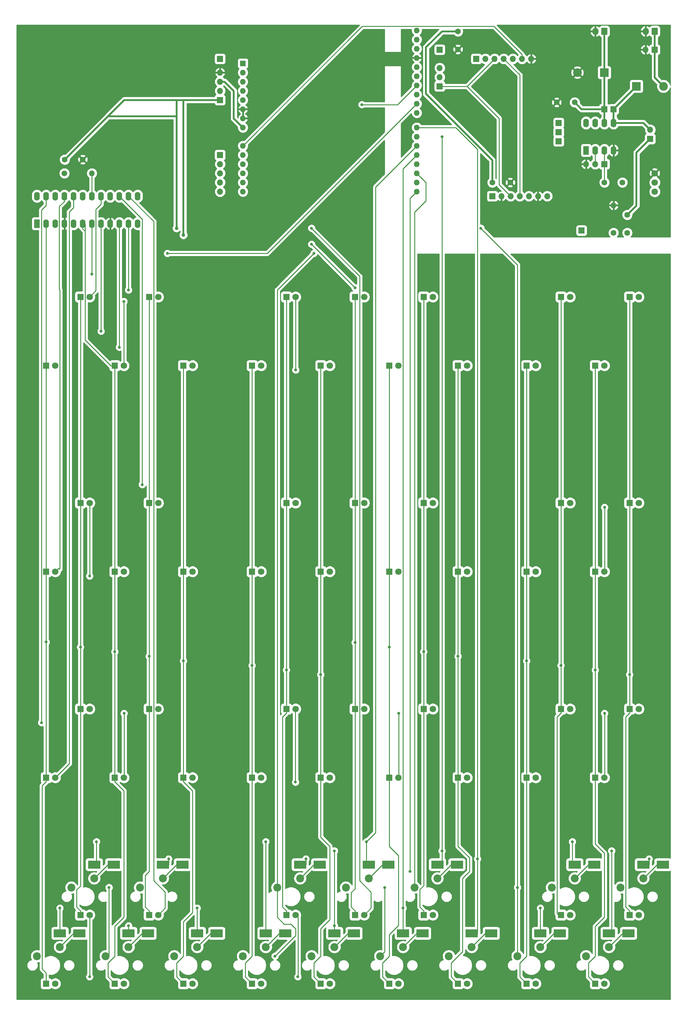
<source format=gbr>
G04 #@! TF.GenerationSoftware,KiCad,Pcbnew,5.1.5+dfsg1-2+b1*
G04 #@! TF.CreationDate,2020-12-03T05:46:07-05:00*
G04 #@! TF.ProjectId,Circuit,43697263-7569-4742-9e6b-696361645f70,rev?*
G04 #@! TF.SameCoordinates,Original*
G04 #@! TF.FileFunction,Copper,L2,Bot*
G04 #@! TF.FilePolarity,Positive*
%FSLAX46Y46*%
G04 Gerber Fmt 4.6, Leading zero omitted, Abs format (unit mm)*
G04 Created by KiCad (PCBNEW 5.1.5+dfsg1-2+b1) date 2020-12-03 05:46:07*
%MOMM*%
%LPD*%
G04 APERTURE LIST*
%ADD10C,2.400000*%
%ADD11R,2.400000X2.400000*%
%ADD12O,1.600000X1.600000*%
%ADD13R,1.600000X1.600000*%
%ADD14C,2.200000*%
%ADD15C,1.800000*%
%ADD16R,1.800000X1.800000*%
%ADD17O,1.700000X1.700000*%
%ADD18R,1.700000X1.700000*%
%ADD19O,1.600000X2.400000*%
%ADD20R,1.600000X2.400000*%
%ADD21C,0.100000*%
%ADD22O,1.700000X2.000000*%
%ADD23C,1.600000*%
%ADD24R,3.500000X2.300000*%
%ADD25C,0.800000*%
%ADD26C,1.000000*%
%ADD27C,0.250000*%
%ADD28C,4.000000*%
%ADD29C,0.500000*%
%ADD30C,0.254000*%
G04 APERTURE END LIST*
D10*
X190380000Y68580000D03*
D11*
X182880000Y68580000D03*
D12*
X121920000Y41910000D03*
X121920000Y39370000D03*
X121920000Y78990000D03*
X73660000Y39370000D03*
X121920000Y76450000D03*
X73660000Y41910000D03*
X121920000Y73910000D03*
X73660000Y44450000D03*
X121920000Y71370000D03*
X73660000Y46990000D03*
X121920000Y68830000D03*
X73660000Y49530000D03*
X121920000Y66290000D03*
X73660000Y52070000D03*
X121920000Y63750000D03*
X73660000Y57150000D03*
X121920000Y61210000D03*
X73660000Y59690000D03*
X121920000Y57150000D03*
X73660000Y62230000D03*
X121920000Y54610000D03*
X73660000Y64770000D03*
X121920000Y52070000D03*
X73660000Y67310000D03*
X121920000Y49530000D03*
X73660000Y69850000D03*
X121920000Y46990000D03*
X73660000Y72390000D03*
X121920000Y44450000D03*
D13*
X73660000Y74930000D03*
D12*
X121920000Y81530000D03*
X121920000Y84070000D03*
D14*
X35560000Y-172720000D03*
X41910000Y-170180000D03*
D15*
X187960000Y39370000D03*
X187960000Y41910000D03*
X187960000Y44450000D03*
X21590000Y-180340000D03*
D16*
X19050000Y-180340000D03*
D15*
X31115000Y-161290000D03*
D16*
X28575000Y-161290000D03*
D15*
X40640000Y-180340000D03*
D16*
X38100000Y-180340000D03*
D15*
X50165000Y-161290000D03*
D16*
X47625000Y-161290000D03*
D15*
X59690000Y-180340000D03*
D16*
X57150000Y-180340000D03*
D15*
X78740000Y-180340000D03*
D16*
X76200000Y-180340000D03*
D15*
X88265000Y-161290000D03*
D16*
X85725000Y-161290000D03*
D15*
X97790000Y-180340000D03*
D16*
X95250000Y-180340000D03*
D15*
X107315000Y-161290000D03*
D16*
X104775000Y-161290000D03*
D15*
X116840000Y-180340000D03*
D16*
X114300000Y-180340000D03*
D15*
X126365000Y-161290000D03*
D16*
X123825000Y-161290000D03*
D15*
X135890000Y-180340000D03*
D16*
X133350000Y-180340000D03*
D15*
X154940000Y-180340000D03*
D16*
X152400000Y-180340000D03*
D15*
X164465000Y-161290000D03*
D16*
X161925000Y-161290000D03*
D15*
X173990000Y-180340000D03*
D16*
X171450000Y-180340000D03*
D15*
X183515000Y-161290000D03*
D16*
X180975000Y-161290000D03*
D15*
X21590000Y-123190000D03*
D16*
X19050000Y-123190000D03*
D15*
X31115000Y-104140000D03*
D16*
X28575000Y-104140000D03*
D15*
X40640000Y-123190000D03*
D16*
X38100000Y-123190000D03*
D15*
X50165000Y-104140000D03*
D16*
X47625000Y-104140000D03*
D15*
X59690000Y-123190000D03*
D16*
X57150000Y-123190000D03*
D15*
X78740000Y-123190000D03*
D16*
X76200000Y-123190000D03*
D15*
X88265000Y-104140000D03*
D16*
X85725000Y-104140000D03*
D15*
X97790000Y-123190000D03*
D16*
X95250000Y-123190000D03*
D15*
X107315000Y-104140000D03*
D16*
X104775000Y-104140000D03*
D15*
X116840000Y-123190000D03*
D16*
X114300000Y-123190000D03*
D15*
X126365000Y-104140000D03*
D16*
X123825000Y-104140000D03*
D15*
X135890000Y-123190000D03*
D16*
X133350000Y-123190000D03*
D15*
X154940000Y-123190000D03*
D16*
X152400000Y-123190000D03*
D15*
X164465000Y-104140000D03*
D16*
X161925000Y-104140000D03*
D15*
X173990000Y-123190000D03*
D16*
X171450000Y-123190000D03*
D15*
X183515000Y-104140000D03*
D16*
X180975000Y-104140000D03*
D15*
X21590000Y-66040000D03*
D16*
X19050000Y-66040000D03*
D15*
X31115000Y-46990000D03*
D16*
X28575000Y-46990000D03*
D15*
X40640000Y-66040000D03*
D16*
X38100000Y-66040000D03*
D15*
X50165000Y-46990000D03*
D16*
X47625000Y-46990000D03*
D15*
X59690000Y-66040000D03*
D16*
X57150000Y-66040000D03*
D15*
X78740000Y-66040000D03*
D16*
X76200000Y-66040000D03*
D15*
X88265000Y-46990000D03*
D16*
X85725000Y-46990000D03*
D15*
X97790000Y-66040000D03*
D16*
X95250000Y-66040000D03*
D15*
X107315000Y-46990000D03*
D16*
X104775000Y-46990000D03*
D15*
X116840000Y-66040000D03*
D16*
X114300000Y-66040000D03*
D15*
X126365000Y-46990000D03*
D16*
X123825000Y-46990000D03*
D15*
X135890000Y-66040000D03*
D16*
X133350000Y-66040000D03*
D15*
X154940000Y-66040000D03*
D16*
X152400000Y-66040000D03*
D15*
X164465000Y-46990000D03*
D16*
X161925000Y-46990000D03*
D15*
X173990000Y-66040000D03*
D16*
X171450000Y-66040000D03*
D15*
X183515000Y-46990000D03*
D16*
X180975000Y-46990000D03*
D15*
X21590000Y-8890000D03*
D16*
X19050000Y-8890000D03*
D15*
X31115000Y10160000D03*
D16*
X28575000Y10160000D03*
D15*
X40640000Y-8890000D03*
D16*
X38100000Y-8890000D03*
D15*
X50165000Y10160000D03*
D16*
X47625000Y10160000D03*
D15*
X59690000Y-8890000D03*
D16*
X57150000Y-8890000D03*
D15*
X78740000Y-8890000D03*
D16*
X76200000Y-8890000D03*
D15*
X88265000Y10160000D03*
D16*
X85725000Y10160000D03*
D15*
X97790000Y-8890000D03*
D16*
X95250000Y-8890000D03*
D15*
X107315000Y10160000D03*
D16*
X104775000Y10160000D03*
D15*
X116840000Y-8890000D03*
D16*
X114300000Y-8890000D03*
D15*
X126365000Y10160000D03*
D16*
X123825000Y10160000D03*
D15*
X135890000Y-8890000D03*
D16*
X133350000Y-8890000D03*
D15*
X154940000Y-8890000D03*
D16*
X152400000Y-8890000D03*
D15*
X164465000Y10160000D03*
D16*
X161925000Y10160000D03*
D15*
X173990000Y-8890000D03*
D16*
X171450000Y-8890000D03*
D15*
X183515000Y10160000D03*
D16*
X180975000Y10160000D03*
D14*
X16510000Y-172720000D03*
X22860000Y-170180000D03*
X26035000Y-153670000D03*
X32385000Y-151130000D03*
X45085000Y-153670000D03*
X51435000Y-151130000D03*
X54610000Y-172720000D03*
X60960000Y-170180000D03*
X73660000Y-172720000D03*
X80010000Y-170180000D03*
X92710000Y-172720000D03*
X99060000Y-170180000D03*
X83185000Y-153670000D03*
X89535000Y-151130000D03*
X111760000Y-172720000D03*
X118110000Y-170180000D03*
X102235000Y-153670000D03*
X108585000Y-151130000D03*
X121285000Y-153670000D03*
X127635000Y-151130000D03*
X130810000Y-172720000D03*
X137160000Y-170180000D03*
X149860000Y-172720000D03*
X156210000Y-170180000D03*
X159385000Y-153670000D03*
X165735000Y-151130000D03*
X168910000Y-172720000D03*
X175260000Y-170180000D03*
X178435000Y-153670000D03*
X184785000Y-151130000D03*
D17*
X158115000Y38100000D03*
X155575000Y38100000D03*
X153035000Y38100000D03*
X150495000Y38100000D03*
X147955000Y38100000D03*
X145415000Y38100000D03*
D18*
X142875000Y38100000D03*
D19*
X168910000Y58420000D03*
X176530000Y50800000D03*
X171450000Y58420000D03*
X173990000Y50800000D03*
X173990000Y58420000D03*
X171450000Y50800000D03*
X176530000Y58420000D03*
D20*
X168910000Y50800000D03*
G04 #@! TA.AperFunction,ComponentPad*
D21*
G36*
X174614504Y84818796D02*
G01*
X174638773Y84815196D01*
X174662571Y84809235D01*
X174685671Y84800970D01*
X174707849Y84790480D01*
X174728893Y84777867D01*
X174748598Y84763253D01*
X174766777Y84746777D01*
X174783253Y84728598D01*
X174797867Y84708893D01*
X174810480Y84687849D01*
X174820970Y84665671D01*
X174829235Y84642571D01*
X174835196Y84618773D01*
X174838796Y84594504D01*
X174840000Y84570000D01*
X174840000Y83070000D01*
X174838796Y83045496D01*
X174835196Y83021227D01*
X174829235Y82997429D01*
X174820970Y82974329D01*
X174810480Y82952151D01*
X174797867Y82931107D01*
X174783253Y82911402D01*
X174766777Y82893223D01*
X174748598Y82876747D01*
X174728893Y82862133D01*
X174707849Y82849520D01*
X174685671Y82839030D01*
X174662571Y82830765D01*
X174638773Y82824804D01*
X174614504Y82821204D01*
X174590000Y82820000D01*
X173390000Y82820000D01*
X173365496Y82821204D01*
X173341227Y82824804D01*
X173317429Y82830765D01*
X173294329Y82839030D01*
X173272151Y82849520D01*
X173251107Y82862133D01*
X173231402Y82876747D01*
X173213223Y82893223D01*
X173196747Y82911402D01*
X173182133Y82931107D01*
X173169520Y82952151D01*
X173159030Y82974329D01*
X173150765Y82997429D01*
X173144804Y83021227D01*
X173141204Y83045496D01*
X173140000Y83070000D01*
X173140000Y84570000D01*
X173141204Y84594504D01*
X173144804Y84618773D01*
X173150765Y84642571D01*
X173159030Y84665671D01*
X173169520Y84687849D01*
X173182133Y84708893D01*
X173196747Y84728598D01*
X173213223Y84746777D01*
X173231402Y84763253D01*
X173251107Y84777867D01*
X173272151Y84790480D01*
X173294329Y84800970D01*
X173317429Y84809235D01*
X173341227Y84815196D01*
X173365496Y84818796D01*
X173390000Y84820000D01*
X174590000Y84820000D01*
X174614504Y84818796D01*
G37*
G04 #@! TD.AperFunction*
D22*
X171490000Y83820000D03*
D23*
X133350000Y78820000D03*
X133350000Y83820000D03*
D11*
X173990000Y72390000D03*
D10*
X166490000Y72390000D03*
D23*
X142875000Y41910000D03*
X147875000Y41910000D03*
X173990000Y41910000D03*
X178990000Y41910000D03*
X180340000Y27940000D03*
X180340000Y32940000D03*
D18*
X173990000Y62230000D03*
X161290000Y55880000D03*
X176530000Y62230000D03*
X167640000Y28575000D03*
X161290000Y53340000D03*
X161290000Y58420000D03*
D22*
X185460000Y83820000D03*
G04 #@! TA.AperFunction,ComponentPad*
D21*
G36*
X188584504Y84818796D02*
G01*
X188608773Y84815196D01*
X188632571Y84809235D01*
X188655671Y84800970D01*
X188677849Y84790480D01*
X188698893Y84777867D01*
X188718598Y84763253D01*
X188736777Y84746777D01*
X188753253Y84728598D01*
X188767867Y84708893D01*
X188780480Y84687849D01*
X188790970Y84665671D01*
X188799235Y84642571D01*
X188805196Y84618773D01*
X188808796Y84594504D01*
X188810000Y84570000D01*
X188810000Y83070000D01*
X188808796Y83045496D01*
X188805196Y83021227D01*
X188799235Y82997429D01*
X188790970Y82974329D01*
X188780480Y82952151D01*
X188767867Y82931107D01*
X188753253Y82911402D01*
X188736777Y82893223D01*
X188718598Y82876747D01*
X188698893Y82862133D01*
X188677849Y82849520D01*
X188655671Y82839030D01*
X188632571Y82830765D01*
X188608773Y82824804D01*
X188584504Y82821204D01*
X188560000Y82820000D01*
X187360000Y82820000D01*
X187335496Y82821204D01*
X187311227Y82824804D01*
X187287429Y82830765D01*
X187264329Y82839030D01*
X187242151Y82849520D01*
X187221107Y82862133D01*
X187201402Y82876747D01*
X187183223Y82893223D01*
X187166747Y82911402D01*
X187152133Y82931107D01*
X187139520Y82952151D01*
X187129030Y82974329D01*
X187120765Y82997429D01*
X187114804Y83021227D01*
X187111204Y83045496D01*
X187110000Y83070000D01*
X187110000Y84570000D01*
X187111204Y84594504D01*
X187114804Y84618773D01*
X187120765Y84642571D01*
X187129030Y84665671D01*
X187139520Y84687849D01*
X187152133Y84708893D01*
X187166747Y84728598D01*
X187183223Y84746777D01*
X187201402Y84763253D01*
X187221107Y84777867D01*
X187242151Y84790480D01*
X187264329Y84800970D01*
X187287429Y84809235D01*
X187311227Y84815196D01*
X187335496Y84818796D01*
X187360000Y84820000D01*
X188560000Y84820000D01*
X188584504Y84818796D01*
G37*
G04 #@! TD.AperFunction*
D18*
X138430000Y76200000D03*
D17*
X140970000Y76200000D03*
X143510000Y76200000D03*
X146050000Y76200000D03*
X148590000Y76200000D03*
X151130000Y76200000D03*
X153670000Y76200000D03*
D18*
X173990000Y46990000D03*
D17*
X171450000Y46990000D03*
X168910000Y46990000D03*
D18*
X187960000Y78740000D03*
D17*
X185420000Y78740000D03*
D23*
X176530000Y27940000D03*
D12*
X176530000Y35560000D03*
D23*
X29210000Y48260000D03*
X24210000Y48260000D03*
X24130000Y44450000D03*
D12*
X31750000Y44450000D03*
D20*
X16510000Y30480000D03*
D19*
X44450000Y38100000D03*
X19050000Y30480000D03*
X41910000Y38100000D03*
X21590000Y30480000D03*
X39370000Y38100000D03*
X24130000Y30480000D03*
X36830000Y38100000D03*
X26670000Y30480000D03*
X34290000Y38100000D03*
X29210000Y30480000D03*
X31750000Y38100000D03*
X31750000Y30480000D03*
X29210000Y38100000D03*
X34290000Y30480000D03*
X26670000Y38100000D03*
X36830000Y30480000D03*
X24130000Y38100000D03*
X39370000Y30480000D03*
X21590000Y38100000D03*
X41910000Y30480000D03*
X19050000Y38100000D03*
X44450000Y30480000D03*
X16510000Y38100000D03*
D24*
X28270000Y-166370000D03*
X22870000Y-166370000D03*
X37795000Y-147320000D03*
X32395000Y-147320000D03*
X41920000Y-166370000D03*
X47320000Y-166370000D03*
X56845000Y-147320000D03*
X51445000Y-147320000D03*
X66370000Y-166370000D03*
X60970000Y-166370000D03*
X85420000Y-166370000D03*
X80020000Y-166370000D03*
X99070000Y-166370000D03*
X104470000Y-166370000D03*
X89545000Y-147320000D03*
X94945000Y-147320000D03*
X118120000Y-166370000D03*
X123520000Y-166370000D03*
X113995000Y-147320000D03*
X108595000Y-147320000D03*
X127645000Y-147320000D03*
X133045000Y-147320000D03*
X137170000Y-166370000D03*
X142570000Y-166370000D03*
X156220000Y-166370000D03*
X161620000Y-166370000D03*
X165745000Y-147320000D03*
X171145000Y-147320000D03*
X180670000Y-166370000D03*
X175270000Y-166370000D03*
X190195000Y-147320000D03*
X184795000Y-147320000D03*
D23*
X160735000Y64135000D03*
X165735000Y64135000D03*
D18*
X67310000Y76200000D03*
X128270000Y78740000D03*
X67310000Y49530000D03*
D17*
X67310000Y46990000D03*
X67310000Y44450000D03*
X67310000Y41910000D03*
X67310000Y39370000D03*
D18*
X128270000Y68580000D03*
D17*
X128270000Y71120000D03*
X128270000Y73660000D03*
D18*
X186690000Y53975000D03*
D17*
X186690000Y56515000D03*
D18*
X67310000Y64770000D03*
D17*
X67310000Y67310000D03*
X67310000Y69850000D03*
X67310000Y72390000D03*
D25*
X113030000Y-153670000D03*
X149860000Y-153670000D03*
X139700000Y29210000D03*
X156210000Y-159385000D03*
X118110000Y-159385000D03*
X60960000Y-159385000D03*
X22860000Y-159385000D03*
X107950000Y-140970000D03*
X80010000Y-140970000D03*
X33020000Y-140970000D03*
X165100000Y-140970000D03*
X99060000Y-143510000D03*
X128905000Y-143510000D03*
X175989999Y-143510000D03*
X41920000Y-164290000D03*
X128905000Y54610000D03*
X99060000Y-164290000D03*
X53045000Y-145755000D03*
X91145000Y-145755000D03*
X138770000Y-145755000D03*
X186395000Y-145755000D03*
X36500000Y-153670000D03*
X120015000Y-149225000D03*
X82550000Y-172720000D03*
X93345000Y22225000D03*
D26*
X55245000Y29210000D03*
X57150000Y27305000D03*
D25*
X106680000Y63500000D03*
X31115000Y-178435000D03*
X88900000Y-178435000D03*
X19050000Y-85569999D03*
X104775000Y-85725000D03*
X28575000Y-86995000D03*
X114300000Y-86995000D03*
X41910000Y12065000D03*
X38100000Y-88265000D03*
X123825000Y-88265000D03*
X47625000Y-89535000D03*
X133350000Y-89535000D03*
X31750000Y16510000D03*
X57150000Y-90805000D03*
X152400000Y-90805000D03*
X161925000Y-92075000D03*
X76200000Y-92075000D03*
X39370000Y-3810000D03*
X85725000Y-93345000D03*
X171450000Y-93345000D03*
X95250000Y-94615000D03*
X180975000Y-94615000D03*
X34290000Y635000D03*
X92710000Y29210000D03*
X40684999Y-105365001D03*
X88252598Y-124447598D03*
X116884999Y-105365001D03*
X174034999Y-105365001D03*
X17780000Y-107950000D03*
X31115000Y-67265001D03*
X174034999Y-48215001D03*
X45720000Y-41910000D03*
X40640000Y8890000D03*
X88309999Y-10115001D03*
X92710000Y24765000D03*
X104775000Y12700000D03*
X52705000Y22225000D03*
D27*
X113030000Y-171450000D02*
X111760000Y-172720000D01*
X113030000Y-153670000D02*
X113030000Y-171450000D01*
X124460000Y41910000D02*
X121920000Y44450000D01*
X124460000Y36830000D02*
X124460000Y41910000D01*
X121285000Y33655000D02*
X124460000Y36830000D01*
X121285000Y-153670000D02*
X121285000Y33655000D01*
X149860000Y-172720000D02*
X149860000Y-153670000D01*
X149860000Y19050000D02*
X149860000Y-153670000D01*
X139700000Y29210000D02*
X149860000Y19050000D01*
X22870000Y-159395000D02*
X22860000Y-159385000D01*
X22870000Y-166370000D02*
X22870000Y-159395000D01*
X60960000Y-166360000D02*
X60970000Y-166370000D01*
X60960000Y-159385000D02*
X60960000Y-166360000D01*
X118110000Y-166360000D02*
X118120000Y-166370000D01*
X118110000Y-159385000D02*
X118110000Y-166360000D01*
X156210000Y-166360000D02*
X156220000Y-166370000D01*
X156210000Y-159385000D02*
X156210000Y-166360000D01*
X121920000Y49530000D02*
X118110000Y45720000D01*
X118110000Y-159385000D02*
X118110000Y45720000D01*
X107950000Y-146675000D02*
X108595000Y-147320000D01*
X107950000Y-140970000D02*
X107950000Y-146675000D01*
X80010000Y-166360000D02*
X80020000Y-166370000D01*
X80010000Y-140970000D02*
X80010000Y-166360000D01*
X33020000Y-146695000D02*
X32395000Y-147320000D01*
X33020000Y-140970000D02*
X33020000Y-146695000D01*
X107950000Y-140970000D02*
X110490000Y-138430000D01*
X165100000Y-140970000D02*
X165100000Y-146675000D01*
X121920000Y52070000D02*
X110490000Y40640000D01*
X110490000Y-138430000D02*
X110490000Y40640000D01*
X176070000Y-166370000D02*
X176870000Y-166370000D01*
X175989999Y-166289999D02*
X176070000Y-166370000D01*
X175989999Y-143510000D02*
X175989999Y-166289999D01*
X128905000Y-147320000D02*
X128905000Y54610000D01*
X99060000Y-143510000D02*
X99060000Y-166370000D01*
X41920000Y-166370000D02*
X41920000Y-164290000D01*
D28*
X118110000Y76200000D02*
X111125000Y76200000D01*
D27*
X186395000Y-147320000D02*
X186395000Y-145755000D01*
X138770000Y51095000D02*
X138770000Y-166370000D01*
X91145000Y-147320000D02*
X91145000Y-145755000D01*
X53045000Y-147320000D02*
X53045000Y-145755000D01*
X132715000Y57150000D02*
X121920000Y57150000D01*
X138770000Y51095000D02*
X132715000Y57150000D01*
X36500000Y-153670000D02*
X36500000Y-172720000D01*
X121920000Y39370000D02*
X120015000Y37465000D01*
X120015000Y37465000D02*
X120015000Y-149225000D01*
X83185000Y-153670000D02*
X83185000Y-161925000D01*
X83185000Y-161925000D02*
X85090000Y-163830000D01*
X85090000Y-163830000D02*
X86995000Y-163830000D01*
X86995000Y-163830000D02*
X88265000Y-165100000D01*
X88265000Y-167010002D02*
X82555002Y-172720000D01*
X88265000Y-165100000D02*
X88265000Y-167010002D01*
X83185000Y12065000D02*
X83185000Y-153670000D01*
X93345000Y22225000D02*
X83185000Y12065000D01*
X22860000Y-170180000D02*
X26670000Y-166370000D01*
X32385000Y-151130000D02*
X36195000Y-147320000D01*
X41910000Y-170180000D02*
X45720000Y-166370000D01*
X51435000Y-151130000D02*
X55245000Y-147320000D01*
X64770000Y-166370000D02*
X60960000Y-170180000D01*
X80010000Y-170180000D02*
X83820000Y-166370000D01*
X99060000Y-170180000D02*
X102870000Y-166370000D01*
X89535000Y-151130000D02*
X93345000Y-147320000D01*
X118110000Y-170180000D02*
X121920000Y-166370000D01*
X108585000Y-151130000D02*
X112395000Y-147320000D01*
X127635000Y-151130000D02*
X131445000Y-147320000D01*
X137160000Y-170180000D02*
X140970000Y-166370000D01*
X156210000Y-170180000D02*
X160020000Y-166370000D01*
X165735000Y-151130000D02*
X169545000Y-147320000D01*
X175260000Y-170180000D02*
X179070000Y-166370000D01*
X184785000Y-151130000D02*
X188595000Y-147320000D01*
D29*
X55245000Y64770000D02*
X40720000Y64770000D01*
X57150000Y27305000D02*
X57150000Y64770000D01*
X57150000Y64770000D02*
X55245000Y64770000D01*
X67310000Y64770000D02*
X57150000Y64770000D01*
X55205000Y60285000D02*
X55245000Y60325000D01*
X36235000Y60285000D02*
X55205000Y60285000D01*
X55245000Y60325000D02*
X55245000Y64770000D01*
X55245000Y29210000D02*
X55245000Y60325000D01*
X40720000Y64770000D02*
X36235000Y60285000D01*
X36235000Y60285000D02*
X24210000Y48260000D01*
X128905000Y83820000D02*
X133350000Y83820000D01*
X124460000Y79375000D02*
X128905000Y83820000D01*
X124460000Y66501029D02*
X124460000Y79375000D01*
X142875000Y48086029D02*
X124460000Y66501029D01*
X142875000Y41910000D02*
X142875000Y48086029D01*
D27*
X116590000Y63500000D02*
X121920000Y68830000D01*
X106680000Y63500000D02*
X116590000Y63500000D01*
X135890000Y68580000D02*
X143510000Y76200000D01*
X128270000Y68580000D02*
X135890000Y68580000D01*
X144780000Y59690000D02*
X135890000Y68580000D01*
X144780000Y41275000D02*
X144780000Y59690000D01*
X147955000Y38100000D02*
X144780000Y41275000D01*
X150495000Y71755000D02*
X146050000Y76200000D01*
X150495000Y38100000D02*
X150495000Y71755000D01*
X48895000Y-151765000D02*
X48895000Y31115000D01*
X52070000Y-154940000D02*
X48895000Y-151765000D01*
X52070000Y-159385000D02*
X52070000Y-154940000D01*
X48895000Y31115000D02*
X41910000Y38100000D01*
X50165000Y-161290000D02*
X52070000Y-159385000D01*
X31115000Y-161290000D02*
X31115000Y-178435000D01*
X88944999Y-161969999D02*
X88265000Y-161290000D01*
X88944999Y-178435000D02*
X88944999Y-161969999D01*
X19050000Y-124340000D02*
X19050000Y-123190000D01*
X17935001Y-125454999D02*
X19050000Y-124340000D01*
X17935001Y-176254003D02*
X17935001Y-125454999D01*
X19050000Y-177369002D02*
X17935001Y-176254003D01*
X19050000Y-180340000D02*
X19050000Y-177369002D01*
X19050000Y-123190000D02*
X19050000Y-8890000D01*
X104775000Y-103413002D02*
X104775000Y-104140000D01*
X104775000Y10160000D02*
X104775000Y-103413002D01*
X104775000Y-104140000D02*
X104775000Y-154038998D01*
X104775000Y-160140000D02*
X104775000Y-161290000D01*
X103719999Y-159084999D02*
X104775000Y-160140000D01*
X103719999Y-155093999D02*
X103719999Y-159084999D01*
X104775000Y-154038998D02*
X103719999Y-155093999D01*
X19050000Y-8890000D02*
X19050000Y30480000D01*
X28575000Y-160140000D02*
X28575000Y-161290000D01*
X27519999Y-154294003D02*
X27519999Y-159084999D01*
X28575000Y-153239002D02*
X27519999Y-154294003D01*
X27519999Y-159084999D02*
X28575000Y-160140000D01*
X28575000Y10160000D02*
X28575000Y-86995000D01*
X114300000Y-123190000D02*
X114300000Y-86995000D01*
X28575000Y-86995000D02*
X28575000Y-153239002D01*
X114300000Y-86995000D02*
X114300000Y-8890000D01*
X112395000Y-178435000D02*
X114300000Y-180340000D01*
X112395000Y-174625000D02*
X112395000Y-178435000D01*
X114300000Y-166704998D02*
X114300000Y-172720000D01*
X116840000Y-164164998D02*
X114300000Y-166704998D01*
X116840000Y-144780000D02*
X116840000Y-164164998D01*
X114300000Y-172720000D02*
X112395000Y-174625000D01*
X114300000Y-142240000D02*
X116840000Y-144780000D01*
X114300000Y-123190000D02*
X114300000Y-142240000D01*
X41910000Y30480000D02*
X41910000Y12065000D01*
X38100000Y-123190000D02*
X38100000Y-88265000D01*
X123825000Y10160000D02*
X123825000Y-88265000D01*
X123825000Y-160140000D02*
X123825000Y-161290000D01*
X122769999Y-159084999D02*
X123825000Y-160140000D01*
X122769999Y-154245002D02*
X122769999Y-159084999D01*
X123825000Y-153190001D02*
X122769999Y-154245002D01*
X123825000Y-104140000D02*
X123825000Y-153190001D01*
X38100000Y-88265000D02*
X38100000Y-8890000D01*
X123825000Y-88265000D02*
X123825000Y-104140000D01*
X36950000Y-8890000D02*
X29845000Y-1785000D01*
X38100000Y-8890000D02*
X36950000Y-8890000D01*
X29845000Y28395000D02*
X29845000Y27305000D01*
X29210000Y29030000D02*
X29845000Y28395000D01*
X29210000Y30480000D02*
X29210000Y29030000D01*
X29845000Y27305000D02*
X29845000Y30480000D01*
X29845000Y-1785000D02*
X29845000Y27305000D01*
X38100000Y-164465000D02*
X40640000Y-161925000D01*
X40640000Y-126880000D02*
X38100000Y-124340000D01*
X38100000Y-172720000D02*
X38100000Y-164465000D01*
X36195000Y-174625000D02*
X38100000Y-172720000D01*
X38100000Y-124340000D02*
X38100000Y-123190000D01*
X40640000Y-161925000D02*
X40640000Y-126880000D01*
X36195000Y-178435000D02*
X36195000Y-174625000D01*
X38100000Y-180340000D02*
X36195000Y-178435000D01*
X131445000Y-174625000D02*
X134620000Y-171450000D01*
X133350000Y-180340000D02*
X131445000Y-178435000D01*
X131445000Y-178435000D02*
X131445000Y-174625000D01*
X47625000Y10160000D02*
X47625000Y-89535000D01*
X133350000Y-8890000D02*
X133350000Y-89535000D01*
X47625000Y-104140000D02*
X47625000Y-149225000D01*
X47625000Y-160140000D02*
X47625000Y-161290000D01*
X46569999Y-159084999D02*
X47625000Y-160140000D01*
X46569999Y-150280001D02*
X46569999Y-159084999D01*
X47625000Y-149225000D02*
X46569999Y-150280001D01*
X47625000Y-89535000D02*
X47625000Y-104140000D01*
X133350000Y-89535000D02*
X133350000Y-123190000D01*
X31750000Y16510000D02*
X31750000Y30480000D01*
X134620000Y-171450000D02*
X134620000Y-151130000D01*
X134620000Y-151130000D02*
X136525000Y-149225000D01*
X133350000Y-123190000D02*
X133350000Y-142240000D01*
X133350000Y-142240000D02*
X136525000Y-145415000D01*
X136525000Y-145415000D02*
X136525000Y-149225000D01*
X150495000Y-174625000D02*
X152400000Y-172720000D01*
X152400000Y-180340000D02*
X150495000Y-178435000D01*
X150495000Y-178435000D02*
X150495000Y-174625000D01*
X57150000Y-123190000D02*
X57150000Y-90805000D01*
X152400000Y-123190000D02*
X152400000Y-90805000D01*
X152400000Y-123190000D02*
X152400000Y-172720000D01*
X57150000Y-90805000D02*
X57150000Y-8890000D01*
X152400000Y-90805000D02*
X152400000Y-8890000D01*
X55245000Y-174625000D02*
X57150000Y-172720000D01*
X55245000Y-178435000D02*
X55245000Y-174625000D01*
X57150000Y-180340000D02*
X55245000Y-178435000D01*
X57150000Y-124340000D02*
X59690000Y-126880000D01*
X57150000Y-123190000D02*
X57150000Y-124340000D01*
X59690000Y-126880000D02*
X59690000Y-160655000D01*
X59690000Y-160655000D02*
X57150000Y-163195000D01*
X57150000Y-163195000D02*
X57150000Y-172720000D01*
X76200000Y-180340000D02*
X74295000Y-178435000D01*
X74295000Y-178435000D02*
X74295000Y-174625000D01*
X74295000Y-174625000D02*
X76200000Y-172720000D01*
X76200000Y-122463002D02*
X76200000Y-123190000D01*
X76200000Y-8890000D02*
X76200000Y-92075000D01*
X161925000Y10160000D02*
X161925000Y-92075000D01*
X160869999Y-106345001D02*
X160869999Y-160869999D01*
X161925000Y-105290000D02*
X160869999Y-106345001D01*
X161925000Y-104140000D02*
X161925000Y-105290000D01*
X161290000Y-161290000D02*
X161925000Y-161290000D01*
X160869999Y-160869999D02*
X161290000Y-161290000D01*
X161925000Y-92075000D02*
X161925000Y-104140000D01*
X76200000Y-92075000D02*
X76200000Y-122463002D01*
X76200000Y-123190000D02*
X76200000Y-172720000D01*
X39370000Y30480000D02*
X39370000Y-3810000D01*
X85725000Y10160000D02*
X85725000Y-93345000D01*
X171450000Y-123190000D02*
X171450000Y-93345000D01*
X85725000Y-160140000D02*
X85725000Y-161290000D01*
X84669999Y-159084999D02*
X85725000Y-160140000D01*
X84669999Y-106345001D02*
X84669999Y-159084999D01*
X85725000Y-105290000D02*
X84669999Y-106345001D01*
X85725000Y-104140000D02*
X85725000Y-105290000D01*
X85725000Y-93345000D02*
X85725000Y-104140000D01*
X171450000Y-93345000D02*
X171450000Y-8890000D01*
X169545000Y-174625000D02*
X169545000Y-178435000D01*
X171450000Y-172720000D02*
X169545000Y-174625000D01*
X171450000Y-164465000D02*
X171450000Y-172720000D01*
X173990000Y-161925000D02*
X171450000Y-164465000D01*
X169545000Y-178435000D02*
X171450000Y-180340000D01*
X173990000Y-144145000D02*
X173990000Y-161925000D01*
X171450000Y-141605000D02*
X173990000Y-144145000D01*
X171450000Y-123190000D02*
X171450000Y-141605000D01*
X95250000Y-123190000D02*
X95250000Y-94615000D01*
X180975000Y10160000D02*
X180975000Y-94615000D01*
X180975000Y-160140000D02*
X180975000Y-161290000D01*
X179919999Y-159084999D02*
X180975000Y-160140000D01*
X179919999Y-106345001D02*
X179919999Y-159084999D01*
X180975000Y-105290000D02*
X179919999Y-106345001D01*
X180975000Y-104140000D02*
X180975000Y-105290000D01*
X95250000Y-94615000D02*
X95250000Y-8890000D01*
X180975000Y-94615000D02*
X180975000Y-104140000D01*
X93345000Y-178435000D02*
X95250000Y-180340000D01*
X93345000Y-174625000D02*
X93345000Y-178435000D01*
X95250000Y-172720000D02*
X93345000Y-174625000D01*
X97790000Y-162560000D02*
X95250000Y-165100000D01*
X97790000Y-142240000D02*
X97790000Y-162560000D01*
X95250000Y-165100000D02*
X95250000Y-172720000D01*
X95250000Y-139700000D02*
X97790000Y-142240000D01*
X95250000Y-123190000D02*
X95250000Y-139700000D01*
X34290000Y30480000D02*
X34290000Y635000D01*
X106045000Y15875000D02*
X92710000Y29210000D01*
X106045000Y-151765000D02*
X106045000Y15875000D01*
X109220000Y-154940000D02*
X106045000Y-151765000D01*
X109220000Y-159385000D02*
X109220000Y-154940000D01*
X107315000Y-161290000D02*
X109220000Y-159385000D01*
X40684999Y-123145001D02*
X40640000Y-123190000D01*
X40684999Y-105365001D02*
X40684999Y-123145001D01*
X88252598Y-104152402D02*
X88265000Y-104140000D01*
X88252598Y-124447598D02*
X88252598Y-104152402D01*
X26670000Y38100000D02*
X26670000Y34925000D01*
X22489999Y-122290001D02*
X21590000Y-123190000D01*
X25455010Y-119324990D02*
X22489999Y-122290001D01*
X25455010Y33710010D02*
X25455010Y-119324990D01*
X26670000Y34925000D02*
X25455010Y33710010D01*
X174034999Y-123145001D02*
X173990000Y-123190000D01*
X174034999Y-105365001D02*
X174034999Y-123145001D01*
X116884999Y-123145001D02*
X116840000Y-123190000D01*
X116884999Y-105365001D02*
X116884999Y-123145001D01*
X19050000Y35560000D02*
X17780000Y34290000D01*
X19050000Y38100000D02*
X19050000Y35560000D01*
X17780000Y34290000D02*
X17780000Y-107950000D01*
X31115000Y-46990000D02*
X31115000Y-67310000D01*
X22715010Y35235010D02*
X22715010Y12209990D01*
X24130000Y36650000D02*
X22715010Y35235010D01*
X24130000Y38100000D02*
X24130000Y36650000D01*
X22815001Y12109999D02*
X22815001Y-65140001D01*
X22715010Y12209990D02*
X22815001Y12109999D01*
X22489999Y-65140001D02*
X22815001Y-65140001D01*
X21590000Y-66040000D02*
X22489999Y-65140001D01*
X22815001Y-65360001D02*
X22770002Y-65405000D01*
X174034999Y-65995001D02*
X173990000Y-66040000D01*
X174034999Y-48215001D02*
X174034999Y-65995001D01*
X39370000Y38100000D02*
X45720000Y31750000D01*
X45720000Y31750000D02*
X45720000Y-41910000D01*
X40640000Y-8890000D02*
X40640000Y8890000D01*
X88265000Y10160000D02*
X88265000Y-10115001D01*
X34290000Y35849980D02*
X34290000Y38100000D01*
X32875010Y34434990D02*
X34290000Y35849980D01*
X32875010Y11920010D02*
X32875010Y34434990D01*
X31115000Y10160000D02*
X32875010Y11920010D01*
X92710000Y24765000D02*
X104775000Y12700000D01*
X44450000Y30480000D02*
X44450000Y31028996D01*
X80395000Y22225000D02*
X121920000Y63750000D01*
X52705000Y22225000D02*
X80395000Y22225000D01*
X106785001Y85195001D02*
X73660000Y52070000D01*
X143337080Y85195001D02*
X106785001Y85195001D01*
X151130000Y77402081D02*
X143337080Y85195001D01*
X151130000Y76200000D02*
X151130000Y77402081D01*
D29*
X67310000Y69850000D02*
X68580000Y69850000D01*
X68580000Y69850000D02*
X71120000Y67310000D01*
X71120000Y59690000D02*
X73660000Y57150000D01*
X71120000Y67310000D02*
X71120000Y59690000D01*
X173990000Y58420000D02*
X173990000Y83820000D01*
X167640000Y62230000D02*
X165735000Y64135000D01*
X173990000Y62230000D02*
X167640000Y62230000D01*
D27*
X173990000Y46990000D02*
X173990000Y50800000D01*
X173990000Y41910000D02*
X173990000Y46990000D01*
D29*
X176530000Y58420000D02*
X176530000Y62230000D01*
X176530000Y62230000D02*
X182880000Y68580000D01*
X184785000Y58420000D02*
X186690000Y56515000D01*
X176530000Y58420000D02*
X184785000Y58420000D01*
D27*
X31750000Y44450000D02*
X31750000Y38100000D01*
D29*
X187960000Y71000000D02*
X190380000Y68580000D01*
X187960000Y78740000D02*
X187960000Y71000000D01*
X187960000Y83780000D02*
X187920000Y83820000D01*
X187960000Y78740000D02*
X187960000Y83780000D01*
X186690000Y53975000D02*
X182880000Y50165000D01*
X182880000Y35480000D02*
X180340000Y32940000D01*
X182880000Y50165000D02*
X182880000Y35480000D01*
D27*
X171450000Y46990000D02*
X171450000Y50800000D01*
D30*
G36*
X192278000Y68915587D02*
G01*
X192232947Y69142085D01*
X192087685Y69492777D01*
X191876799Y69808391D01*
X191608391Y70076799D01*
X191292777Y70287685D01*
X190942085Y70432947D01*
X190569793Y70507000D01*
X190190207Y70507000D01*
X189893671Y70448016D01*
X188937000Y71404686D01*
X188937000Y77171992D01*
X188952517Y77173520D01*
X189089557Y77215090D01*
X189215853Y77282597D01*
X189326554Y77373446D01*
X189417403Y77484147D01*
X189484910Y77610443D01*
X189526480Y77747483D01*
X189540517Y77890000D01*
X189540517Y79590000D01*
X189526480Y79732517D01*
X189484910Y79869557D01*
X189417403Y79995853D01*
X189326554Y80106554D01*
X189215853Y80197403D01*
X189089557Y80264910D01*
X188952517Y80306480D01*
X188937000Y80308008D01*
X188937000Y82165067D01*
X189104746Y82254730D01*
X189253330Y82376670D01*
X189375270Y82525254D01*
X189465880Y82694772D01*
X189521677Y82878711D01*
X189540517Y83070000D01*
X189540517Y84570000D01*
X189521677Y84761289D01*
X189465880Y84945228D01*
X189375270Y85114746D01*
X189253330Y85263330D01*
X189104746Y85385270D01*
X188935228Y85475880D01*
X188751289Y85531677D01*
X188560000Y85550517D01*
X187360000Y85550517D01*
X187168711Y85531677D01*
X186984772Y85475880D01*
X186815254Y85385270D01*
X186666670Y85263330D01*
X186544730Y85114746D01*
X186497119Y85025674D01*
X186352046Y85158664D01*
X186103009Y85309854D01*
X185829261Y85409554D01*
X185816890Y85411476D01*
X185587000Y85290155D01*
X185587000Y83947000D01*
X185607000Y83947000D01*
X185607000Y83693000D01*
X185587000Y83693000D01*
X185587000Y82349845D01*
X185816890Y82228524D01*
X185829261Y82230446D01*
X186103009Y82330146D01*
X186352046Y82481336D01*
X186497119Y82614326D01*
X186544730Y82525254D01*
X186666670Y82376670D01*
X186815254Y82254730D01*
X186983001Y82165067D01*
X186983000Y80308008D01*
X186967483Y80306480D01*
X186830443Y80264910D01*
X186704147Y80197403D01*
X186593446Y80106554D01*
X186502597Y79995853D01*
X186435090Y79869557D01*
X186424102Y79833335D01*
X186420269Y79837588D01*
X186186920Y80011641D01*
X185924099Y80136825D01*
X185776890Y80181476D01*
X185547000Y80060155D01*
X185547000Y78867000D01*
X185567000Y78867000D01*
X185567000Y78613000D01*
X185547000Y78613000D01*
X185547000Y77419845D01*
X185776890Y77298524D01*
X185924099Y77343175D01*
X186186920Y77468359D01*
X186420269Y77642412D01*
X186424102Y77646665D01*
X186435090Y77610443D01*
X186502597Y77484147D01*
X186593446Y77373446D01*
X186704147Y77282597D01*
X186830443Y77215090D01*
X186967483Y77173520D01*
X186983000Y77171992D01*
X186983001Y71048003D01*
X186978273Y71000000D01*
X186997137Y70808475D01*
X187053003Y70624310D01*
X187081136Y70571678D01*
X187143725Y70454582D01*
X187265815Y70305814D01*
X187303093Y70275221D01*
X188511984Y69066329D01*
X188453000Y68769793D01*
X188453000Y68390207D01*
X188527053Y68017915D01*
X188672315Y67667223D01*
X188883201Y67351609D01*
X189151609Y67083201D01*
X189467223Y66872315D01*
X189817915Y66727053D01*
X190190207Y66653000D01*
X190569793Y66653000D01*
X190942085Y66727053D01*
X191292777Y66872315D01*
X191608391Y67083201D01*
X191876799Y67351609D01*
X192087685Y67667223D01*
X192232947Y68017915D01*
X192278000Y68244413D01*
X192278000Y26797000D01*
X181356505Y26797000D01*
X181526099Y26966594D01*
X181693210Y27216694D01*
X181808319Y27494590D01*
X181867000Y27789604D01*
X181867000Y28090396D01*
X181808319Y28385410D01*
X181693210Y28663306D01*
X181526099Y28913406D01*
X181313406Y29126099D01*
X181063306Y29293210D01*
X180785410Y29408319D01*
X180490396Y29467000D01*
X180189604Y29467000D01*
X179894590Y29408319D01*
X179616694Y29293210D01*
X179366594Y29126099D01*
X179153901Y28913406D01*
X178986790Y28663306D01*
X178871681Y28385410D01*
X178813000Y28090396D01*
X178813000Y27789604D01*
X178871681Y27494590D01*
X178986790Y27216694D01*
X179153901Y26966594D01*
X179323495Y26797000D01*
X177546505Y26797000D01*
X177716099Y26966594D01*
X177883210Y27216694D01*
X177998319Y27494590D01*
X178057000Y27789604D01*
X178057000Y28090396D01*
X177998319Y28385410D01*
X177883210Y28663306D01*
X177716099Y28913406D01*
X177503406Y29126099D01*
X177253306Y29293210D01*
X176975410Y29408319D01*
X176680396Y29467000D01*
X176379604Y29467000D01*
X176084590Y29408319D01*
X175806694Y29293210D01*
X175556594Y29126099D01*
X175343901Y28913406D01*
X175176790Y28663306D01*
X175061681Y28385410D01*
X175003000Y28090396D01*
X175003000Y27789604D01*
X175061681Y27494590D01*
X175176790Y27216694D01*
X175343901Y26966594D01*
X175513495Y26797000D01*
X143317909Y26797000D01*
X140827000Y29287909D01*
X140827000Y29321000D01*
X140806314Y29425000D01*
X166059483Y29425000D01*
X166059483Y27725000D01*
X166073520Y27582483D01*
X166115090Y27445443D01*
X166182597Y27319147D01*
X166273446Y27208446D01*
X166384147Y27117597D01*
X166510443Y27050090D01*
X166647483Y27008520D01*
X166790000Y26994483D01*
X168490000Y26994483D01*
X168632517Y27008520D01*
X168769557Y27050090D01*
X168895853Y27117597D01*
X169006554Y27208446D01*
X169097403Y27319147D01*
X169164910Y27445443D01*
X169206480Y27582483D01*
X169220517Y27725000D01*
X169220517Y29425000D01*
X169206480Y29567517D01*
X169164910Y29704557D01*
X169097403Y29830853D01*
X169006554Y29941554D01*
X168895853Y30032403D01*
X168769557Y30099910D01*
X168632517Y30141480D01*
X168490000Y30155517D01*
X166790000Y30155517D01*
X166647483Y30141480D01*
X166510443Y30099910D01*
X166384147Y30032403D01*
X166273446Y29941554D01*
X166182597Y29830853D01*
X166115090Y29704557D01*
X166073520Y29567517D01*
X166059483Y29425000D01*
X140806314Y29425000D01*
X140783690Y29538734D01*
X140698734Y29743835D01*
X140575398Y29928421D01*
X140418421Y30085398D01*
X140233835Y30208734D01*
X140028734Y30293690D01*
X139811000Y30337000D01*
X139622000Y30337000D01*
X139622000Y35210960D01*
X175138091Y35210960D01*
X175232930Y34946119D01*
X175377615Y34704869D01*
X175566586Y34496481D01*
X175792580Y34328963D01*
X176046913Y34208754D01*
X176180961Y34168096D01*
X176403000Y34290085D01*
X176403000Y35433000D01*
X176657000Y35433000D01*
X176657000Y34290085D01*
X176879039Y34168096D01*
X177013087Y34208754D01*
X177267420Y34328963D01*
X177493414Y34496481D01*
X177682385Y34704869D01*
X177827070Y34946119D01*
X177921909Y35210960D01*
X177800624Y35433000D01*
X176657000Y35433000D01*
X176403000Y35433000D01*
X175259376Y35433000D01*
X175138091Y35210960D01*
X139622000Y35210960D01*
X139622000Y35909040D01*
X175138091Y35909040D01*
X175259376Y35687000D01*
X176403000Y35687000D01*
X176403000Y36829915D01*
X176657000Y36829915D01*
X176657000Y35687000D01*
X177800624Y35687000D01*
X177921909Y35909040D01*
X177827070Y36173881D01*
X177682385Y36415131D01*
X177493414Y36623519D01*
X177267420Y36791037D01*
X177013087Y36911246D01*
X176879039Y36951904D01*
X176657000Y36829915D01*
X176403000Y36829915D01*
X176180961Y36951904D01*
X176046913Y36911246D01*
X175792580Y36791037D01*
X175566586Y36623519D01*
X175377615Y36415131D01*
X175232930Y36173881D01*
X175138091Y35909040D01*
X139622000Y35909040D01*
X139622000Y49957343D01*
X141898001Y47681342D01*
X141898000Y43092505D01*
X141688901Y42883406D01*
X141521790Y42633306D01*
X141406681Y42355410D01*
X141348000Y42060396D01*
X141348000Y41759604D01*
X141406681Y41464590D01*
X141521790Y41186694D01*
X141688901Y40936594D01*
X141901594Y40723901D01*
X142151694Y40556790D01*
X142429590Y40441681D01*
X142724604Y40383000D01*
X143025396Y40383000D01*
X143320410Y40441681D01*
X143598306Y40556790D01*
X143848406Y40723901D01*
X144017900Y40893395D01*
X144068161Y40799364D01*
X144104027Y40755661D01*
X144174630Y40669630D01*
X144207146Y40642945D01*
X145287998Y39562093D01*
X145287998Y39420156D01*
X145058110Y39541476D01*
X144910901Y39496825D01*
X144648080Y39371641D01*
X144414731Y39197588D01*
X144410898Y39193335D01*
X144399910Y39229557D01*
X144332403Y39355853D01*
X144241554Y39466554D01*
X144130853Y39557403D01*
X144004557Y39624910D01*
X143867517Y39666480D01*
X143725000Y39680517D01*
X142025000Y39680517D01*
X141882483Y39666480D01*
X141745443Y39624910D01*
X141619147Y39557403D01*
X141508446Y39466554D01*
X141417597Y39355853D01*
X141350090Y39229557D01*
X141308520Y39092517D01*
X141294483Y38950000D01*
X141294483Y37250000D01*
X141308520Y37107483D01*
X141350090Y36970443D01*
X141417597Y36844147D01*
X141508446Y36733446D01*
X141619147Y36642597D01*
X141745443Y36575090D01*
X141882483Y36533520D01*
X142025000Y36519483D01*
X143725000Y36519483D01*
X143867517Y36533520D01*
X144004557Y36575090D01*
X144130853Y36642597D01*
X144241554Y36733446D01*
X144332403Y36844147D01*
X144399910Y36970443D01*
X144410898Y37006665D01*
X144414731Y37002412D01*
X144648080Y36828359D01*
X144910901Y36703175D01*
X145058110Y36658524D01*
X145288000Y36779845D01*
X145288000Y37973000D01*
X145268000Y37973000D01*
X145268000Y38227000D01*
X145288000Y38227000D01*
X145288000Y38247000D01*
X145542000Y38247000D01*
X145542000Y38227000D01*
X145562000Y38227000D01*
X145562000Y37973000D01*
X145542000Y37973000D01*
X145542000Y36779845D01*
X145771890Y36658524D01*
X145919099Y36703175D01*
X146181920Y36828359D01*
X146415269Y37002412D01*
X146610178Y37218645D01*
X146627656Y37247986D01*
X146730064Y37094721D01*
X146949721Y36875064D01*
X147208011Y36702481D01*
X147495006Y36583604D01*
X147799679Y36523000D01*
X148110321Y36523000D01*
X148414994Y36583604D01*
X148701989Y36702481D01*
X148960279Y36875064D01*
X149179936Y37094721D01*
X149225000Y37162164D01*
X149270064Y37094721D01*
X149489721Y36875064D01*
X149748011Y36702481D01*
X150035006Y36583604D01*
X150339679Y36523000D01*
X150650321Y36523000D01*
X150954994Y36583604D01*
X151241989Y36702481D01*
X151500279Y36875064D01*
X151719936Y37094721D01*
X151765000Y37162164D01*
X151810064Y37094721D01*
X152029721Y36875064D01*
X152288011Y36702481D01*
X152575006Y36583604D01*
X152879679Y36523000D01*
X153190321Y36523000D01*
X153494994Y36583604D01*
X153781989Y36702481D01*
X154040279Y36875064D01*
X154259936Y37094721D01*
X154362344Y37247986D01*
X154379822Y37218645D01*
X154574731Y37002412D01*
X154808080Y36828359D01*
X155070901Y36703175D01*
X155218110Y36658524D01*
X155448000Y36779845D01*
X155448000Y37973000D01*
X155428000Y37973000D01*
X155428000Y38227000D01*
X155448000Y38227000D01*
X155448000Y39420155D01*
X155702000Y39420155D01*
X155702000Y38227000D01*
X155722000Y38227000D01*
X155722000Y37973000D01*
X155702000Y37973000D01*
X155702000Y36779845D01*
X155931890Y36658524D01*
X156079099Y36703175D01*
X156341920Y36828359D01*
X156575269Y37002412D01*
X156770178Y37218645D01*
X156787656Y37247986D01*
X156890064Y37094721D01*
X157109721Y36875064D01*
X157368011Y36702481D01*
X157655006Y36583604D01*
X157959679Y36523000D01*
X158270321Y36523000D01*
X158574994Y36583604D01*
X158861989Y36702481D01*
X159120279Y36875064D01*
X159339936Y37094721D01*
X159512519Y37353011D01*
X159631396Y37640006D01*
X159692000Y37944679D01*
X159692000Y38255321D01*
X159631396Y38559994D01*
X159512519Y38846989D01*
X159339936Y39105279D01*
X159120279Y39324936D01*
X158861989Y39497519D01*
X158574994Y39616396D01*
X158270321Y39677000D01*
X157959679Y39677000D01*
X157655006Y39616396D01*
X157368011Y39497519D01*
X157109721Y39324936D01*
X156890064Y39105279D01*
X156787656Y38952014D01*
X156770178Y38981355D01*
X156575269Y39197588D01*
X156341920Y39371641D01*
X156079099Y39496825D01*
X155931890Y39541476D01*
X155702000Y39420155D01*
X155448000Y39420155D01*
X155218110Y39541476D01*
X155070901Y39496825D01*
X154808080Y39371641D01*
X154574731Y39197588D01*
X154379822Y38981355D01*
X154362344Y38952014D01*
X154259936Y39105279D01*
X154040279Y39324936D01*
X153781989Y39497519D01*
X153494994Y39616396D01*
X153190321Y39677000D01*
X152879679Y39677000D01*
X152575006Y39616396D01*
X152288011Y39497519D01*
X152029721Y39324936D01*
X151810064Y39105279D01*
X151765000Y39037836D01*
X151719936Y39105279D01*
X151500279Y39324936D01*
X151347000Y39427353D01*
X151347000Y46633109D01*
X167468519Y46633109D01*
X167565843Y46358748D01*
X167714822Y46108645D01*
X167909731Y45892412D01*
X168143080Y45718359D01*
X168405901Y45593175D01*
X168553110Y45548524D01*
X168783000Y45669845D01*
X168783000Y46863000D01*
X167589186Y46863000D01*
X167468519Y46633109D01*
X151347000Y46633109D01*
X151347000Y47346891D01*
X167468519Y47346891D01*
X167589186Y47117000D01*
X168783000Y47117000D01*
X168783000Y48310155D01*
X168553110Y48431476D01*
X168405901Y48386825D01*
X168143080Y48261641D01*
X167909731Y48087588D01*
X167714822Y47871355D01*
X167565843Y47621252D01*
X167468519Y47346891D01*
X151347000Y47346891D01*
X151347000Y59270000D01*
X159709483Y59270000D01*
X159709483Y57570000D01*
X159723520Y57427483D01*
X159765090Y57290443D01*
X159832597Y57164147D01*
X159844207Y57150000D01*
X159832597Y57135853D01*
X159765090Y57009557D01*
X159723520Y56872517D01*
X159709483Y56730000D01*
X159709483Y55030000D01*
X159723520Y54887483D01*
X159765090Y54750443D01*
X159832597Y54624147D01*
X159844207Y54610000D01*
X159832597Y54595853D01*
X159765090Y54469557D01*
X159723520Y54332517D01*
X159709483Y54190000D01*
X159709483Y52490000D01*
X159723520Y52347483D01*
X159765090Y52210443D01*
X159832597Y52084147D01*
X159923446Y51973446D01*
X160034147Y51882597D01*
X160160443Y51815090D01*
X160297483Y51773520D01*
X160440000Y51759483D01*
X162140000Y51759483D01*
X162282517Y51773520D01*
X162419557Y51815090D01*
X162545853Y51882597D01*
X162656554Y51973446D01*
X162678346Y52000000D01*
X167379483Y52000000D01*
X167379483Y49600000D01*
X167393520Y49457483D01*
X167435090Y49320443D01*
X167502597Y49194147D01*
X167593446Y49083446D01*
X167704147Y48992597D01*
X167830443Y48925090D01*
X167967483Y48883520D01*
X168110000Y48869483D01*
X169710000Y48869483D01*
X169852517Y48883520D01*
X169989557Y48925090D01*
X170115853Y48992597D01*
X170226554Y49083446D01*
X170317403Y49194147D01*
X170376833Y49305332D01*
X170597541Y49124203D01*
X170598001Y49123957D01*
X170598000Y48317353D01*
X170444721Y48214936D01*
X170225064Y47995279D01*
X170122656Y47842014D01*
X170105178Y47871355D01*
X169910269Y48087588D01*
X169676920Y48261641D01*
X169414099Y48386825D01*
X169266890Y48431476D01*
X169037000Y48310155D01*
X169037000Y47117000D01*
X169057000Y47117000D01*
X169057000Y46863000D01*
X169037000Y46863000D01*
X169037000Y45669845D01*
X169266890Y45548524D01*
X169414099Y45593175D01*
X169676920Y45718359D01*
X169910269Y45892412D01*
X170105178Y46108645D01*
X170122656Y46137986D01*
X170225064Y45984721D01*
X170444721Y45765064D01*
X170703011Y45592481D01*
X170990006Y45473604D01*
X171294679Y45413000D01*
X171605321Y45413000D01*
X171909994Y45473604D01*
X172196989Y45592481D01*
X172455279Y45765064D01*
X172494896Y45804681D01*
X172532597Y45734147D01*
X172623446Y45623446D01*
X172734147Y45532597D01*
X172860443Y45465090D01*
X172997483Y45423520D01*
X173138001Y45409680D01*
X173138000Y43177220D01*
X173016594Y43096099D01*
X172803901Y42883406D01*
X172636790Y42633306D01*
X172521681Y42355410D01*
X172463000Y42060396D01*
X172463000Y41759604D01*
X172521681Y41464590D01*
X172636790Y41186694D01*
X172803901Y40936594D01*
X173016594Y40723901D01*
X173266694Y40556790D01*
X173544590Y40441681D01*
X173839604Y40383000D01*
X174140396Y40383000D01*
X174435410Y40441681D01*
X174713306Y40556790D01*
X174963406Y40723901D01*
X175176099Y40936594D01*
X175343210Y41186694D01*
X175458319Y41464590D01*
X175517000Y41759604D01*
X175517000Y42060396D01*
X177463000Y42060396D01*
X177463000Y41759604D01*
X177521681Y41464590D01*
X177636790Y41186694D01*
X177803901Y40936594D01*
X178016594Y40723901D01*
X178266694Y40556790D01*
X178544590Y40441681D01*
X178839604Y40383000D01*
X179140396Y40383000D01*
X179435410Y40441681D01*
X179713306Y40556790D01*
X179963406Y40723901D01*
X180176099Y40936594D01*
X180343210Y41186694D01*
X180458319Y41464590D01*
X180517000Y41759604D01*
X180517000Y42060396D01*
X180458319Y42355410D01*
X180343210Y42633306D01*
X180176099Y42883406D01*
X179963406Y43096099D01*
X179713306Y43263210D01*
X179435410Y43378319D01*
X179140396Y43437000D01*
X178839604Y43437000D01*
X178544590Y43378319D01*
X178266694Y43263210D01*
X178016594Y43096099D01*
X177803901Y42883406D01*
X177636790Y42633306D01*
X177521681Y42355410D01*
X177463000Y42060396D01*
X175517000Y42060396D01*
X175458319Y42355410D01*
X175343210Y42633306D01*
X175176099Y42883406D01*
X174963406Y43096099D01*
X174842000Y43177220D01*
X174842000Y45409680D01*
X174982517Y45423520D01*
X175119557Y45465090D01*
X175245853Y45532597D01*
X175356554Y45623446D01*
X175447403Y45734147D01*
X175514910Y45860443D01*
X175556480Y45997483D01*
X175570517Y46140000D01*
X175570517Y47840000D01*
X175556480Y47982517D01*
X175514910Y48119557D01*
X175447403Y48245853D01*
X175356554Y48356554D01*
X175245853Y48447403D01*
X175119557Y48514910D01*
X174982517Y48556480D01*
X174842000Y48570320D01*
X174842000Y49123957D01*
X174842460Y49124203D01*
X175074976Y49315024D01*
X175265797Y49547540D01*
X175314666Y49638966D01*
X175407399Y49497161D01*
X175605105Y49295500D01*
X175838354Y49136285D01*
X176098182Y49025633D01*
X176180961Y49008096D01*
X176403000Y49130085D01*
X176403000Y50673000D01*
X176657000Y50673000D01*
X176657000Y49130085D01*
X176879039Y49008096D01*
X176961818Y49025633D01*
X177221646Y49136285D01*
X177454895Y49295500D01*
X177652601Y49497161D01*
X177807166Y49733517D01*
X177912650Y49995486D01*
X177965000Y50273000D01*
X177965000Y50673000D01*
X176657000Y50673000D01*
X176403000Y50673000D01*
X176383000Y50673000D01*
X176383000Y50927000D01*
X176403000Y50927000D01*
X176403000Y52469915D01*
X176657000Y52469915D01*
X176657000Y50927000D01*
X177965000Y50927000D01*
X177965000Y51327000D01*
X177912650Y51604514D01*
X177807166Y51866483D01*
X177652601Y52102839D01*
X177454895Y52304500D01*
X177221646Y52463715D01*
X176961818Y52574367D01*
X176879039Y52591904D01*
X176657000Y52469915D01*
X176403000Y52469915D01*
X176180961Y52591904D01*
X176098182Y52574367D01*
X175838354Y52463715D01*
X175605105Y52304500D01*
X175407399Y52102839D01*
X175314666Y51961034D01*
X175265797Y52052460D01*
X175074976Y52284976D01*
X174842459Y52475797D01*
X174577184Y52617590D01*
X174289343Y52704905D01*
X173990000Y52734388D01*
X173690656Y52704905D01*
X173402815Y52617590D01*
X173137540Y52475797D01*
X172905024Y52284976D01*
X172720000Y52059523D01*
X172534976Y52284976D01*
X172302459Y52475797D01*
X172037184Y52617590D01*
X171749343Y52704905D01*
X171450000Y52734388D01*
X171150656Y52704905D01*
X170862815Y52617590D01*
X170597540Y52475797D01*
X170376833Y52294668D01*
X170317403Y52405853D01*
X170226554Y52516554D01*
X170115853Y52607403D01*
X169989557Y52674910D01*
X169852517Y52716480D01*
X169710000Y52730517D01*
X168110000Y52730517D01*
X167967483Y52716480D01*
X167830443Y52674910D01*
X167704147Y52607403D01*
X167593446Y52516554D01*
X167502597Y52405853D01*
X167435090Y52279557D01*
X167393520Y52142517D01*
X167379483Y52000000D01*
X162678346Y52000000D01*
X162747403Y52084147D01*
X162814910Y52210443D01*
X162856480Y52347483D01*
X162870517Y52490000D01*
X162870517Y54190000D01*
X162856480Y54332517D01*
X162814910Y54469557D01*
X162747403Y54595853D01*
X162735793Y54610000D01*
X162747403Y54624147D01*
X162814910Y54750443D01*
X162856480Y54887483D01*
X162870517Y55030000D01*
X162870517Y56730000D01*
X162856480Y56872517D01*
X162814910Y57009557D01*
X162747403Y57135853D01*
X162735793Y57150000D01*
X162747403Y57164147D01*
X162814910Y57290443D01*
X162856480Y57427483D01*
X162870517Y57570000D01*
X162870517Y59270000D01*
X162856480Y59412517D01*
X162814910Y59549557D01*
X162747403Y59675853D01*
X162656554Y59786554D01*
X162545853Y59877403D01*
X162419557Y59944910D01*
X162282517Y59986480D01*
X162140000Y60000517D01*
X160440000Y60000517D01*
X160297483Y59986480D01*
X160160443Y59944910D01*
X160034147Y59877403D01*
X159923446Y59786554D01*
X159832597Y59675853D01*
X159765090Y59549557D01*
X159723520Y59412517D01*
X159709483Y59270000D01*
X151347000Y59270000D01*
X151347000Y63142298D01*
X159921903Y63142298D01*
X159993486Y62898329D01*
X160248996Y62777429D01*
X160523184Y62708700D01*
X160805512Y62694783D01*
X161085130Y62736213D01*
X161351292Y62831397D01*
X161476514Y62898329D01*
X161548097Y63142298D01*
X160735000Y63955395D01*
X159921903Y63142298D01*
X151347000Y63142298D01*
X151347000Y64064488D01*
X159294783Y64064488D01*
X159336213Y63784870D01*
X159431397Y63518708D01*
X159498329Y63393486D01*
X159742298Y63321903D01*
X160555395Y64135000D01*
X160914605Y64135000D01*
X161727702Y63321903D01*
X161971671Y63393486D01*
X162092571Y63648996D01*
X162161300Y63923184D01*
X162175217Y64205512D01*
X162163381Y64285396D01*
X164208000Y64285396D01*
X164208000Y63984604D01*
X164266681Y63689590D01*
X164381790Y63411694D01*
X164548901Y63161594D01*
X164761594Y62948901D01*
X165011694Y62781790D01*
X165289590Y62666681D01*
X165584604Y62608000D01*
X165880314Y62608000D01*
X166915220Y61573093D01*
X166945814Y61535814D01*
X167094582Y61413724D01*
X167264309Y61323003D01*
X167356392Y61295070D01*
X167448474Y61267137D01*
X167640000Y61248273D01*
X167687993Y61253000D01*
X172421992Y61253000D01*
X172423520Y61237483D01*
X172465090Y61100443D01*
X172532597Y60974147D01*
X172623446Y60863446D01*
X172734147Y60772597D01*
X172860443Y60705090D01*
X172997483Y60663520D01*
X173013000Y60661992D01*
X173013000Y59993590D01*
X172905024Y59904976D01*
X172720000Y59679523D01*
X172534976Y59904976D01*
X172302459Y60095797D01*
X172037184Y60237590D01*
X171749343Y60324905D01*
X171450000Y60354388D01*
X171150656Y60324905D01*
X170862815Y60237590D01*
X170597540Y60095797D01*
X170365024Y59904976D01*
X170180000Y59679523D01*
X169994976Y59904976D01*
X169762459Y60095797D01*
X169497184Y60237590D01*
X169209343Y60324905D01*
X168910000Y60354388D01*
X168610656Y60324905D01*
X168322815Y60237590D01*
X168057540Y60095797D01*
X167825024Y59904976D01*
X167634203Y59672459D01*
X167492410Y59407184D01*
X167405095Y59119343D01*
X167383000Y58895010D01*
X167383000Y57944989D01*
X167405095Y57720656D01*
X167492410Y57432815D01*
X167634203Y57167540D01*
X167825024Y56935024D01*
X168057541Y56744203D01*
X168322816Y56602410D01*
X168610657Y56515095D01*
X168910000Y56485612D01*
X169209344Y56515095D01*
X169497185Y56602410D01*
X169762460Y56744203D01*
X169994976Y56935024D01*
X170180000Y57160476D01*
X170365024Y56935024D01*
X170597541Y56744203D01*
X170862816Y56602410D01*
X171150657Y56515095D01*
X171450000Y56485612D01*
X171749344Y56515095D01*
X172037185Y56602410D01*
X172302460Y56744203D01*
X172534976Y56935024D01*
X172720000Y57160476D01*
X172905024Y56935024D01*
X173137541Y56744203D01*
X173402816Y56602410D01*
X173690657Y56515095D01*
X173990000Y56485612D01*
X174289344Y56515095D01*
X174577185Y56602410D01*
X174842460Y56744203D01*
X175074976Y56935024D01*
X175260000Y57160476D01*
X175445024Y56935024D01*
X175677541Y56744203D01*
X175942816Y56602410D01*
X176230657Y56515095D01*
X176530000Y56485612D01*
X176829344Y56515095D01*
X177117185Y56602410D01*
X177382460Y56744203D01*
X177614976Y56935024D01*
X177805797Y57167540D01*
X177947590Y57432815D01*
X177950680Y57443000D01*
X184380314Y57443000D01*
X185119635Y56703678D01*
X185113000Y56670321D01*
X185113000Y56359679D01*
X185173604Y56055006D01*
X185292481Y55768011D01*
X185465064Y55509721D01*
X185504681Y55470104D01*
X185434147Y55432403D01*
X185323446Y55341554D01*
X185232597Y55230853D01*
X185165090Y55104557D01*
X185123520Y54967517D01*
X185109483Y54825000D01*
X185109483Y53776169D01*
X182223098Y50889784D01*
X182185814Y50859186D01*
X182063724Y50710418D01*
X181974238Y50543000D01*
X181973003Y50540690D01*
X181917137Y50356525D01*
X181898273Y50165000D01*
X181903000Y50117007D01*
X181903001Y35884688D01*
X180485314Y34467000D01*
X180189604Y34467000D01*
X179894590Y34408319D01*
X179616694Y34293210D01*
X179366594Y34126099D01*
X179153901Y33913406D01*
X178986790Y33663306D01*
X178871681Y33385410D01*
X178813000Y33090396D01*
X178813000Y32789604D01*
X178871681Y32494590D01*
X178986790Y32216694D01*
X179153901Y31966594D01*
X179366594Y31753901D01*
X179616694Y31586790D01*
X179894590Y31471681D01*
X180189604Y31413000D01*
X180490396Y31413000D01*
X180785410Y31471681D01*
X181063306Y31586790D01*
X181313406Y31753901D01*
X181526099Y31966594D01*
X181693210Y32216694D01*
X181808319Y32494590D01*
X181867000Y32789604D01*
X181867000Y33085314D01*
X183536907Y34755220D01*
X183574186Y34785814D01*
X183696276Y34934582D01*
X183786997Y35104309D01*
X183842863Y35288475D01*
X183857000Y35432007D01*
X183857000Y35432016D01*
X183861726Y35479999D01*
X183857000Y35527982D01*
X183857000Y42070245D01*
X186333000Y42070245D01*
X186333000Y41749755D01*
X186395525Y41435422D01*
X186518172Y41139327D01*
X186696227Y40872848D01*
X186922848Y40646227D01*
X186932167Y40640000D01*
X186922848Y40633773D01*
X186696227Y40407152D01*
X186518172Y40140673D01*
X186395525Y39844578D01*
X186333000Y39530245D01*
X186333000Y39209755D01*
X186395525Y38895422D01*
X186518172Y38599327D01*
X186696227Y38332848D01*
X186922848Y38106227D01*
X187189327Y37928172D01*
X187485422Y37805525D01*
X187799755Y37743000D01*
X188120245Y37743000D01*
X188434578Y37805525D01*
X188730673Y37928172D01*
X188997152Y38106227D01*
X189223773Y38332848D01*
X189401828Y38599327D01*
X189524475Y38895422D01*
X189587000Y39209755D01*
X189587000Y39530245D01*
X189524475Y39844578D01*
X189401828Y40140673D01*
X189223773Y40407152D01*
X188997152Y40633773D01*
X188987833Y40640000D01*
X188997152Y40646227D01*
X189223773Y40872848D01*
X189401828Y41139327D01*
X189524475Y41435422D01*
X189587000Y41749755D01*
X189587000Y42070245D01*
X189524475Y42384578D01*
X189401828Y42680673D01*
X189223773Y42947152D01*
X188997152Y43173773D01*
X188814755Y43295647D01*
X188844475Y43385920D01*
X187960000Y44270395D01*
X187075525Y43385920D01*
X187105245Y43295647D01*
X186922848Y43173773D01*
X186696227Y42947152D01*
X186518172Y42680673D01*
X186395525Y42384578D01*
X186333000Y42070245D01*
X183857000Y42070245D01*
X183857000Y44383447D01*
X186419009Y44383447D01*
X186461603Y44084093D01*
X186561778Y43798801D01*
X186641739Y43649208D01*
X186895920Y43565525D01*
X187780395Y44450000D01*
X188139605Y44450000D01*
X189024080Y43565525D01*
X189278261Y43649208D01*
X189409158Y43921775D01*
X189484365Y44214642D01*
X189500991Y44516553D01*
X189458397Y44815907D01*
X189358222Y45101199D01*
X189278261Y45250792D01*
X189024080Y45334475D01*
X188139605Y44450000D01*
X187780395Y44450000D01*
X186895920Y45334475D01*
X186641739Y45250792D01*
X186510842Y44978225D01*
X186435635Y44685358D01*
X186419009Y44383447D01*
X183857000Y44383447D01*
X183857000Y45514080D01*
X187075525Y45514080D01*
X187960000Y44629605D01*
X188844475Y45514080D01*
X188760792Y45768261D01*
X188488225Y45899158D01*
X188195358Y45974365D01*
X187893447Y45990991D01*
X187594093Y45948397D01*
X187308801Y45848222D01*
X187159208Y45768261D01*
X187075525Y45514080D01*
X183857000Y45514080D01*
X183857000Y49760314D01*
X186491169Y52394483D01*
X187540000Y52394483D01*
X187682517Y52408520D01*
X187819557Y52450090D01*
X187945853Y52517597D01*
X188056554Y52608446D01*
X188147403Y52719147D01*
X188214910Y52845443D01*
X188256480Y52982483D01*
X188270517Y53125000D01*
X188270517Y54825000D01*
X188256480Y54967517D01*
X188214910Y55104557D01*
X188147403Y55230853D01*
X188056554Y55341554D01*
X187945853Y55432403D01*
X187875319Y55470104D01*
X187914936Y55509721D01*
X188087519Y55768011D01*
X188206396Y56055006D01*
X188267000Y56359679D01*
X188267000Y56670321D01*
X188206396Y56974994D01*
X188087519Y57261989D01*
X187914936Y57520279D01*
X187695279Y57739936D01*
X187436989Y57912519D01*
X187149994Y58031396D01*
X186845321Y58092000D01*
X186534679Y58092000D01*
X186501322Y58085365D01*
X185509784Y59076902D01*
X185479186Y59114186D01*
X185330418Y59236276D01*
X185160691Y59326997D01*
X184976525Y59382863D01*
X184832993Y59397000D01*
X184785000Y59401727D01*
X184737007Y59397000D01*
X177950680Y59397000D01*
X177947590Y59407185D01*
X177805797Y59672460D01*
X177614976Y59904976D01*
X177507000Y59993589D01*
X177507000Y60661992D01*
X177522517Y60663520D01*
X177659557Y60705090D01*
X177785853Y60772597D01*
X177896554Y60863446D01*
X177987403Y60974147D01*
X178054910Y61100443D01*
X178096480Y61237483D01*
X178110517Y61380000D01*
X178110517Y62428831D01*
X182331170Y66649483D01*
X184080000Y66649483D01*
X184222517Y66663520D01*
X184359557Y66705090D01*
X184485853Y66772597D01*
X184596554Y66863446D01*
X184687403Y66974147D01*
X184754910Y67100443D01*
X184796480Y67237483D01*
X184810517Y67380000D01*
X184810517Y69780000D01*
X184796480Y69922517D01*
X184754910Y70059557D01*
X184687403Y70185853D01*
X184596554Y70296554D01*
X184485853Y70387403D01*
X184359557Y70454910D01*
X184222517Y70496480D01*
X184080000Y70510517D01*
X181680000Y70510517D01*
X181537483Y70496480D01*
X181400443Y70454910D01*
X181274147Y70387403D01*
X181163446Y70296554D01*
X181072597Y70185853D01*
X181005090Y70059557D01*
X180963520Y69922517D01*
X180949483Y69780000D01*
X180949483Y68031170D01*
X176728831Y63810517D01*
X175680000Y63810517D01*
X175537483Y63796480D01*
X175400443Y63754910D01*
X175274147Y63687403D01*
X175260000Y63675793D01*
X175245853Y63687403D01*
X175119557Y63754910D01*
X174982517Y63796480D01*
X174967000Y63798008D01*
X174967000Y70459483D01*
X175190000Y70459483D01*
X175332517Y70473520D01*
X175469557Y70515090D01*
X175595853Y70582597D01*
X175706554Y70673446D01*
X175797403Y70784147D01*
X175864910Y70910443D01*
X175906480Y71047483D01*
X175920517Y71190000D01*
X175920517Y73590000D01*
X175906480Y73732517D01*
X175864910Y73869557D01*
X175797403Y73995853D01*
X175706554Y74106554D01*
X175595853Y74197403D01*
X175469557Y74264910D01*
X175332517Y74306480D01*
X175190000Y74320517D01*
X174967000Y74320517D01*
X174967000Y78383109D01*
X183978519Y78383109D01*
X184075843Y78108748D01*
X184224822Y77858645D01*
X184419731Y77642412D01*
X184653080Y77468359D01*
X184915901Y77343175D01*
X185063110Y77298524D01*
X185293000Y77419845D01*
X185293000Y78613000D01*
X184099186Y78613000D01*
X183978519Y78383109D01*
X174967000Y78383109D01*
X174967000Y79096891D01*
X183978519Y79096891D01*
X184099186Y78867000D01*
X185293000Y78867000D01*
X185293000Y80060155D01*
X185063110Y80181476D01*
X184915901Y80136825D01*
X184653080Y80011641D01*
X184419731Y79837588D01*
X184224822Y79621355D01*
X184075843Y79371252D01*
X183978519Y79096891D01*
X174967000Y79096891D01*
X174967000Y82165067D01*
X175134746Y82254730D01*
X175283330Y82376670D01*
X175405270Y82525254D01*
X175495880Y82694772D01*
X175551677Y82878711D01*
X175570517Y83070000D01*
X175570517Y83460258D01*
X183988715Y83460258D01*
X184057904Y83177255D01*
X184180975Y82913188D01*
X184353198Y82678205D01*
X184567954Y82481336D01*
X184816991Y82330146D01*
X185090739Y82230446D01*
X185103110Y82228524D01*
X185333000Y82349845D01*
X185333000Y83693000D01*
X184132768Y83693000D01*
X183988715Y83460258D01*
X175570517Y83460258D01*
X175570517Y84179742D01*
X183988715Y84179742D01*
X184132768Y83947000D01*
X185333000Y83947000D01*
X185333000Y85290155D01*
X185103110Y85411476D01*
X185090739Y85409554D01*
X184816991Y85309854D01*
X184567954Y85158664D01*
X184353198Y84961795D01*
X184180975Y84726812D01*
X184057904Y84462745D01*
X183988715Y84179742D01*
X175570517Y84179742D01*
X175570517Y84570000D01*
X175551677Y84761289D01*
X175495880Y84945228D01*
X175405270Y85114746D01*
X175283330Y85263330D01*
X175134746Y85385270D01*
X174965228Y85475880D01*
X174781289Y85531677D01*
X174590000Y85550517D01*
X173390000Y85550517D01*
X173198711Y85531677D01*
X173014772Y85475880D01*
X172845254Y85385270D01*
X172696670Y85263330D01*
X172574730Y85114746D01*
X172527119Y85025674D01*
X172382046Y85158664D01*
X172133009Y85309854D01*
X171859261Y85409554D01*
X171846890Y85411476D01*
X171617000Y85290155D01*
X171617000Y83947000D01*
X171637000Y83947000D01*
X171637000Y83693000D01*
X171617000Y83693000D01*
X171617000Y82349845D01*
X171846890Y82228524D01*
X171859261Y82230446D01*
X172133009Y82330146D01*
X172382046Y82481336D01*
X172527119Y82614326D01*
X172574730Y82525254D01*
X172696670Y82376670D01*
X172845254Y82254730D01*
X173013001Y82165067D01*
X173013001Y74320517D01*
X172790000Y74320517D01*
X172647483Y74306480D01*
X172510443Y74264910D01*
X172384147Y74197403D01*
X172273446Y74106554D01*
X172182597Y73995853D01*
X172115090Y73869557D01*
X172073520Y73732517D01*
X172059483Y73590000D01*
X172059483Y71190000D01*
X172073520Y71047483D01*
X172115090Y70910443D01*
X172182597Y70784147D01*
X172273446Y70673446D01*
X172384147Y70582597D01*
X172510443Y70515090D01*
X172647483Y70473520D01*
X172790000Y70459483D01*
X173013000Y70459483D01*
X173013000Y63798008D01*
X172997483Y63796480D01*
X172860443Y63754910D01*
X172734147Y63687403D01*
X172623446Y63596554D01*
X172532597Y63485853D01*
X172465090Y63359557D01*
X172423520Y63222517D01*
X172421992Y63207000D01*
X168044687Y63207000D01*
X167262000Y63989686D01*
X167262000Y64285396D01*
X167203319Y64580410D01*
X167088210Y64858306D01*
X166921099Y65108406D01*
X166708406Y65321099D01*
X166458306Y65488210D01*
X166180410Y65603319D01*
X165885396Y65662000D01*
X165584604Y65662000D01*
X165289590Y65603319D01*
X165011694Y65488210D01*
X164761594Y65321099D01*
X164548901Y65108406D01*
X164381790Y64858306D01*
X164266681Y64580410D01*
X164208000Y64285396D01*
X162163381Y64285396D01*
X162133787Y64485130D01*
X162038603Y64751292D01*
X161971671Y64876514D01*
X161727702Y64948097D01*
X160914605Y64135000D01*
X160555395Y64135000D01*
X159742298Y64948097D01*
X159498329Y64876514D01*
X159377429Y64621004D01*
X159308700Y64346816D01*
X159294783Y64064488D01*
X151347000Y64064488D01*
X151347000Y65127702D01*
X159921903Y65127702D01*
X160735000Y64314605D01*
X161548097Y65127702D01*
X161476514Y65371671D01*
X161221004Y65492571D01*
X160946816Y65561300D01*
X160664488Y65575217D01*
X160384870Y65533787D01*
X160118708Y65438603D01*
X159993486Y65371671D01*
X159921903Y65127702D01*
X151347000Y65127702D01*
X151347000Y71112020D01*
X165391626Y71112020D01*
X165511514Y70827164D01*
X165835210Y70666301D01*
X166184069Y70571678D01*
X166544684Y70546933D01*
X166903198Y70593015D01*
X167245833Y70708154D01*
X167468486Y70827164D01*
X167588374Y71112020D01*
X166490000Y72210395D01*
X165391626Y71112020D01*
X151347000Y71112020D01*
X151347000Y71713152D01*
X151351122Y71755001D01*
X151345087Y71816275D01*
X151334672Y71922021D01*
X151285954Y72082624D01*
X151217658Y72210395D01*
X151206839Y72230637D01*
X151127048Y72327862D01*
X151120931Y72335316D01*
X164646933Y72335316D01*
X164693015Y71976802D01*
X164808154Y71634167D01*
X164927164Y71411514D01*
X165212020Y71291626D01*
X166310395Y72390000D01*
X166669605Y72390000D01*
X167767980Y71291626D01*
X168052836Y71411514D01*
X168213699Y71735210D01*
X168308322Y72084069D01*
X168333067Y72444684D01*
X168286985Y72803198D01*
X168171846Y73145833D01*
X168052836Y73368486D01*
X167767980Y73488374D01*
X166669605Y72390000D01*
X166310395Y72390000D01*
X165212020Y73488374D01*
X164927164Y73368486D01*
X164766301Y73044790D01*
X164671678Y72695931D01*
X164646933Y72335316D01*
X151120931Y72335316D01*
X151100370Y72360370D01*
X151067860Y72387050D01*
X149786930Y73667980D01*
X165391626Y73667980D01*
X166490000Y72569605D01*
X167588374Y73667980D01*
X167468486Y73952836D01*
X167144790Y74113699D01*
X166795931Y74208322D01*
X166435316Y74233067D01*
X166076802Y74186985D01*
X165734167Y74071846D01*
X165511514Y73952836D01*
X165391626Y73667980D01*
X149786930Y73667980D01*
X148817543Y74637366D01*
X149049994Y74683604D01*
X149336989Y74802481D01*
X149595279Y74975064D01*
X149814936Y75194721D01*
X149860000Y75262164D01*
X149905064Y75194721D01*
X150124721Y74975064D01*
X150383011Y74802481D01*
X150670006Y74683604D01*
X150974679Y74623000D01*
X151285321Y74623000D01*
X151589994Y74683604D01*
X151876989Y74802481D01*
X152135279Y74975064D01*
X152354936Y75194721D01*
X152457344Y75347986D01*
X152474822Y75318645D01*
X152669731Y75102412D01*
X152903080Y74928359D01*
X153165901Y74803175D01*
X153313110Y74758524D01*
X153543000Y74879845D01*
X153543000Y76073000D01*
X153797000Y76073000D01*
X153797000Y74879845D01*
X154026890Y74758524D01*
X154174099Y74803175D01*
X154436920Y74928359D01*
X154670269Y75102412D01*
X154865178Y75318645D01*
X155014157Y75568748D01*
X155111481Y75843109D01*
X154990814Y76073000D01*
X153797000Y76073000D01*
X153543000Y76073000D01*
X153523000Y76073000D01*
X153523000Y76327000D01*
X153543000Y76327000D01*
X153543000Y77520155D01*
X153797000Y77520155D01*
X153797000Y76327000D01*
X154990814Y76327000D01*
X155111481Y76556891D01*
X155014157Y76831252D01*
X154865178Y77081355D01*
X154670269Y77297588D01*
X154436920Y77471641D01*
X154174099Y77596825D01*
X154026890Y77641476D01*
X153797000Y77520155D01*
X153543000Y77520155D01*
X153313110Y77641476D01*
X153165901Y77596825D01*
X152903080Y77471641D01*
X152669731Y77297588D01*
X152474822Y77081355D01*
X152457344Y77052014D01*
X152354936Y77205279D01*
X152135279Y77424936D01*
X151973205Y77533230D01*
X151969672Y77569102D01*
X151920954Y77729705D01*
X151860979Y77841909D01*
X151841839Y77877718D01*
X151762048Y77974943D01*
X151735370Y78007451D01*
X151702860Y78034131D01*
X146276733Y83460258D01*
X170018715Y83460258D01*
X170087904Y83177255D01*
X170210975Y82913188D01*
X170383198Y82678205D01*
X170597954Y82481336D01*
X170846991Y82330146D01*
X171120739Y82230446D01*
X171133110Y82228524D01*
X171363000Y82349845D01*
X171363000Y83693000D01*
X170162768Y83693000D01*
X170018715Y83460258D01*
X146276733Y83460258D01*
X145557249Y84179742D01*
X170018715Y84179742D01*
X170162768Y83947000D01*
X171363000Y83947000D01*
X171363000Y85290155D01*
X171133110Y85411476D01*
X171120739Y85409554D01*
X170846991Y85309854D01*
X170597954Y85158664D01*
X170383198Y84961795D01*
X170210975Y84726812D01*
X170087904Y84462745D01*
X170018715Y84179742D01*
X145557249Y84179742D01*
X144138990Y85598000D01*
X192278000Y85598000D01*
X192278000Y68915587D01*
G37*
X192278000Y68915587D02*
X192232947Y69142085D01*
X192087685Y69492777D01*
X191876799Y69808391D01*
X191608391Y70076799D01*
X191292777Y70287685D01*
X190942085Y70432947D01*
X190569793Y70507000D01*
X190190207Y70507000D01*
X189893671Y70448016D01*
X188937000Y71404686D01*
X188937000Y77171992D01*
X188952517Y77173520D01*
X189089557Y77215090D01*
X189215853Y77282597D01*
X189326554Y77373446D01*
X189417403Y77484147D01*
X189484910Y77610443D01*
X189526480Y77747483D01*
X189540517Y77890000D01*
X189540517Y79590000D01*
X189526480Y79732517D01*
X189484910Y79869557D01*
X189417403Y79995853D01*
X189326554Y80106554D01*
X189215853Y80197403D01*
X189089557Y80264910D01*
X188952517Y80306480D01*
X188937000Y80308008D01*
X188937000Y82165067D01*
X189104746Y82254730D01*
X189253330Y82376670D01*
X189375270Y82525254D01*
X189465880Y82694772D01*
X189521677Y82878711D01*
X189540517Y83070000D01*
X189540517Y84570000D01*
X189521677Y84761289D01*
X189465880Y84945228D01*
X189375270Y85114746D01*
X189253330Y85263330D01*
X189104746Y85385270D01*
X188935228Y85475880D01*
X188751289Y85531677D01*
X188560000Y85550517D01*
X187360000Y85550517D01*
X187168711Y85531677D01*
X186984772Y85475880D01*
X186815254Y85385270D01*
X186666670Y85263330D01*
X186544730Y85114746D01*
X186497119Y85025674D01*
X186352046Y85158664D01*
X186103009Y85309854D01*
X185829261Y85409554D01*
X185816890Y85411476D01*
X185587000Y85290155D01*
X185587000Y83947000D01*
X185607000Y83947000D01*
X185607000Y83693000D01*
X185587000Y83693000D01*
X185587000Y82349845D01*
X185816890Y82228524D01*
X185829261Y82230446D01*
X186103009Y82330146D01*
X186352046Y82481336D01*
X186497119Y82614326D01*
X186544730Y82525254D01*
X186666670Y82376670D01*
X186815254Y82254730D01*
X186983001Y82165067D01*
X186983000Y80308008D01*
X186967483Y80306480D01*
X186830443Y80264910D01*
X186704147Y80197403D01*
X186593446Y80106554D01*
X186502597Y79995853D01*
X186435090Y79869557D01*
X186424102Y79833335D01*
X186420269Y79837588D01*
X186186920Y80011641D01*
X185924099Y80136825D01*
X185776890Y80181476D01*
X185547000Y80060155D01*
X185547000Y78867000D01*
X185567000Y78867000D01*
X185567000Y78613000D01*
X185547000Y78613000D01*
X185547000Y77419845D01*
X185776890Y77298524D01*
X185924099Y77343175D01*
X186186920Y77468359D01*
X186420269Y77642412D01*
X186424102Y77646665D01*
X186435090Y77610443D01*
X186502597Y77484147D01*
X186593446Y77373446D01*
X186704147Y77282597D01*
X186830443Y77215090D01*
X186967483Y77173520D01*
X186983000Y77171992D01*
X186983001Y71048003D01*
X186978273Y71000000D01*
X186997137Y70808475D01*
X187053003Y70624310D01*
X187081136Y70571678D01*
X187143725Y70454582D01*
X187265815Y70305814D01*
X187303093Y70275221D01*
X188511984Y69066329D01*
X188453000Y68769793D01*
X188453000Y68390207D01*
X188527053Y68017915D01*
X188672315Y67667223D01*
X188883201Y67351609D01*
X189151609Y67083201D01*
X189467223Y66872315D01*
X189817915Y66727053D01*
X190190207Y66653000D01*
X190569793Y66653000D01*
X190942085Y66727053D01*
X191292777Y66872315D01*
X191608391Y67083201D01*
X191876799Y67351609D01*
X192087685Y67667223D01*
X192232947Y68017915D01*
X192278000Y68244413D01*
X192278000Y26797000D01*
X181356505Y26797000D01*
X181526099Y26966594D01*
X181693210Y27216694D01*
X181808319Y27494590D01*
X181867000Y27789604D01*
X181867000Y28090396D01*
X181808319Y28385410D01*
X181693210Y28663306D01*
X181526099Y28913406D01*
X181313406Y29126099D01*
X181063306Y29293210D01*
X180785410Y29408319D01*
X180490396Y29467000D01*
X180189604Y29467000D01*
X179894590Y29408319D01*
X179616694Y29293210D01*
X179366594Y29126099D01*
X179153901Y28913406D01*
X178986790Y28663306D01*
X178871681Y28385410D01*
X178813000Y28090396D01*
X178813000Y27789604D01*
X178871681Y27494590D01*
X178986790Y27216694D01*
X179153901Y26966594D01*
X179323495Y26797000D01*
X177546505Y26797000D01*
X177716099Y26966594D01*
X177883210Y27216694D01*
X177998319Y27494590D01*
X178057000Y27789604D01*
X178057000Y28090396D01*
X177998319Y28385410D01*
X177883210Y28663306D01*
X177716099Y28913406D01*
X177503406Y29126099D01*
X177253306Y29293210D01*
X176975410Y29408319D01*
X176680396Y29467000D01*
X176379604Y29467000D01*
X176084590Y29408319D01*
X175806694Y29293210D01*
X175556594Y29126099D01*
X175343901Y28913406D01*
X175176790Y28663306D01*
X175061681Y28385410D01*
X175003000Y28090396D01*
X175003000Y27789604D01*
X175061681Y27494590D01*
X175176790Y27216694D01*
X175343901Y26966594D01*
X175513495Y26797000D01*
X143317909Y26797000D01*
X140827000Y29287909D01*
X140827000Y29321000D01*
X140806314Y29425000D01*
X166059483Y29425000D01*
X166059483Y27725000D01*
X166073520Y27582483D01*
X166115090Y27445443D01*
X166182597Y27319147D01*
X166273446Y27208446D01*
X166384147Y27117597D01*
X166510443Y27050090D01*
X166647483Y27008520D01*
X166790000Y26994483D01*
X168490000Y26994483D01*
X168632517Y27008520D01*
X168769557Y27050090D01*
X168895853Y27117597D01*
X169006554Y27208446D01*
X169097403Y27319147D01*
X169164910Y27445443D01*
X169206480Y27582483D01*
X169220517Y27725000D01*
X169220517Y29425000D01*
X169206480Y29567517D01*
X169164910Y29704557D01*
X169097403Y29830853D01*
X169006554Y29941554D01*
X168895853Y30032403D01*
X168769557Y30099910D01*
X168632517Y30141480D01*
X168490000Y30155517D01*
X166790000Y30155517D01*
X166647483Y30141480D01*
X166510443Y30099910D01*
X166384147Y30032403D01*
X166273446Y29941554D01*
X166182597Y29830853D01*
X166115090Y29704557D01*
X166073520Y29567517D01*
X166059483Y29425000D01*
X140806314Y29425000D01*
X140783690Y29538734D01*
X140698734Y29743835D01*
X140575398Y29928421D01*
X140418421Y30085398D01*
X140233835Y30208734D01*
X140028734Y30293690D01*
X139811000Y30337000D01*
X139622000Y30337000D01*
X139622000Y35210960D01*
X175138091Y35210960D01*
X175232930Y34946119D01*
X175377615Y34704869D01*
X175566586Y34496481D01*
X175792580Y34328963D01*
X176046913Y34208754D01*
X176180961Y34168096D01*
X176403000Y34290085D01*
X176403000Y35433000D01*
X176657000Y35433000D01*
X176657000Y34290085D01*
X176879039Y34168096D01*
X177013087Y34208754D01*
X177267420Y34328963D01*
X177493414Y34496481D01*
X177682385Y34704869D01*
X177827070Y34946119D01*
X177921909Y35210960D01*
X177800624Y35433000D01*
X176657000Y35433000D01*
X176403000Y35433000D01*
X175259376Y35433000D01*
X175138091Y35210960D01*
X139622000Y35210960D01*
X139622000Y35909040D01*
X175138091Y35909040D01*
X175259376Y35687000D01*
X176403000Y35687000D01*
X176403000Y36829915D01*
X176657000Y36829915D01*
X176657000Y35687000D01*
X177800624Y35687000D01*
X177921909Y35909040D01*
X177827070Y36173881D01*
X177682385Y36415131D01*
X177493414Y36623519D01*
X177267420Y36791037D01*
X177013087Y36911246D01*
X176879039Y36951904D01*
X176657000Y36829915D01*
X176403000Y36829915D01*
X176180961Y36951904D01*
X176046913Y36911246D01*
X175792580Y36791037D01*
X175566586Y36623519D01*
X175377615Y36415131D01*
X175232930Y36173881D01*
X175138091Y35909040D01*
X139622000Y35909040D01*
X139622000Y49957343D01*
X141898001Y47681342D01*
X141898000Y43092505D01*
X141688901Y42883406D01*
X141521790Y42633306D01*
X141406681Y42355410D01*
X141348000Y42060396D01*
X141348000Y41759604D01*
X141406681Y41464590D01*
X141521790Y41186694D01*
X141688901Y40936594D01*
X141901594Y40723901D01*
X142151694Y40556790D01*
X142429590Y40441681D01*
X142724604Y40383000D01*
X143025396Y40383000D01*
X143320410Y40441681D01*
X143598306Y40556790D01*
X143848406Y40723901D01*
X144017900Y40893395D01*
X144068161Y40799364D01*
X144104027Y40755661D01*
X144174630Y40669630D01*
X144207146Y40642945D01*
X145287998Y39562093D01*
X145287998Y39420156D01*
X145058110Y39541476D01*
X144910901Y39496825D01*
X144648080Y39371641D01*
X144414731Y39197588D01*
X144410898Y39193335D01*
X144399910Y39229557D01*
X144332403Y39355853D01*
X144241554Y39466554D01*
X144130853Y39557403D01*
X144004557Y39624910D01*
X143867517Y39666480D01*
X143725000Y39680517D01*
X142025000Y39680517D01*
X141882483Y39666480D01*
X141745443Y39624910D01*
X141619147Y39557403D01*
X141508446Y39466554D01*
X141417597Y39355853D01*
X141350090Y39229557D01*
X141308520Y39092517D01*
X141294483Y38950000D01*
X141294483Y37250000D01*
X141308520Y37107483D01*
X141350090Y36970443D01*
X141417597Y36844147D01*
X141508446Y36733446D01*
X141619147Y36642597D01*
X141745443Y36575090D01*
X141882483Y36533520D01*
X142025000Y36519483D01*
X143725000Y36519483D01*
X143867517Y36533520D01*
X144004557Y36575090D01*
X144130853Y36642597D01*
X144241554Y36733446D01*
X144332403Y36844147D01*
X144399910Y36970443D01*
X144410898Y37006665D01*
X144414731Y37002412D01*
X144648080Y36828359D01*
X144910901Y36703175D01*
X145058110Y36658524D01*
X145288000Y36779845D01*
X145288000Y37973000D01*
X145268000Y37973000D01*
X145268000Y38227000D01*
X145288000Y38227000D01*
X145288000Y38247000D01*
X145542000Y38247000D01*
X145542000Y38227000D01*
X145562000Y38227000D01*
X145562000Y37973000D01*
X145542000Y37973000D01*
X145542000Y36779845D01*
X145771890Y36658524D01*
X145919099Y36703175D01*
X146181920Y36828359D01*
X146415269Y37002412D01*
X146610178Y37218645D01*
X146627656Y37247986D01*
X146730064Y37094721D01*
X146949721Y36875064D01*
X147208011Y36702481D01*
X147495006Y36583604D01*
X147799679Y36523000D01*
X148110321Y36523000D01*
X148414994Y36583604D01*
X148701989Y36702481D01*
X148960279Y36875064D01*
X149179936Y37094721D01*
X149225000Y37162164D01*
X149270064Y37094721D01*
X149489721Y36875064D01*
X149748011Y36702481D01*
X150035006Y36583604D01*
X150339679Y36523000D01*
X150650321Y36523000D01*
X150954994Y36583604D01*
X151241989Y36702481D01*
X151500279Y36875064D01*
X151719936Y37094721D01*
X151765000Y37162164D01*
X151810064Y37094721D01*
X152029721Y36875064D01*
X152288011Y36702481D01*
X152575006Y36583604D01*
X152879679Y36523000D01*
X153190321Y36523000D01*
X153494994Y36583604D01*
X153781989Y36702481D01*
X154040279Y36875064D01*
X154259936Y37094721D01*
X154362344Y37247986D01*
X154379822Y37218645D01*
X154574731Y37002412D01*
X154808080Y36828359D01*
X155070901Y36703175D01*
X155218110Y36658524D01*
X155448000Y36779845D01*
X155448000Y37973000D01*
X155428000Y37973000D01*
X155428000Y38227000D01*
X155448000Y38227000D01*
X155448000Y39420155D01*
X155702000Y39420155D01*
X155702000Y38227000D01*
X155722000Y38227000D01*
X155722000Y37973000D01*
X155702000Y37973000D01*
X155702000Y36779845D01*
X155931890Y36658524D01*
X156079099Y36703175D01*
X156341920Y36828359D01*
X156575269Y37002412D01*
X156770178Y37218645D01*
X156787656Y37247986D01*
X156890064Y37094721D01*
X157109721Y36875064D01*
X157368011Y36702481D01*
X157655006Y36583604D01*
X157959679Y36523000D01*
X158270321Y36523000D01*
X158574994Y36583604D01*
X158861989Y36702481D01*
X159120279Y36875064D01*
X159339936Y37094721D01*
X159512519Y37353011D01*
X159631396Y37640006D01*
X159692000Y37944679D01*
X159692000Y38255321D01*
X159631396Y38559994D01*
X159512519Y38846989D01*
X159339936Y39105279D01*
X159120279Y39324936D01*
X158861989Y39497519D01*
X158574994Y39616396D01*
X158270321Y39677000D01*
X157959679Y39677000D01*
X157655006Y39616396D01*
X157368011Y39497519D01*
X157109721Y39324936D01*
X156890064Y39105279D01*
X156787656Y38952014D01*
X156770178Y38981355D01*
X156575269Y39197588D01*
X156341920Y39371641D01*
X156079099Y39496825D01*
X155931890Y39541476D01*
X155702000Y39420155D01*
X155448000Y39420155D01*
X155218110Y39541476D01*
X155070901Y39496825D01*
X154808080Y39371641D01*
X154574731Y39197588D01*
X154379822Y38981355D01*
X154362344Y38952014D01*
X154259936Y39105279D01*
X154040279Y39324936D01*
X153781989Y39497519D01*
X153494994Y39616396D01*
X153190321Y39677000D01*
X152879679Y39677000D01*
X152575006Y39616396D01*
X152288011Y39497519D01*
X152029721Y39324936D01*
X151810064Y39105279D01*
X151765000Y39037836D01*
X151719936Y39105279D01*
X151500279Y39324936D01*
X151347000Y39427353D01*
X151347000Y46633109D01*
X167468519Y46633109D01*
X167565843Y46358748D01*
X167714822Y46108645D01*
X167909731Y45892412D01*
X168143080Y45718359D01*
X168405901Y45593175D01*
X168553110Y45548524D01*
X168783000Y45669845D01*
X168783000Y46863000D01*
X167589186Y46863000D01*
X167468519Y46633109D01*
X151347000Y46633109D01*
X151347000Y47346891D01*
X167468519Y47346891D01*
X167589186Y47117000D01*
X168783000Y47117000D01*
X168783000Y48310155D01*
X168553110Y48431476D01*
X168405901Y48386825D01*
X168143080Y48261641D01*
X167909731Y48087588D01*
X167714822Y47871355D01*
X167565843Y47621252D01*
X167468519Y47346891D01*
X151347000Y47346891D01*
X151347000Y59270000D01*
X159709483Y59270000D01*
X159709483Y57570000D01*
X159723520Y57427483D01*
X159765090Y57290443D01*
X159832597Y57164147D01*
X159844207Y57150000D01*
X159832597Y57135853D01*
X159765090Y57009557D01*
X159723520Y56872517D01*
X159709483Y56730000D01*
X159709483Y55030000D01*
X159723520Y54887483D01*
X159765090Y54750443D01*
X159832597Y54624147D01*
X159844207Y54610000D01*
X159832597Y54595853D01*
X159765090Y54469557D01*
X159723520Y54332517D01*
X159709483Y54190000D01*
X159709483Y52490000D01*
X159723520Y52347483D01*
X159765090Y52210443D01*
X159832597Y52084147D01*
X159923446Y51973446D01*
X160034147Y51882597D01*
X160160443Y51815090D01*
X160297483Y51773520D01*
X160440000Y51759483D01*
X162140000Y51759483D01*
X162282517Y51773520D01*
X162419557Y51815090D01*
X162545853Y51882597D01*
X162656554Y51973446D01*
X162678346Y52000000D01*
X167379483Y52000000D01*
X167379483Y49600000D01*
X167393520Y49457483D01*
X167435090Y49320443D01*
X167502597Y49194147D01*
X167593446Y49083446D01*
X167704147Y48992597D01*
X167830443Y48925090D01*
X167967483Y48883520D01*
X168110000Y48869483D01*
X169710000Y48869483D01*
X169852517Y48883520D01*
X169989557Y48925090D01*
X170115853Y48992597D01*
X170226554Y49083446D01*
X170317403Y49194147D01*
X170376833Y49305332D01*
X170597541Y49124203D01*
X170598001Y49123957D01*
X170598000Y48317353D01*
X170444721Y48214936D01*
X170225064Y47995279D01*
X170122656Y47842014D01*
X170105178Y47871355D01*
X169910269Y48087588D01*
X169676920Y48261641D01*
X169414099Y48386825D01*
X169266890Y48431476D01*
X169037000Y48310155D01*
X169037000Y47117000D01*
X169057000Y47117000D01*
X169057000Y46863000D01*
X169037000Y46863000D01*
X169037000Y45669845D01*
X169266890Y45548524D01*
X169414099Y45593175D01*
X169676920Y45718359D01*
X169910269Y45892412D01*
X170105178Y46108645D01*
X170122656Y46137986D01*
X170225064Y45984721D01*
X170444721Y45765064D01*
X170703011Y45592481D01*
X170990006Y45473604D01*
X171294679Y45413000D01*
X171605321Y45413000D01*
X171909994Y45473604D01*
X172196989Y45592481D01*
X172455279Y45765064D01*
X172494896Y45804681D01*
X172532597Y45734147D01*
X172623446Y45623446D01*
X172734147Y45532597D01*
X172860443Y45465090D01*
X172997483Y45423520D01*
X173138001Y45409680D01*
X173138000Y43177220D01*
X173016594Y43096099D01*
X172803901Y42883406D01*
X172636790Y42633306D01*
X172521681Y42355410D01*
X172463000Y42060396D01*
X172463000Y41759604D01*
X172521681Y41464590D01*
X172636790Y41186694D01*
X172803901Y40936594D01*
X173016594Y40723901D01*
X173266694Y40556790D01*
X173544590Y40441681D01*
X173839604Y40383000D01*
X174140396Y40383000D01*
X174435410Y40441681D01*
X174713306Y40556790D01*
X174963406Y40723901D01*
X175176099Y40936594D01*
X175343210Y41186694D01*
X175458319Y41464590D01*
X175517000Y41759604D01*
X175517000Y42060396D01*
X177463000Y42060396D01*
X177463000Y41759604D01*
X177521681Y41464590D01*
X177636790Y41186694D01*
X177803901Y40936594D01*
X178016594Y40723901D01*
X178266694Y40556790D01*
X178544590Y40441681D01*
X178839604Y40383000D01*
X179140396Y40383000D01*
X179435410Y40441681D01*
X179713306Y40556790D01*
X179963406Y40723901D01*
X180176099Y40936594D01*
X180343210Y41186694D01*
X180458319Y41464590D01*
X180517000Y41759604D01*
X180517000Y42060396D01*
X180458319Y42355410D01*
X180343210Y42633306D01*
X180176099Y42883406D01*
X179963406Y43096099D01*
X179713306Y43263210D01*
X179435410Y43378319D01*
X179140396Y43437000D01*
X178839604Y43437000D01*
X178544590Y43378319D01*
X178266694Y43263210D01*
X178016594Y43096099D01*
X177803901Y42883406D01*
X177636790Y42633306D01*
X177521681Y42355410D01*
X177463000Y42060396D01*
X175517000Y42060396D01*
X175458319Y42355410D01*
X175343210Y42633306D01*
X175176099Y42883406D01*
X174963406Y43096099D01*
X174842000Y43177220D01*
X174842000Y45409680D01*
X174982517Y45423520D01*
X175119557Y45465090D01*
X175245853Y45532597D01*
X175356554Y45623446D01*
X175447403Y45734147D01*
X175514910Y45860443D01*
X175556480Y45997483D01*
X175570517Y46140000D01*
X175570517Y47840000D01*
X175556480Y47982517D01*
X175514910Y48119557D01*
X175447403Y48245853D01*
X175356554Y48356554D01*
X175245853Y48447403D01*
X175119557Y48514910D01*
X174982517Y48556480D01*
X174842000Y48570320D01*
X174842000Y49123957D01*
X174842460Y49124203D01*
X175074976Y49315024D01*
X175265797Y49547540D01*
X175314666Y49638966D01*
X175407399Y49497161D01*
X175605105Y49295500D01*
X175838354Y49136285D01*
X176098182Y49025633D01*
X176180961Y49008096D01*
X176403000Y49130085D01*
X176403000Y50673000D01*
X176657000Y50673000D01*
X176657000Y49130085D01*
X176879039Y49008096D01*
X176961818Y49025633D01*
X177221646Y49136285D01*
X177454895Y49295500D01*
X177652601Y49497161D01*
X177807166Y49733517D01*
X177912650Y49995486D01*
X177965000Y50273000D01*
X177965000Y50673000D01*
X176657000Y50673000D01*
X176403000Y50673000D01*
X176383000Y50673000D01*
X176383000Y50927000D01*
X176403000Y50927000D01*
X176403000Y52469915D01*
X176657000Y52469915D01*
X176657000Y50927000D01*
X177965000Y50927000D01*
X177965000Y51327000D01*
X177912650Y51604514D01*
X177807166Y51866483D01*
X177652601Y52102839D01*
X177454895Y52304500D01*
X177221646Y52463715D01*
X176961818Y52574367D01*
X176879039Y52591904D01*
X176657000Y52469915D01*
X176403000Y52469915D01*
X176180961Y52591904D01*
X176098182Y52574367D01*
X175838354Y52463715D01*
X175605105Y52304500D01*
X175407399Y52102839D01*
X175314666Y51961034D01*
X175265797Y52052460D01*
X175074976Y52284976D01*
X174842459Y52475797D01*
X174577184Y52617590D01*
X174289343Y52704905D01*
X173990000Y52734388D01*
X173690656Y52704905D01*
X173402815Y52617590D01*
X173137540Y52475797D01*
X172905024Y52284976D01*
X172720000Y52059523D01*
X172534976Y52284976D01*
X172302459Y52475797D01*
X172037184Y52617590D01*
X171749343Y52704905D01*
X171450000Y52734388D01*
X171150656Y52704905D01*
X170862815Y52617590D01*
X170597540Y52475797D01*
X170376833Y52294668D01*
X170317403Y52405853D01*
X170226554Y52516554D01*
X170115853Y52607403D01*
X169989557Y52674910D01*
X169852517Y52716480D01*
X169710000Y52730517D01*
X168110000Y52730517D01*
X167967483Y52716480D01*
X167830443Y52674910D01*
X167704147Y52607403D01*
X167593446Y52516554D01*
X167502597Y52405853D01*
X167435090Y52279557D01*
X167393520Y52142517D01*
X167379483Y52000000D01*
X162678346Y52000000D01*
X162747403Y52084147D01*
X162814910Y52210443D01*
X162856480Y52347483D01*
X162870517Y52490000D01*
X162870517Y54190000D01*
X162856480Y54332517D01*
X162814910Y54469557D01*
X162747403Y54595853D01*
X162735793Y54610000D01*
X162747403Y54624147D01*
X162814910Y54750443D01*
X162856480Y54887483D01*
X162870517Y55030000D01*
X162870517Y56730000D01*
X162856480Y56872517D01*
X162814910Y57009557D01*
X162747403Y57135853D01*
X162735793Y57150000D01*
X162747403Y57164147D01*
X162814910Y57290443D01*
X162856480Y57427483D01*
X162870517Y57570000D01*
X162870517Y59270000D01*
X162856480Y59412517D01*
X162814910Y59549557D01*
X162747403Y59675853D01*
X162656554Y59786554D01*
X162545853Y59877403D01*
X162419557Y59944910D01*
X162282517Y59986480D01*
X162140000Y60000517D01*
X160440000Y60000517D01*
X160297483Y59986480D01*
X160160443Y59944910D01*
X160034147Y59877403D01*
X159923446Y59786554D01*
X159832597Y59675853D01*
X159765090Y59549557D01*
X159723520Y59412517D01*
X159709483Y59270000D01*
X151347000Y59270000D01*
X151347000Y63142298D01*
X159921903Y63142298D01*
X159993486Y62898329D01*
X160248996Y62777429D01*
X160523184Y62708700D01*
X160805512Y62694783D01*
X161085130Y62736213D01*
X161351292Y62831397D01*
X161476514Y62898329D01*
X161548097Y63142298D01*
X160735000Y63955395D01*
X159921903Y63142298D01*
X151347000Y63142298D01*
X151347000Y64064488D01*
X159294783Y64064488D01*
X159336213Y63784870D01*
X159431397Y63518708D01*
X159498329Y63393486D01*
X159742298Y63321903D01*
X160555395Y64135000D01*
X160914605Y64135000D01*
X161727702Y63321903D01*
X161971671Y63393486D01*
X162092571Y63648996D01*
X162161300Y63923184D01*
X162175217Y64205512D01*
X162163381Y64285396D01*
X164208000Y64285396D01*
X164208000Y63984604D01*
X164266681Y63689590D01*
X164381790Y63411694D01*
X164548901Y63161594D01*
X164761594Y62948901D01*
X165011694Y62781790D01*
X165289590Y62666681D01*
X165584604Y62608000D01*
X165880314Y62608000D01*
X166915220Y61573093D01*
X166945814Y61535814D01*
X167094582Y61413724D01*
X167264309Y61323003D01*
X167356392Y61295070D01*
X167448474Y61267137D01*
X167640000Y61248273D01*
X167687993Y61253000D01*
X172421992Y61253000D01*
X172423520Y61237483D01*
X172465090Y61100443D01*
X172532597Y60974147D01*
X172623446Y60863446D01*
X172734147Y60772597D01*
X172860443Y60705090D01*
X172997483Y60663520D01*
X173013000Y60661992D01*
X173013000Y59993590D01*
X172905024Y59904976D01*
X172720000Y59679523D01*
X172534976Y59904976D01*
X172302459Y60095797D01*
X172037184Y60237590D01*
X171749343Y60324905D01*
X171450000Y60354388D01*
X171150656Y60324905D01*
X170862815Y60237590D01*
X170597540Y60095797D01*
X170365024Y59904976D01*
X170180000Y59679523D01*
X169994976Y59904976D01*
X169762459Y60095797D01*
X169497184Y60237590D01*
X169209343Y60324905D01*
X168910000Y60354388D01*
X168610656Y60324905D01*
X168322815Y60237590D01*
X168057540Y60095797D01*
X167825024Y59904976D01*
X167634203Y59672459D01*
X167492410Y59407184D01*
X167405095Y59119343D01*
X167383000Y58895010D01*
X167383000Y57944989D01*
X167405095Y57720656D01*
X167492410Y57432815D01*
X167634203Y57167540D01*
X167825024Y56935024D01*
X168057541Y56744203D01*
X168322816Y56602410D01*
X168610657Y56515095D01*
X168910000Y56485612D01*
X169209344Y56515095D01*
X169497185Y56602410D01*
X169762460Y56744203D01*
X169994976Y56935024D01*
X170180000Y57160476D01*
X170365024Y56935024D01*
X170597541Y56744203D01*
X170862816Y56602410D01*
X171150657Y56515095D01*
X171450000Y56485612D01*
X171749344Y56515095D01*
X172037185Y56602410D01*
X172302460Y56744203D01*
X172534976Y56935024D01*
X172720000Y57160476D01*
X172905024Y56935024D01*
X173137541Y56744203D01*
X173402816Y56602410D01*
X173690657Y56515095D01*
X173990000Y56485612D01*
X174289344Y56515095D01*
X174577185Y56602410D01*
X174842460Y56744203D01*
X175074976Y56935024D01*
X175260000Y57160476D01*
X175445024Y56935024D01*
X175677541Y56744203D01*
X175942816Y56602410D01*
X176230657Y56515095D01*
X176530000Y56485612D01*
X176829344Y56515095D01*
X177117185Y56602410D01*
X177382460Y56744203D01*
X177614976Y56935024D01*
X177805797Y57167540D01*
X177947590Y57432815D01*
X177950680Y57443000D01*
X184380314Y57443000D01*
X185119635Y56703678D01*
X185113000Y56670321D01*
X185113000Y56359679D01*
X185173604Y56055006D01*
X185292481Y55768011D01*
X185465064Y55509721D01*
X185504681Y55470104D01*
X185434147Y55432403D01*
X185323446Y55341554D01*
X185232597Y55230853D01*
X185165090Y55104557D01*
X185123520Y54967517D01*
X185109483Y54825000D01*
X185109483Y53776169D01*
X182223098Y50889784D01*
X182185814Y50859186D01*
X182063724Y50710418D01*
X181974238Y50543000D01*
X181973003Y50540690D01*
X181917137Y50356525D01*
X181898273Y50165000D01*
X181903000Y50117007D01*
X181903001Y35884688D01*
X180485314Y34467000D01*
X180189604Y34467000D01*
X179894590Y34408319D01*
X179616694Y34293210D01*
X179366594Y34126099D01*
X179153901Y33913406D01*
X178986790Y33663306D01*
X178871681Y33385410D01*
X178813000Y33090396D01*
X178813000Y32789604D01*
X178871681Y32494590D01*
X178986790Y32216694D01*
X179153901Y31966594D01*
X179366594Y31753901D01*
X179616694Y31586790D01*
X179894590Y31471681D01*
X180189604Y31413000D01*
X180490396Y31413000D01*
X180785410Y31471681D01*
X181063306Y31586790D01*
X181313406Y31753901D01*
X181526099Y31966594D01*
X181693210Y32216694D01*
X181808319Y32494590D01*
X181867000Y32789604D01*
X181867000Y33085314D01*
X183536907Y34755220D01*
X183574186Y34785814D01*
X183696276Y34934582D01*
X183786997Y35104309D01*
X183842863Y35288475D01*
X183857000Y35432007D01*
X183857000Y35432016D01*
X183861726Y35479999D01*
X183857000Y35527982D01*
X183857000Y42070245D01*
X186333000Y42070245D01*
X186333000Y41749755D01*
X186395525Y41435422D01*
X186518172Y41139327D01*
X186696227Y40872848D01*
X186922848Y40646227D01*
X186932167Y40640000D01*
X186922848Y40633773D01*
X186696227Y40407152D01*
X186518172Y40140673D01*
X186395525Y39844578D01*
X186333000Y39530245D01*
X186333000Y39209755D01*
X186395525Y38895422D01*
X186518172Y38599327D01*
X186696227Y38332848D01*
X186922848Y38106227D01*
X187189327Y37928172D01*
X187485422Y37805525D01*
X187799755Y37743000D01*
X188120245Y37743000D01*
X188434578Y37805525D01*
X188730673Y37928172D01*
X188997152Y38106227D01*
X189223773Y38332848D01*
X189401828Y38599327D01*
X189524475Y38895422D01*
X189587000Y39209755D01*
X189587000Y39530245D01*
X189524475Y39844578D01*
X189401828Y40140673D01*
X189223773Y40407152D01*
X188997152Y40633773D01*
X188987833Y40640000D01*
X188997152Y40646227D01*
X189223773Y40872848D01*
X189401828Y41139327D01*
X189524475Y41435422D01*
X189587000Y41749755D01*
X189587000Y42070245D01*
X189524475Y42384578D01*
X189401828Y42680673D01*
X189223773Y42947152D01*
X188997152Y43173773D01*
X188814755Y43295647D01*
X188844475Y43385920D01*
X187960000Y44270395D01*
X187075525Y43385920D01*
X187105245Y43295647D01*
X186922848Y43173773D01*
X186696227Y42947152D01*
X186518172Y42680673D01*
X186395525Y42384578D01*
X186333000Y42070245D01*
X183857000Y42070245D01*
X183857000Y44383447D01*
X186419009Y44383447D01*
X186461603Y44084093D01*
X186561778Y43798801D01*
X186641739Y43649208D01*
X186895920Y43565525D01*
X187780395Y44450000D01*
X188139605Y44450000D01*
X189024080Y43565525D01*
X189278261Y43649208D01*
X189409158Y43921775D01*
X189484365Y44214642D01*
X189500991Y44516553D01*
X189458397Y44815907D01*
X189358222Y45101199D01*
X189278261Y45250792D01*
X189024080Y45334475D01*
X188139605Y44450000D01*
X187780395Y44450000D01*
X186895920Y45334475D01*
X186641739Y45250792D01*
X186510842Y44978225D01*
X186435635Y44685358D01*
X186419009Y44383447D01*
X183857000Y44383447D01*
X183857000Y45514080D01*
X187075525Y45514080D01*
X187960000Y44629605D01*
X188844475Y45514080D01*
X188760792Y45768261D01*
X188488225Y45899158D01*
X188195358Y45974365D01*
X187893447Y45990991D01*
X187594093Y45948397D01*
X187308801Y45848222D01*
X187159208Y45768261D01*
X187075525Y45514080D01*
X183857000Y45514080D01*
X183857000Y49760314D01*
X186491169Y52394483D01*
X187540000Y52394483D01*
X187682517Y52408520D01*
X187819557Y52450090D01*
X187945853Y52517597D01*
X188056554Y52608446D01*
X188147403Y52719147D01*
X188214910Y52845443D01*
X188256480Y52982483D01*
X188270517Y53125000D01*
X188270517Y54825000D01*
X188256480Y54967517D01*
X188214910Y55104557D01*
X188147403Y55230853D01*
X188056554Y55341554D01*
X187945853Y55432403D01*
X187875319Y55470104D01*
X187914936Y55509721D01*
X188087519Y55768011D01*
X188206396Y56055006D01*
X188267000Y56359679D01*
X188267000Y56670321D01*
X188206396Y56974994D01*
X188087519Y57261989D01*
X187914936Y57520279D01*
X187695279Y57739936D01*
X187436989Y57912519D01*
X187149994Y58031396D01*
X186845321Y58092000D01*
X186534679Y58092000D01*
X186501322Y58085365D01*
X185509784Y59076902D01*
X185479186Y59114186D01*
X185330418Y59236276D01*
X185160691Y59326997D01*
X184976525Y59382863D01*
X184832993Y59397000D01*
X184785000Y59401727D01*
X184737007Y59397000D01*
X177950680Y59397000D01*
X177947590Y59407185D01*
X177805797Y59672460D01*
X177614976Y59904976D01*
X177507000Y59993589D01*
X177507000Y60661992D01*
X177522517Y60663520D01*
X177659557Y60705090D01*
X177785853Y60772597D01*
X177896554Y60863446D01*
X177987403Y60974147D01*
X178054910Y61100443D01*
X178096480Y61237483D01*
X178110517Y61380000D01*
X178110517Y62428831D01*
X182331170Y66649483D01*
X184080000Y66649483D01*
X184222517Y66663520D01*
X184359557Y66705090D01*
X184485853Y66772597D01*
X184596554Y66863446D01*
X184687403Y66974147D01*
X184754910Y67100443D01*
X184796480Y67237483D01*
X184810517Y67380000D01*
X184810517Y69780000D01*
X184796480Y69922517D01*
X184754910Y70059557D01*
X184687403Y70185853D01*
X184596554Y70296554D01*
X184485853Y70387403D01*
X184359557Y70454910D01*
X184222517Y70496480D01*
X184080000Y70510517D01*
X181680000Y70510517D01*
X181537483Y70496480D01*
X181400443Y70454910D01*
X181274147Y70387403D01*
X181163446Y70296554D01*
X181072597Y70185853D01*
X181005090Y70059557D01*
X180963520Y69922517D01*
X180949483Y69780000D01*
X180949483Y68031170D01*
X176728831Y63810517D01*
X175680000Y63810517D01*
X175537483Y63796480D01*
X175400443Y63754910D01*
X175274147Y63687403D01*
X175260000Y63675793D01*
X175245853Y63687403D01*
X175119557Y63754910D01*
X174982517Y63796480D01*
X174967000Y63798008D01*
X174967000Y70459483D01*
X175190000Y70459483D01*
X175332517Y70473520D01*
X175469557Y70515090D01*
X175595853Y70582597D01*
X175706554Y70673446D01*
X175797403Y70784147D01*
X175864910Y70910443D01*
X175906480Y71047483D01*
X175920517Y71190000D01*
X175920517Y73590000D01*
X175906480Y73732517D01*
X175864910Y73869557D01*
X175797403Y73995853D01*
X175706554Y74106554D01*
X175595853Y74197403D01*
X175469557Y74264910D01*
X175332517Y74306480D01*
X175190000Y74320517D01*
X174967000Y74320517D01*
X174967000Y78383109D01*
X183978519Y78383109D01*
X184075843Y78108748D01*
X184224822Y77858645D01*
X184419731Y77642412D01*
X184653080Y77468359D01*
X184915901Y77343175D01*
X185063110Y77298524D01*
X185293000Y77419845D01*
X185293000Y78613000D01*
X184099186Y78613000D01*
X183978519Y78383109D01*
X174967000Y78383109D01*
X174967000Y79096891D01*
X183978519Y79096891D01*
X184099186Y78867000D01*
X185293000Y78867000D01*
X185293000Y80060155D01*
X185063110Y80181476D01*
X184915901Y80136825D01*
X184653080Y80011641D01*
X184419731Y79837588D01*
X184224822Y79621355D01*
X184075843Y79371252D01*
X183978519Y79096891D01*
X174967000Y79096891D01*
X174967000Y82165067D01*
X175134746Y82254730D01*
X175283330Y82376670D01*
X175405270Y82525254D01*
X175495880Y82694772D01*
X175551677Y82878711D01*
X175570517Y83070000D01*
X175570517Y83460258D01*
X183988715Y83460258D01*
X184057904Y83177255D01*
X184180975Y82913188D01*
X184353198Y82678205D01*
X184567954Y82481336D01*
X184816991Y82330146D01*
X185090739Y82230446D01*
X185103110Y82228524D01*
X185333000Y82349845D01*
X185333000Y83693000D01*
X184132768Y83693000D01*
X183988715Y83460258D01*
X175570517Y83460258D01*
X175570517Y84179742D01*
X183988715Y84179742D01*
X184132768Y83947000D01*
X185333000Y83947000D01*
X185333000Y85290155D01*
X185103110Y85411476D01*
X185090739Y85409554D01*
X184816991Y85309854D01*
X184567954Y85158664D01*
X184353198Y84961795D01*
X184180975Y84726812D01*
X184057904Y84462745D01*
X183988715Y84179742D01*
X175570517Y84179742D01*
X175570517Y84570000D01*
X175551677Y84761289D01*
X175495880Y84945228D01*
X175405270Y85114746D01*
X175283330Y85263330D01*
X175134746Y85385270D01*
X174965228Y85475880D01*
X174781289Y85531677D01*
X174590000Y85550517D01*
X173390000Y85550517D01*
X173198711Y85531677D01*
X173014772Y85475880D01*
X172845254Y85385270D01*
X172696670Y85263330D01*
X172574730Y85114746D01*
X172527119Y85025674D01*
X172382046Y85158664D01*
X172133009Y85309854D01*
X171859261Y85409554D01*
X171846890Y85411476D01*
X171617000Y85290155D01*
X171617000Y83947000D01*
X171637000Y83947000D01*
X171637000Y83693000D01*
X171617000Y83693000D01*
X171617000Y82349845D01*
X171846890Y82228524D01*
X171859261Y82230446D01*
X172133009Y82330146D01*
X172382046Y82481336D01*
X172527119Y82614326D01*
X172574730Y82525254D01*
X172696670Y82376670D01*
X172845254Y82254730D01*
X173013001Y82165067D01*
X173013001Y74320517D01*
X172790000Y74320517D01*
X172647483Y74306480D01*
X172510443Y74264910D01*
X172384147Y74197403D01*
X172273446Y74106554D01*
X172182597Y73995853D01*
X172115090Y73869557D01*
X172073520Y73732517D01*
X172059483Y73590000D01*
X172059483Y71190000D01*
X172073520Y71047483D01*
X172115090Y70910443D01*
X172182597Y70784147D01*
X172273446Y70673446D01*
X172384147Y70582597D01*
X172510443Y70515090D01*
X172647483Y70473520D01*
X172790000Y70459483D01*
X173013000Y70459483D01*
X173013000Y63798008D01*
X172997483Y63796480D01*
X172860443Y63754910D01*
X172734147Y63687403D01*
X172623446Y63596554D01*
X172532597Y63485853D01*
X172465090Y63359557D01*
X172423520Y63222517D01*
X172421992Y63207000D01*
X168044687Y63207000D01*
X167262000Y63989686D01*
X167262000Y64285396D01*
X167203319Y64580410D01*
X167088210Y64858306D01*
X166921099Y65108406D01*
X166708406Y65321099D01*
X166458306Y65488210D01*
X166180410Y65603319D01*
X165885396Y65662000D01*
X165584604Y65662000D01*
X165289590Y65603319D01*
X165011694Y65488210D01*
X164761594Y65321099D01*
X164548901Y65108406D01*
X164381790Y64858306D01*
X164266681Y64580410D01*
X164208000Y64285396D01*
X162163381Y64285396D01*
X162133787Y64485130D01*
X162038603Y64751292D01*
X161971671Y64876514D01*
X161727702Y64948097D01*
X160914605Y64135000D01*
X160555395Y64135000D01*
X159742298Y64948097D01*
X159498329Y64876514D01*
X159377429Y64621004D01*
X159308700Y64346816D01*
X159294783Y64064488D01*
X151347000Y64064488D01*
X151347000Y65127702D01*
X159921903Y65127702D01*
X160735000Y64314605D01*
X161548097Y65127702D01*
X161476514Y65371671D01*
X161221004Y65492571D01*
X160946816Y65561300D01*
X160664488Y65575217D01*
X160384870Y65533787D01*
X160118708Y65438603D01*
X159993486Y65371671D01*
X159921903Y65127702D01*
X151347000Y65127702D01*
X151347000Y71112020D01*
X165391626Y71112020D01*
X165511514Y70827164D01*
X165835210Y70666301D01*
X166184069Y70571678D01*
X166544684Y70546933D01*
X166903198Y70593015D01*
X167245833Y70708154D01*
X167468486Y70827164D01*
X167588374Y71112020D01*
X166490000Y72210395D01*
X165391626Y71112020D01*
X151347000Y71112020D01*
X151347000Y71713152D01*
X151351122Y71755001D01*
X151345087Y71816275D01*
X151334672Y71922021D01*
X151285954Y72082624D01*
X151217658Y72210395D01*
X151206839Y72230637D01*
X151127048Y72327862D01*
X151120931Y72335316D01*
X164646933Y72335316D01*
X164693015Y71976802D01*
X164808154Y71634167D01*
X164927164Y71411514D01*
X165212020Y71291626D01*
X166310395Y72390000D01*
X166669605Y72390000D01*
X167767980Y71291626D01*
X168052836Y71411514D01*
X168213699Y71735210D01*
X168308322Y72084069D01*
X168333067Y72444684D01*
X168286985Y72803198D01*
X168171846Y73145833D01*
X168052836Y73368486D01*
X167767980Y73488374D01*
X166669605Y72390000D01*
X166310395Y72390000D01*
X165212020Y73488374D01*
X164927164Y73368486D01*
X164766301Y73044790D01*
X164671678Y72695931D01*
X164646933Y72335316D01*
X151120931Y72335316D01*
X151100370Y72360370D01*
X151067860Y72387050D01*
X149786930Y73667980D01*
X165391626Y73667980D01*
X166490000Y72569605D01*
X167588374Y73667980D01*
X167468486Y73952836D01*
X167144790Y74113699D01*
X166795931Y74208322D01*
X166435316Y74233067D01*
X166076802Y74186985D01*
X165734167Y74071846D01*
X165511514Y73952836D01*
X165391626Y73667980D01*
X149786930Y73667980D01*
X148817543Y74637366D01*
X149049994Y74683604D01*
X149336989Y74802481D01*
X149595279Y74975064D01*
X149814936Y75194721D01*
X149860000Y75262164D01*
X149905064Y75194721D01*
X150124721Y74975064D01*
X150383011Y74802481D01*
X150670006Y74683604D01*
X150974679Y74623000D01*
X151285321Y74623000D01*
X151589994Y74683604D01*
X151876989Y74802481D01*
X152135279Y74975064D01*
X152354936Y75194721D01*
X152457344Y75347986D01*
X152474822Y75318645D01*
X152669731Y75102412D01*
X152903080Y74928359D01*
X153165901Y74803175D01*
X153313110Y74758524D01*
X153543000Y74879845D01*
X153543000Y76073000D01*
X153797000Y76073000D01*
X153797000Y74879845D01*
X154026890Y74758524D01*
X154174099Y74803175D01*
X154436920Y74928359D01*
X154670269Y75102412D01*
X154865178Y75318645D01*
X155014157Y75568748D01*
X155111481Y75843109D01*
X154990814Y76073000D01*
X153797000Y76073000D01*
X153543000Y76073000D01*
X153523000Y76073000D01*
X153523000Y76327000D01*
X153543000Y76327000D01*
X153543000Y77520155D01*
X153797000Y77520155D01*
X153797000Y76327000D01*
X154990814Y76327000D01*
X155111481Y76556891D01*
X155014157Y76831252D01*
X154865178Y77081355D01*
X154670269Y77297588D01*
X154436920Y77471641D01*
X154174099Y77596825D01*
X154026890Y77641476D01*
X153797000Y77520155D01*
X153543000Y77520155D01*
X153313110Y77641476D01*
X153165901Y77596825D01*
X152903080Y77471641D01*
X152669731Y77297588D01*
X152474822Y77081355D01*
X152457344Y77052014D01*
X152354936Y77205279D01*
X152135279Y77424936D01*
X151973205Y77533230D01*
X151969672Y77569102D01*
X151920954Y77729705D01*
X151860979Y77841909D01*
X151841839Y77877718D01*
X151762048Y77974943D01*
X151735370Y78007451D01*
X151702860Y78034131D01*
X146276733Y83460258D01*
X170018715Y83460258D01*
X170087904Y83177255D01*
X170210975Y82913188D01*
X170383198Y82678205D01*
X170597954Y82481336D01*
X170846991Y82330146D01*
X171120739Y82230446D01*
X171133110Y82228524D01*
X171363000Y82349845D01*
X171363000Y83693000D01*
X170162768Y83693000D01*
X170018715Y83460258D01*
X146276733Y83460258D01*
X145557249Y84179742D01*
X170018715Y84179742D01*
X170162768Y83947000D01*
X171363000Y83947000D01*
X171363000Y85290155D01*
X171133110Y85411476D01*
X171120739Y85409554D01*
X170846991Y85309854D01*
X170597954Y85158664D01*
X170383198Y84961795D01*
X170210975Y84726812D01*
X170087904Y84462745D01*
X170018715Y84179742D01*
X145557249Y84179742D01*
X144138990Y85598000D01*
X192278000Y85598000D01*
X192278000Y68915587D01*
G36*
X144825064Y75194721D02*
G01*
X145044721Y74975064D01*
X145303011Y74802481D01*
X145590006Y74683604D01*
X145894679Y74623000D01*
X146205321Y74623000D01*
X146386126Y74658965D01*
X149643001Y71402089D01*
X149643000Y39427353D01*
X149489721Y39324936D01*
X149270064Y39105279D01*
X149225000Y39037836D01*
X149179936Y39105279D01*
X148960279Y39324936D01*
X148701989Y39497519D01*
X148414994Y39616396D01*
X148110321Y39677000D01*
X147799679Y39677000D01*
X147618874Y39641035D01*
X146342611Y40917298D01*
X147061903Y40917298D01*
X147133486Y40673329D01*
X147388996Y40552429D01*
X147663184Y40483700D01*
X147945512Y40469783D01*
X148225130Y40511213D01*
X148491292Y40606397D01*
X148616514Y40673329D01*
X148688097Y40917298D01*
X147875000Y41730395D01*
X147061903Y40917298D01*
X146342611Y40917298D01*
X145632000Y41627909D01*
X145632000Y41839488D01*
X146434783Y41839488D01*
X146476213Y41559870D01*
X146571397Y41293708D01*
X146638329Y41168486D01*
X146882298Y41096903D01*
X147695395Y41910000D01*
X148054605Y41910000D01*
X148867702Y41096903D01*
X149111671Y41168486D01*
X149232571Y41423996D01*
X149301300Y41698184D01*
X149315217Y41980512D01*
X149273787Y42260130D01*
X149178603Y42526292D01*
X149111671Y42651514D01*
X148867702Y42723097D01*
X148054605Y41910000D01*
X147695395Y41910000D01*
X146882298Y42723097D01*
X146638329Y42651514D01*
X146517429Y42396004D01*
X146448700Y42121816D01*
X146434783Y41839488D01*
X145632000Y41839488D01*
X145632000Y42902702D01*
X147061903Y42902702D01*
X147875000Y42089605D01*
X148688097Y42902702D01*
X148616514Y43146671D01*
X148361004Y43267571D01*
X148086816Y43336300D01*
X147804488Y43350217D01*
X147524870Y43308787D01*
X147258708Y43213603D01*
X147133486Y43146671D01*
X147061903Y42902702D01*
X145632000Y42902702D01*
X145632000Y59648151D01*
X145636122Y59690000D01*
X145626612Y59786554D01*
X145619672Y59857021D01*
X145570954Y60017624D01*
X145491839Y60165636D01*
X145385370Y60295370D01*
X145352860Y60322050D01*
X137094909Y68580000D01*
X143173875Y74658965D01*
X143354679Y74623000D01*
X143665321Y74623000D01*
X143969994Y74683604D01*
X144256989Y74802481D01*
X144515279Y74975064D01*
X144734936Y75194721D01*
X144780000Y75262164D01*
X144825064Y75194721D01*
G37*
X144825064Y75194721D02*
X145044721Y74975064D01*
X145303011Y74802481D01*
X145590006Y74683604D01*
X145894679Y74623000D01*
X146205321Y74623000D01*
X146386126Y74658965D01*
X149643001Y71402089D01*
X149643000Y39427353D01*
X149489721Y39324936D01*
X149270064Y39105279D01*
X149225000Y39037836D01*
X149179936Y39105279D01*
X148960279Y39324936D01*
X148701989Y39497519D01*
X148414994Y39616396D01*
X148110321Y39677000D01*
X147799679Y39677000D01*
X147618874Y39641035D01*
X146342611Y40917298D01*
X147061903Y40917298D01*
X147133486Y40673329D01*
X147388996Y40552429D01*
X147663184Y40483700D01*
X147945512Y40469783D01*
X148225130Y40511213D01*
X148491292Y40606397D01*
X148616514Y40673329D01*
X148688097Y40917298D01*
X147875000Y41730395D01*
X147061903Y40917298D01*
X146342611Y40917298D01*
X145632000Y41627909D01*
X145632000Y41839488D01*
X146434783Y41839488D01*
X146476213Y41559870D01*
X146571397Y41293708D01*
X146638329Y41168486D01*
X146882298Y41096903D01*
X147695395Y41910000D01*
X148054605Y41910000D01*
X148867702Y41096903D01*
X149111671Y41168486D01*
X149232571Y41423996D01*
X149301300Y41698184D01*
X149315217Y41980512D01*
X149273787Y42260130D01*
X149178603Y42526292D01*
X149111671Y42651514D01*
X148867702Y42723097D01*
X148054605Y41910000D01*
X147695395Y41910000D01*
X146882298Y42723097D01*
X146638329Y42651514D01*
X146517429Y42396004D01*
X146448700Y42121816D01*
X146434783Y41839488D01*
X145632000Y41839488D01*
X145632000Y42902702D01*
X147061903Y42902702D01*
X147875000Y42089605D01*
X148688097Y42902702D01*
X148616514Y43146671D01*
X148361004Y43267571D01*
X148086816Y43336300D01*
X147804488Y43350217D01*
X147524870Y43308787D01*
X147258708Y43213603D01*
X147133486Y43146671D01*
X147061903Y42902702D01*
X145632000Y42902702D01*
X145632000Y59648151D01*
X145636122Y59690000D01*
X145626612Y59786554D01*
X145619672Y59857021D01*
X145570954Y60017624D01*
X145491839Y60165636D01*
X145385370Y60295370D01*
X145352860Y60322050D01*
X137094909Y68580000D01*
X143173875Y74658965D01*
X143354679Y74623000D01*
X143665321Y74623000D01*
X143969994Y74683604D01*
X144256989Y74802481D01*
X144515279Y74975064D01*
X144734936Y75194721D01*
X144780000Y75262164D01*
X144825064Y75194721D01*
G36*
X150013478Y77313693D02*
G01*
X149905064Y77205279D01*
X149860000Y77137836D01*
X149814936Y77205279D01*
X149595279Y77424936D01*
X149336989Y77597519D01*
X149049994Y77716396D01*
X148745321Y77777000D01*
X148434679Y77777000D01*
X148130006Y77716396D01*
X147843011Y77597519D01*
X147584721Y77424936D01*
X147365064Y77205279D01*
X147320000Y77137836D01*
X147274936Y77205279D01*
X147055279Y77424936D01*
X146796989Y77597519D01*
X146509994Y77716396D01*
X146205321Y77777000D01*
X145894679Y77777000D01*
X145590006Y77716396D01*
X145303011Y77597519D01*
X145044721Y77424936D01*
X144825064Y77205279D01*
X144780000Y77137836D01*
X144734936Y77205279D01*
X144515279Y77424936D01*
X144256989Y77597519D01*
X143969994Y77716396D01*
X143665321Y77777000D01*
X143354679Y77777000D01*
X143050006Y77716396D01*
X142763011Y77597519D01*
X142504721Y77424936D01*
X142285064Y77205279D01*
X142240000Y77137836D01*
X142194936Y77205279D01*
X141975279Y77424936D01*
X141716989Y77597519D01*
X141429994Y77716396D01*
X141125321Y77777000D01*
X140814679Y77777000D01*
X140510006Y77716396D01*
X140223011Y77597519D01*
X139964721Y77424936D01*
X139925104Y77385319D01*
X139887403Y77455853D01*
X139796554Y77566554D01*
X139685853Y77657403D01*
X139559557Y77724910D01*
X139422517Y77766480D01*
X139280000Y77780517D01*
X137580000Y77780517D01*
X137437483Y77766480D01*
X137300443Y77724910D01*
X137174147Y77657403D01*
X137063446Y77566554D01*
X136972597Y77455853D01*
X136905090Y77329557D01*
X136863520Y77192517D01*
X136849483Y77050000D01*
X136849483Y75350000D01*
X136863520Y75207483D01*
X136905090Y75070443D01*
X136972597Y74944147D01*
X137063446Y74833446D01*
X137174147Y74742597D01*
X137300443Y74675090D01*
X137437483Y74633520D01*
X137580000Y74619483D01*
X139280000Y74619483D01*
X139422517Y74633520D01*
X139559557Y74675090D01*
X139685853Y74742597D01*
X139796554Y74833446D01*
X139887403Y74944147D01*
X139925104Y75014681D01*
X139964721Y74975064D01*
X140223011Y74802481D01*
X140510006Y74683604D01*
X140742456Y74637366D01*
X135537091Y69432000D01*
X129850320Y69432000D01*
X129836480Y69572517D01*
X129794910Y69709557D01*
X129727403Y69835853D01*
X129636554Y69946554D01*
X129525853Y70037403D01*
X129455319Y70075104D01*
X129494936Y70114721D01*
X129667519Y70373011D01*
X129786396Y70660006D01*
X129847000Y70964679D01*
X129847000Y71275321D01*
X129786396Y71579994D01*
X129667519Y71866989D01*
X129494936Y72125279D01*
X129275279Y72344936D01*
X129207836Y72390000D01*
X129275279Y72435064D01*
X129494936Y72654721D01*
X129667519Y72913011D01*
X129786396Y73200006D01*
X129847000Y73504679D01*
X129847000Y73815321D01*
X129786396Y74119994D01*
X129667519Y74406989D01*
X129494936Y74665279D01*
X129275279Y74884936D01*
X129016989Y75057519D01*
X128729994Y75176396D01*
X128425321Y75237000D01*
X128114679Y75237000D01*
X127810006Y75176396D01*
X127523011Y75057519D01*
X127264721Y74884936D01*
X127045064Y74665279D01*
X126872481Y74406989D01*
X126753604Y74119994D01*
X126693000Y73815321D01*
X126693000Y73504679D01*
X126753604Y73200006D01*
X126872481Y72913011D01*
X127045064Y72654721D01*
X127264721Y72435064D01*
X127332164Y72390000D01*
X127264721Y72344936D01*
X127045064Y72125279D01*
X126872481Y71866989D01*
X126753604Y71579994D01*
X126693000Y71275321D01*
X126693000Y70964679D01*
X126753604Y70660006D01*
X126872481Y70373011D01*
X127045064Y70114721D01*
X127084681Y70075104D01*
X127014147Y70037403D01*
X126903446Y69946554D01*
X126812597Y69835853D01*
X126745090Y69709557D01*
X126703520Y69572517D01*
X126689483Y69430000D01*
X126689483Y67730000D01*
X126703520Y67587483D01*
X126745090Y67450443D01*
X126812597Y67324147D01*
X126903446Y67213446D01*
X127014147Y67122597D01*
X127140443Y67055090D01*
X127277483Y67013520D01*
X127420000Y66999483D01*
X129120000Y66999483D01*
X129262517Y67013520D01*
X129399557Y67055090D01*
X129525853Y67122597D01*
X129636554Y67213446D01*
X129727403Y67324147D01*
X129794910Y67450443D01*
X129836480Y67587483D01*
X129850320Y67728000D01*
X135537091Y67728000D01*
X143928001Y59337089D01*
X143928000Y43016505D01*
X143852000Y43092505D01*
X143852000Y48038036D01*
X143856727Y48086029D01*
X143837863Y48277555D01*
X143786340Y48447403D01*
X143781997Y48461720D01*
X143691276Y48631447D01*
X143569186Y48780215D01*
X143531902Y48810813D01*
X125437000Y66905715D01*
X125437000Y78970314D01*
X126056686Y79590000D01*
X126689483Y79590000D01*
X126689483Y77890000D01*
X126703520Y77747483D01*
X126745090Y77610443D01*
X126812597Y77484147D01*
X126903446Y77373446D01*
X127014147Y77282597D01*
X127140443Y77215090D01*
X127277483Y77173520D01*
X127420000Y77159483D01*
X129120000Y77159483D01*
X129262517Y77173520D01*
X129399557Y77215090D01*
X129525853Y77282597D01*
X129636554Y77373446D01*
X129727403Y77484147D01*
X129794910Y77610443D01*
X129836480Y77747483D01*
X129844341Y77827298D01*
X132536903Y77827298D01*
X132608486Y77583329D01*
X132863996Y77462429D01*
X133138184Y77393700D01*
X133420512Y77379783D01*
X133700130Y77421213D01*
X133966292Y77516397D01*
X134091514Y77583329D01*
X134163097Y77827298D01*
X133350000Y78640395D01*
X132536903Y77827298D01*
X129844341Y77827298D01*
X129850517Y77890000D01*
X129850517Y78749488D01*
X131909783Y78749488D01*
X131951213Y78469870D01*
X132046397Y78203708D01*
X132113329Y78078486D01*
X132357298Y78006903D01*
X133170395Y78820000D01*
X133529605Y78820000D01*
X134342702Y78006903D01*
X134586671Y78078486D01*
X134707571Y78333996D01*
X134776300Y78608184D01*
X134790217Y78890512D01*
X134748787Y79170130D01*
X134653603Y79436292D01*
X134586671Y79561514D01*
X134342702Y79633097D01*
X133529605Y78820000D01*
X133170395Y78820000D01*
X132357298Y79633097D01*
X132113329Y79561514D01*
X131992429Y79306004D01*
X131923700Y79031816D01*
X131909783Y78749488D01*
X129850517Y78749488D01*
X129850517Y79590000D01*
X129836480Y79732517D01*
X129812157Y79812702D01*
X132536903Y79812702D01*
X133350000Y78999605D01*
X134163097Y79812702D01*
X134091514Y80056671D01*
X133836004Y80177571D01*
X133561816Y80246300D01*
X133279488Y80260217D01*
X132999870Y80218787D01*
X132733708Y80123603D01*
X132608486Y80056671D01*
X132536903Y79812702D01*
X129812157Y79812702D01*
X129794910Y79869557D01*
X129727403Y79995853D01*
X129636554Y80106554D01*
X129525853Y80197403D01*
X129399557Y80264910D01*
X129262517Y80306480D01*
X129120000Y80320517D01*
X127420000Y80320517D01*
X127277483Y80306480D01*
X127140443Y80264910D01*
X127014147Y80197403D01*
X126903446Y80106554D01*
X126812597Y79995853D01*
X126745090Y79869557D01*
X126703520Y79732517D01*
X126689483Y79590000D01*
X126056686Y79590000D01*
X129309687Y82843000D01*
X132167495Y82843000D01*
X132376594Y82633901D01*
X132626694Y82466790D01*
X132904590Y82351681D01*
X133199604Y82293000D01*
X133500396Y82293000D01*
X133795410Y82351681D01*
X134073306Y82466790D01*
X134323406Y82633901D01*
X134536099Y82846594D01*
X134703210Y83096694D01*
X134818319Y83374590D01*
X134877000Y83669604D01*
X134877000Y83970396D01*
X134818319Y84265410D01*
X134786180Y84343001D01*
X142984171Y84343001D01*
X150013478Y77313693D01*
G37*
X150013478Y77313693D02*
X149905064Y77205279D01*
X149860000Y77137836D01*
X149814936Y77205279D01*
X149595279Y77424936D01*
X149336989Y77597519D01*
X149049994Y77716396D01*
X148745321Y77777000D01*
X148434679Y77777000D01*
X148130006Y77716396D01*
X147843011Y77597519D01*
X147584721Y77424936D01*
X147365064Y77205279D01*
X147320000Y77137836D01*
X147274936Y77205279D01*
X147055279Y77424936D01*
X146796989Y77597519D01*
X146509994Y77716396D01*
X146205321Y77777000D01*
X145894679Y77777000D01*
X145590006Y77716396D01*
X145303011Y77597519D01*
X145044721Y77424936D01*
X144825064Y77205279D01*
X144780000Y77137836D01*
X144734936Y77205279D01*
X144515279Y77424936D01*
X144256989Y77597519D01*
X143969994Y77716396D01*
X143665321Y77777000D01*
X143354679Y77777000D01*
X143050006Y77716396D01*
X142763011Y77597519D01*
X142504721Y77424936D01*
X142285064Y77205279D01*
X142240000Y77137836D01*
X142194936Y77205279D01*
X141975279Y77424936D01*
X141716989Y77597519D01*
X141429994Y77716396D01*
X141125321Y77777000D01*
X140814679Y77777000D01*
X140510006Y77716396D01*
X140223011Y77597519D01*
X139964721Y77424936D01*
X139925104Y77385319D01*
X139887403Y77455853D01*
X139796554Y77566554D01*
X139685853Y77657403D01*
X139559557Y77724910D01*
X139422517Y77766480D01*
X139280000Y77780517D01*
X137580000Y77780517D01*
X137437483Y77766480D01*
X137300443Y77724910D01*
X137174147Y77657403D01*
X137063446Y77566554D01*
X136972597Y77455853D01*
X136905090Y77329557D01*
X136863520Y77192517D01*
X136849483Y77050000D01*
X136849483Y75350000D01*
X136863520Y75207483D01*
X136905090Y75070443D01*
X136972597Y74944147D01*
X137063446Y74833446D01*
X137174147Y74742597D01*
X137300443Y74675090D01*
X137437483Y74633520D01*
X137580000Y74619483D01*
X139280000Y74619483D01*
X139422517Y74633520D01*
X139559557Y74675090D01*
X139685853Y74742597D01*
X139796554Y74833446D01*
X139887403Y74944147D01*
X139925104Y75014681D01*
X139964721Y74975064D01*
X140223011Y74802481D01*
X140510006Y74683604D01*
X140742456Y74637366D01*
X135537091Y69432000D01*
X129850320Y69432000D01*
X129836480Y69572517D01*
X129794910Y69709557D01*
X129727403Y69835853D01*
X129636554Y69946554D01*
X129525853Y70037403D01*
X129455319Y70075104D01*
X129494936Y70114721D01*
X129667519Y70373011D01*
X129786396Y70660006D01*
X129847000Y70964679D01*
X129847000Y71275321D01*
X129786396Y71579994D01*
X129667519Y71866989D01*
X129494936Y72125279D01*
X129275279Y72344936D01*
X129207836Y72390000D01*
X129275279Y72435064D01*
X129494936Y72654721D01*
X129667519Y72913011D01*
X129786396Y73200006D01*
X129847000Y73504679D01*
X129847000Y73815321D01*
X129786396Y74119994D01*
X129667519Y74406989D01*
X129494936Y74665279D01*
X129275279Y74884936D01*
X129016989Y75057519D01*
X128729994Y75176396D01*
X128425321Y75237000D01*
X128114679Y75237000D01*
X127810006Y75176396D01*
X127523011Y75057519D01*
X127264721Y74884936D01*
X127045064Y74665279D01*
X126872481Y74406989D01*
X126753604Y74119994D01*
X126693000Y73815321D01*
X126693000Y73504679D01*
X126753604Y73200006D01*
X126872481Y72913011D01*
X127045064Y72654721D01*
X127264721Y72435064D01*
X127332164Y72390000D01*
X127264721Y72344936D01*
X127045064Y72125279D01*
X126872481Y71866989D01*
X126753604Y71579994D01*
X126693000Y71275321D01*
X126693000Y70964679D01*
X126753604Y70660006D01*
X126872481Y70373011D01*
X127045064Y70114721D01*
X127084681Y70075104D01*
X127014147Y70037403D01*
X126903446Y69946554D01*
X126812597Y69835853D01*
X126745090Y69709557D01*
X126703520Y69572517D01*
X126689483Y69430000D01*
X126689483Y67730000D01*
X126703520Y67587483D01*
X126745090Y67450443D01*
X126812597Y67324147D01*
X126903446Y67213446D01*
X127014147Y67122597D01*
X127140443Y67055090D01*
X127277483Y67013520D01*
X127420000Y66999483D01*
X129120000Y66999483D01*
X129262517Y67013520D01*
X129399557Y67055090D01*
X129525853Y67122597D01*
X129636554Y67213446D01*
X129727403Y67324147D01*
X129794910Y67450443D01*
X129836480Y67587483D01*
X129850320Y67728000D01*
X135537091Y67728000D01*
X143928001Y59337089D01*
X143928000Y43016505D01*
X143852000Y43092505D01*
X143852000Y48038036D01*
X143856727Y48086029D01*
X143837863Y48277555D01*
X143786340Y48447403D01*
X143781997Y48461720D01*
X143691276Y48631447D01*
X143569186Y48780215D01*
X143531902Y48810813D01*
X125437000Y66905715D01*
X125437000Y78970314D01*
X126056686Y79590000D01*
X126689483Y79590000D01*
X126689483Y77890000D01*
X126703520Y77747483D01*
X126745090Y77610443D01*
X126812597Y77484147D01*
X126903446Y77373446D01*
X127014147Y77282597D01*
X127140443Y77215090D01*
X127277483Y77173520D01*
X127420000Y77159483D01*
X129120000Y77159483D01*
X129262517Y77173520D01*
X129399557Y77215090D01*
X129525853Y77282597D01*
X129636554Y77373446D01*
X129727403Y77484147D01*
X129794910Y77610443D01*
X129836480Y77747483D01*
X129844341Y77827298D01*
X132536903Y77827298D01*
X132608486Y77583329D01*
X132863996Y77462429D01*
X133138184Y77393700D01*
X133420512Y77379783D01*
X133700130Y77421213D01*
X133966292Y77516397D01*
X134091514Y77583329D01*
X134163097Y77827298D01*
X133350000Y78640395D01*
X132536903Y77827298D01*
X129844341Y77827298D01*
X129850517Y77890000D01*
X129850517Y78749488D01*
X131909783Y78749488D01*
X131951213Y78469870D01*
X132046397Y78203708D01*
X132113329Y78078486D01*
X132357298Y78006903D01*
X133170395Y78820000D01*
X133529605Y78820000D01*
X134342702Y78006903D01*
X134586671Y78078486D01*
X134707571Y78333996D01*
X134776300Y78608184D01*
X134790217Y78890512D01*
X134748787Y79170130D01*
X134653603Y79436292D01*
X134586671Y79561514D01*
X134342702Y79633097D01*
X133529605Y78820000D01*
X133170395Y78820000D01*
X132357298Y79633097D01*
X132113329Y79561514D01*
X131992429Y79306004D01*
X131923700Y79031816D01*
X131909783Y78749488D01*
X129850517Y78749488D01*
X129850517Y79590000D01*
X129836480Y79732517D01*
X129812157Y79812702D01*
X132536903Y79812702D01*
X133350000Y78999605D01*
X134163097Y79812702D01*
X134091514Y80056671D01*
X133836004Y80177571D01*
X133561816Y80246300D01*
X133279488Y80260217D01*
X132999870Y80218787D01*
X132733708Y80123603D01*
X132608486Y80056671D01*
X132536903Y79812702D01*
X129812157Y79812702D01*
X129794910Y79869557D01*
X129727403Y79995853D01*
X129636554Y80106554D01*
X129525853Y80197403D01*
X129399557Y80264910D01*
X129262517Y80306480D01*
X129120000Y80320517D01*
X127420000Y80320517D01*
X127277483Y80306480D01*
X127140443Y80264910D01*
X127014147Y80197403D01*
X126903446Y80106554D01*
X126812597Y79995853D01*
X126745090Y79869557D01*
X126703520Y79732517D01*
X126689483Y79590000D01*
X126056686Y79590000D01*
X129309687Y82843000D01*
X132167495Y82843000D01*
X132376594Y82633901D01*
X132626694Y82466790D01*
X132904590Y82351681D01*
X133199604Y82293000D01*
X133500396Y82293000D01*
X133795410Y82351681D01*
X134073306Y82466790D01*
X134323406Y82633901D01*
X134536099Y82846594D01*
X134703210Y83096694D01*
X134818319Y83374590D01*
X134877000Y83669604D01*
X134877000Y83970396D01*
X134818319Y84265410D01*
X134786180Y84343001D01*
X142984171Y84343001D01*
X150013478Y77313693D01*
G36*
X120393000Y84220396D02*
G01*
X120393000Y83919604D01*
X120451681Y83624590D01*
X120566790Y83346694D01*
X120733901Y83096594D01*
X120946594Y82883901D01*
X121072161Y82800000D01*
X120946594Y82716099D01*
X120733901Y82503406D01*
X120566790Y82253306D01*
X120451681Y81975410D01*
X120393000Y81680396D01*
X120393000Y81379604D01*
X120451681Y81084590D01*
X120566790Y80806694D01*
X120733901Y80556594D01*
X120946594Y80343901D01*
X121072161Y80260000D01*
X120946594Y80176099D01*
X120733901Y79963406D01*
X120566790Y79713306D01*
X120451681Y79435410D01*
X120393000Y79140396D01*
X120393000Y78839604D01*
X120451681Y78544590D01*
X120566790Y78266694D01*
X120733901Y78016594D01*
X120946594Y77803901D01*
X121161475Y77660323D01*
X121064869Y77602385D01*
X120856481Y77413414D01*
X120688963Y77187420D01*
X120568754Y76933087D01*
X120528096Y76799039D01*
X120650085Y76577000D01*
X121793000Y76577000D01*
X121793000Y76597000D01*
X122047000Y76597000D01*
X122047000Y76577000D01*
X123189915Y76577000D01*
X123311904Y76799039D01*
X123271246Y76933087D01*
X123151037Y77187420D01*
X122983519Y77413414D01*
X122775131Y77602385D01*
X122678525Y77660323D01*
X122893406Y77803901D01*
X123106099Y78016594D01*
X123273210Y78266694D01*
X123388319Y78544590D01*
X123447000Y78839604D01*
X123447000Y79140396D01*
X123388319Y79435410D01*
X123273210Y79713306D01*
X123106099Y79963406D01*
X122893406Y80176099D01*
X122767839Y80260000D01*
X122893406Y80343901D01*
X123106099Y80556594D01*
X123273210Y80806694D01*
X123388319Y81084590D01*
X123447000Y81379604D01*
X123447000Y81680396D01*
X123388319Y81975410D01*
X123273210Y82253306D01*
X123106099Y82503406D01*
X122893406Y82716099D01*
X122767839Y82800000D01*
X122893406Y82883901D01*
X123106099Y83096594D01*
X123273210Y83346694D01*
X123388319Y83624590D01*
X123447000Y83919604D01*
X123447000Y84220396D01*
X123422613Y84343001D01*
X128046314Y84343001D01*
X123803093Y80099779D01*
X123765815Y80069186D01*
X123735222Y80031908D01*
X123735221Y80031907D01*
X123643725Y79920418D01*
X123553003Y79750690D01*
X123497137Y79566525D01*
X123478273Y79375000D01*
X123483001Y79326997D01*
X123483000Y66549022D01*
X123478273Y66501029D01*
X123483000Y66453037D01*
X123497137Y66309505D01*
X123553003Y66125339D01*
X123643724Y65955611D01*
X123765814Y65806843D01*
X123803098Y65776245D01*
X131577343Y58002000D01*
X123187220Y58002000D01*
X123106099Y58123406D01*
X122893406Y58336099D01*
X122643306Y58503210D01*
X122365410Y58618319D01*
X122070396Y58677000D01*
X121769604Y58677000D01*
X121474590Y58618319D01*
X121196694Y58503210D01*
X120946594Y58336099D01*
X120733901Y58123406D01*
X120566790Y57873306D01*
X120451681Y57595410D01*
X120393000Y57300396D01*
X120393000Y56999604D01*
X120451681Y56704590D01*
X120566790Y56426694D01*
X120733901Y56176594D01*
X120946594Y55963901D01*
X121072161Y55880000D01*
X120946594Y55796099D01*
X120733901Y55583406D01*
X120566790Y55333306D01*
X120451681Y55055410D01*
X120393000Y54760396D01*
X120393000Y54459604D01*
X120451681Y54164590D01*
X120566790Y53886694D01*
X120733901Y53636594D01*
X120946594Y53423901D01*
X121072161Y53340000D01*
X120946594Y53256099D01*
X120733901Y53043406D01*
X120566790Y52793306D01*
X120451681Y52515410D01*
X120393000Y52220396D01*
X120393000Y51919604D01*
X120421486Y51776395D01*
X117602000Y48956909D01*
X117602000Y58227090D01*
X120399888Y61024978D01*
X120451681Y60764590D01*
X120566790Y60486694D01*
X120733901Y60236594D01*
X120946594Y60023901D01*
X121196694Y59856790D01*
X121474590Y59741681D01*
X121769604Y59683000D01*
X122070396Y59683000D01*
X122365410Y59741681D01*
X122643306Y59856790D01*
X122893406Y60023901D01*
X123106099Y60236594D01*
X123273210Y60486694D01*
X123388319Y60764590D01*
X123447000Y61059604D01*
X123447000Y61360396D01*
X123388319Y61655410D01*
X123273210Y61933306D01*
X123106099Y62183406D01*
X122893406Y62396099D01*
X122767839Y62480000D01*
X122893406Y62563901D01*
X123106099Y62776594D01*
X123273210Y63026694D01*
X123388319Y63304590D01*
X123447000Y63599604D01*
X123447000Y63900396D01*
X123388319Y64195410D01*
X123273210Y64473306D01*
X123106099Y64723406D01*
X122893406Y64936099D01*
X122767839Y65020000D01*
X122893406Y65103901D01*
X123106099Y65316594D01*
X123273210Y65566694D01*
X123388319Y65844590D01*
X123447000Y66139604D01*
X123447000Y66440396D01*
X123388319Y66735410D01*
X123273210Y67013306D01*
X123106099Y67263406D01*
X122893406Y67476099D01*
X122767839Y67560000D01*
X122893406Y67643901D01*
X123106099Y67856594D01*
X123273210Y68106694D01*
X123388319Y68384590D01*
X123447000Y68679604D01*
X123447000Y68980396D01*
X123388319Y69275410D01*
X123273210Y69553306D01*
X123106099Y69803406D01*
X122893406Y70016099D01*
X122767839Y70100000D01*
X122893406Y70183901D01*
X123106099Y70396594D01*
X123273210Y70646694D01*
X123388319Y70924590D01*
X123447000Y71219604D01*
X123447000Y71520396D01*
X123388319Y71815410D01*
X123273210Y72093306D01*
X123106099Y72343406D01*
X122893406Y72556099D01*
X122767839Y72640000D01*
X122893406Y72723901D01*
X123106099Y72936594D01*
X123273210Y73186694D01*
X123388319Y73464590D01*
X123447000Y73759604D01*
X123447000Y74060396D01*
X123388319Y74355410D01*
X123273210Y74633306D01*
X123106099Y74883406D01*
X122893406Y75096099D01*
X122678525Y75239677D01*
X122775131Y75297615D01*
X122983519Y75486586D01*
X123151037Y75712580D01*
X123271246Y75966913D01*
X123311904Y76100961D01*
X123189915Y76323000D01*
X122047000Y76323000D01*
X122047000Y76303000D01*
X121793000Y76303000D01*
X121793000Y76323000D01*
X120650085Y76323000D01*
X120528096Y76100961D01*
X120568754Y75966913D01*
X120688963Y75712580D01*
X120856481Y75486586D01*
X121064869Y75297615D01*
X121161475Y75239677D01*
X120946594Y75096099D01*
X120733901Y74883406D01*
X120566790Y74633306D01*
X120451681Y74355410D01*
X120393000Y74060396D01*
X120393000Y73759604D01*
X120451681Y73464590D01*
X120566790Y73186694D01*
X120733901Y72936594D01*
X120946594Y72723901D01*
X121072161Y72640000D01*
X120946594Y72556099D01*
X120733901Y72343406D01*
X120566790Y72093306D01*
X120451681Y71815410D01*
X120393000Y71520396D01*
X120393000Y71219604D01*
X120451681Y70924590D01*
X120566790Y70646694D01*
X120733901Y70396594D01*
X120946594Y70183901D01*
X121072161Y70100000D01*
X120946594Y70016099D01*
X120733901Y69803406D01*
X120566790Y69553306D01*
X120451681Y69275410D01*
X120393000Y68980396D01*
X120393000Y68679604D01*
X120421486Y68536395D01*
X117602000Y65716909D01*
X117602000Y84343001D01*
X120417387Y84343001D01*
X120393000Y84220396D01*
G37*
X120393000Y84220396D02*
X120393000Y83919604D01*
X120451681Y83624590D01*
X120566790Y83346694D01*
X120733901Y83096594D01*
X120946594Y82883901D01*
X121072161Y82800000D01*
X120946594Y82716099D01*
X120733901Y82503406D01*
X120566790Y82253306D01*
X120451681Y81975410D01*
X120393000Y81680396D01*
X120393000Y81379604D01*
X120451681Y81084590D01*
X120566790Y80806694D01*
X120733901Y80556594D01*
X120946594Y80343901D01*
X121072161Y80260000D01*
X120946594Y80176099D01*
X120733901Y79963406D01*
X120566790Y79713306D01*
X120451681Y79435410D01*
X120393000Y79140396D01*
X120393000Y78839604D01*
X120451681Y78544590D01*
X120566790Y78266694D01*
X120733901Y78016594D01*
X120946594Y77803901D01*
X121161475Y77660323D01*
X121064869Y77602385D01*
X120856481Y77413414D01*
X120688963Y77187420D01*
X120568754Y76933087D01*
X120528096Y76799039D01*
X120650085Y76577000D01*
X121793000Y76577000D01*
X121793000Y76597000D01*
X122047000Y76597000D01*
X122047000Y76577000D01*
X123189915Y76577000D01*
X123311904Y76799039D01*
X123271246Y76933087D01*
X123151037Y77187420D01*
X122983519Y77413414D01*
X122775131Y77602385D01*
X122678525Y77660323D01*
X122893406Y77803901D01*
X123106099Y78016594D01*
X123273210Y78266694D01*
X123388319Y78544590D01*
X123447000Y78839604D01*
X123447000Y79140396D01*
X123388319Y79435410D01*
X123273210Y79713306D01*
X123106099Y79963406D01*
X122893406Y80176099D01*
X122767839Y80260000D01*
X122893406Y80343901D01*
X123106099Y80556594D01*
X123273210Y80806694D01*
X123388319Y81084590D01*
X123447000Y81379604D01*
X123447000Y81680396D01*
X123388319Y81975410D01*
X123273210Y82253306D01*
X123106099Y82503406D01*
X122893406Y82716099D01*
X122767839Y82800000D01*
X122893406Y82883901D01*
X123106099Y83096594D01*
X123273210Y83346694D01*
X123388319Y83624590D01*
X123447000Y83919604D01*
X123447000Y84220396D01*
X123422613Y84343001D01*
X128046314Y84343001D01*
X123803093Y80099779D01*
X123765815Y80069186D01*
X123735222Y80031908D01*
X123735221Y80031907D01*
X123643725Y79920418D01*
X123553003Y79750690D01*
X123497137Y79566525D01*
X123478273Y79375000D01*
X123483001Y79326997D01*
X123483000Y66549022D01*
X123478273Y66501029D01*
X123483000Y66453037D01*
X123497137Y66309505D01*
X123553003Y66125339D01*
X123643724Y65955611D01*
X123765814Y65806843D01*
X123803098Y65776245D01*
X131577343Y58002000D01*
X123187220Y58002000D01*
X123106099Y58123406D01*
X122893406Y58336099D01*
X122643306Y58503210D01*
X122365410Y58618319D01*
X122070396Y58677000D01*
X121769604Y58677000D01*
X121474590Y58618319D01*
X121196694Y58503210D01*
X120946594Y58336099D01*
X120733901Y58123406D01*
X120566790Y57873306D01*
X120451681Y57595410D01*
X120393000Y57300396D01*
X120393000Y56999604D01*
X120451681Y56704590D01*
X120566790Y56426694D01*
X120733901Y56176594D01*
X120946594Y55963901D01*
X121072161Y55880000D01*
X120946594Y55796099D01*
X120733901Y55583406D01*
X120566790Y55333306D01*
X120451681Y55055410D01*
X120393000Y54760396D01*
X120393000Y54459604D01*
X120451681Y54164590D01*
X120566790Y53886694D01*
X120733901Y53636594D01*
X120946594Y53423901D01*
X121072161Y53340000D01*
X120946594Y53256099D01*
X120733901Y53043406D01*
X120566790Y52793306D01*
X120451681Y52515410D01*
X120393000Y52220396D01*
X120393000Y51919604D01*
X120421486Y51776395D01*
X117602000Y48956909D01*
X117602000Y58227090D01*
X120399888Y61024978D01*
X120451681Y60764590D01*
X120566790Y60486694D01*
X120733901Y60236594D01*
X120946594Y60023901D01*
X121196694Y59856790D01*
X121474590Y59741681D01*
X121769604Y59683000D01*
X122070396Y59683000D01*
X122365410Y59741681D01*
X122643306Y59856790D01*
X122893406Y60023901D01*
X123106099Y60236594D01*
X123273210Y60486694D01*
X123388319Y60764590D01*
X123447000Y61059604D01*
X123447000Y61360396D01*
X123388319Y61655410D01*
X123273210Y61933306D01*
X123106099Y62183406D01*
X122893406Y62396099D01*
X122767839Y62480000D01*
X122893406Y62563901D01*
X123106099Y62776594D01*
X123273210Y63026694D01*
X123388319Y63304590D01*
X123447000Y63599604D01*
X123447000Y63900396D01*
X123388319Y64195410D01*
X123273210Y64473306D01*
X123106099Y64723406D01*
X122893406Y64936099D01*
X122767839Y65020000D01*
X122893406Y65103901D01*
X123106099Y65316594D01*
X123273210Y65566694D01*
X123388319Y65844590D01*
X123447000Y66139604D01*
X123447000Y66440396D01*
X123388319Y66735410D01*
X123273210Y67013306D01*
X123106099Y67263406D01*
X122893406Y67476099D01*
X122767839Y67560000D01*
X122893406Y67643901D01*
X123106099Y67856594D01*
X123273210Y68106694D01*
X123388319Y68384590D01*
X123447000Y68679604D01*
X123447000Y68980396D01*
X123388319Y69275410D01*
X123273210Y69553306D01*
X123106099Y69803406D01*
X122893406Y70016099D01*
X122767839Y70100000D01*
X122893406Y70183901D01*
X123106099Y70396594D01*
X123273210Y70646694D01*
X123388319Y70924590D01*
X123447000Y71219604D01*
X123447000Y71520396D01*
X123388319Y71815410D01*
X123273210Y72093306D01*
X123106099Y72343406D01*
X122893406Y72556099D01*
X122767839Y72640000D01*
X122893406Y72723901D01*
X123106099Y72936594D01*
X123273210Y73186694D01*
X123388319Y73464590D01*
X123447000Y73759604D01*
X123447000Y74060396D01*
X123388319Y74355410D01*
X123273210Y74633306D01*
X123106099Y74883406D01*
X122893406Y75096099D01*
X122678525Y75239677D01*
X122775131Y75297615D01*
X122983519Y75486586D01*
X123151037Y75712580D01*
X123271246Y75966913D01*
X123311904Y76100961D01*
X123189915Y76323000D01*
X122047000Y76323000D01*
X122047000Y76303000D01*
X121793000Y76303000D01*
X121793000Y76323000D01*
X120650085Y76323000D01*
X120528096Y76100961D01*
X120568754Y75966913D01*
X120688963Y75712580D01*
X120856481Y75486586D01*
X121064869Y75297615D01*
X121161475Y75239677D01*
X120946594Y75096099D01*
X120733901Y74883406D01*
X120566790Y74633306D01*
X120451681Y74355410D01*
X120393000Y74060396D01*
X120393000Y73759604D01*
X120451681Y73464590D01*
X120566790Y73186694D01*
X120733901Y72936594D01*
X120946594Y72723901D01*
X121072161Y72640000D01*
X120946594Y72556099D01*
X120733901Y72343406D01*
X120566790Y72093306D01*
X120451681Y71815410D01*
X120393000Y71520396D01*
X120393000Y71219604D01*
X120451681Y70924590D01*
X120566790Y70646694D01*
X120733901Y70396594D01*
X120946594Y70183901D01*
X121072161Y70100000D01*
X120946594Y70016099D01*
X120733901Y69803406D01*
X120566790Y69553306D01*
X120451681Y69275410D01*
X120393000Y68980396D01*
X120393000Y68679604D01*
X120421486Y68536395D01*
X117602000Y65716909D01*
X117602000Y84343001D01*
X120417387Y84343001D01*
X120393000Y84220396D01*
G36*
X73953605Y53568514D02*
G01*
X73810396Y53597000D01*
X73509604Y53597000D01*
X73214590Y53538319D01*
X72936694Y53423210D01*
X72686594Y53256099D01*
X72473901Y53043406D01*
X72306790Y52793306D01*
X72191681Y52515410D01*
X72133000Y52220396D01*
X72133000Y51919604D01*
X72191681Y51624590D01*
X72306790Y51346694D01*
X72473901Y51096594D01*
X72686594Y50883901D01*
X72812161Y50800000D01*
X72686594Y50716099D01*
X72473901Y50503406D01*
X72306790Y50253306D01*
X72191681Y49975410D01*
X72133000Y49680396D01*
X72133000Y49379604D01*
X72191681Y49084590D01*
X72306790Y48806694D01*
X72473901Y48556594D01*
X72686594Y48343901D01*
X72812161Y48260000D01*
X72686594Y48176099D01*
X72473901Y47963406D01*
X72306790Y47713306D01*
X72191681Y47435410D01*
X72133000Y47140396D01*
X72133000Y46839604D01*
X72191681Y46544590D01*
X72306790Y46266694D01*
X72473901Y46016594D01*
X72686594Y45803901D01*
X72812161Y45720000D01*
X72686594Y45636099D01*
X72473901Y45423406D01*
X72306790Y45173306D01*
X72191681Y44895410D01*
X72133000Y44600396D01*
X72133000Y44299604D01*
X72191681Y44004590D01*
X72306790Y43726694D01*
X72473901Y43476594D01*
X72686594Y43263901D01*
X72812161Y43180000D01*
X72686594Y43096099D01*
X72473901Y42883406D01*
X72306790Y42633306D01*
X72191681Y42355410D01*
X72133000Y42060396D01*
X72133000Y41759604D01*
X72191681Y41464590D01*
X72306790Y41186694D01*
X72473901Y40936594D01*
X72686594Y40723901D01*
X72812161Y40640000D01*
X72686594Y40556099D01*
X72473901Y40343406D01*
X72306790Y40093306D01*
X72191681Y39815410D01*
X72133000Y39520396D01*
X72133000Y39219604D01*
X72191681Y38924590D01*
X72306790Y38646694D01*
X72473901Y38396594D01*
X72686594Y38183901D01*
X72936694Y38016790D01*
X73214590Y37901681D01*
X73509604Y37843000D01*
X73810396Y37843000D01*
X74105410Y37901681D01*
X74383306Y38016790D01*
X74633406Y38183901D01*
X74846099Y38396594D01*
X75013210Y38646694D01*
X75128319Y38924590D01*
X75187000Y39219604D01*
X75187000Y39520396D01*
X75128319Y39815410D01*
X75013210Y40093306D01*
X74846099Y40343406D01*
X74633406Y40556099D01*
X74507839Y40640000D01*
X74633406Y40723901D01*
X74846099Y40936594D01*
X75013210Y41186694D01*
X75128319Y41464590D01*
X75187000Y41759604D01*
X75187000Y42060396D01*
X75128319Y42355410D01*
X75013210Y42633306D01*
X74846099Y42883406D01*
X74633406Y43096099D01*
X74507839Y43180000D01*
X74633406Y43263901D01*
X74846099Y43476594D01*
X75013210Y43726694D01*
X75128319Y44004590D01*
X75187000Y44299604D01*
X75187000Y44600396D01*
X75128319Y44895410D01*
X75013210Y45173306D01*
X74846099Y45423406D01*
X74633406Y45636099D01*
X74507839Y45720000D01*
X74633406Y45803901D01*
X74846099Y46016594D01*
X75013210Y46266694D01*
X75128319Y46544590D01*
X75187000Y46839604D01*
X75187000Y47140396D01*
X75128319Y47435410D01*
X75013210Y47713306D01*
X74846099Y47963406D01*
X74633406Y48176099D01*
X74507839Y48260000D01*
X74633406Y48343901D01*
X74846099Y48556594D01*
X75013210Y48806694D01*
X75128319Y49084590D01*
X75187000Y49379604D01*
X75187000Y49680396D01*
X75128319Y49975410D01*
X75013210Y50253306D01*
X74846099Y50503406D01*
X74633406Y50716099D01*
X74507839Y50800000D01*
X74633406Y50883901D01*
X74846099Y51096594D01*
X75013210Y51346694D01*
X75128319Y51624590D01*
X75187000Y51919604D01*
X75187000Y52220396D01*
X75158514Y52363605D01*
X107137911Y84343001D01*
X112903000Y84343001D01*
X112903000Y64352000D01*
X107421819Y64352000D01*
X107398421Y64375398D01*
X107213835Y64498734D01*
X107008734Y64583690D01*
X106791000Y64627000D01*
X106569000Y64627000D01*
X106351266Y64583690D01*
X106146165Y64498734D01*
X105961579Y64375398D01*
X105804602Y64218421D01*
X105681266Y64033835D01*
X105596310Y63828734D01*
X105553000Y63611000D01*
X105553000Y63389000D01*
X105596310Y63171266D01*
X105681266Y62966165D01*
X105804602Y62781579D01*
X105961579Y62624602D01*
X106146165Y62501266D01*
X106351266Y62416310D01*
X106569000Y62373000D01*
X106791000Y62373000D01*
X107008734Y62416310D01*
X107213835Y62501266D01*
X107398421Y62624602D01*
X107421819Y62648000D01*
X112903000Y62648000D01*
X112903000Y55937910D01*
X80042091Y23077000D01*
X53446819Y23077000D01*
X53423421Y23100398D01*
X53238835Y23223734D01*
X53033734Y23308690D01*
X52816000Y23352000D01*
X52594000Y23352000D01*
X52376266Y23308690D01*
X52171165Y23223734D01*
X51986579Y23100398D01*
X51829602Y22943421D01*
X51706266Y22758835D01*
X51621310Y22553734D01*
X51578000Y22336000D01*
X51578000Y22114000D01*
X51621310Y21896266D01*
X51706266Y21691165D01*
X51829602Y21506579D01*
X51986579Y21349602D01*
X52171165Y21226266D01*
X52376266Y21141310D01*
X52594000Y21098000D01*
X52816000Y21098000D01*
X53033734Y21141310D01*
X53238835Y21226266D01*
X53423421Y21349602D01*
X53446819Y21373000D01*
X80353151Y21373000D01*
X80395000Y21368878D01*
X80436849Y21373000D01*
X80436852Y21373000D01*
X80562021Y21385328D01*
X80722624Y21434046D01*
X80870636Y21513161D01*
X81000370Y21619630D01*
X81027055Y21652146D01*
X112903000Y53528090D01*
X112903000Y44257909D01*
X109917141Y41272050D01*
X109884631Y41245370D01*
X109857952Y41212861D01*
X109778161Y41115636D01*
X109699046Y40967623D01*
X109650329Y40807020D01*
X109633878Y40640000D01*
X109638001Y40598141D01*
X109638000Y-138077090D01*
X107872091Y-139843000D01*
X107839000Y-139843000D01*
X107621266Y-139886310D01*
X107416165Y-139971266D01*
X107231579Y-140094602D01*
X107074602Y-140251579D01*
X106951266Y-140436165D01*
X106897000Y-140567174D01*
X106897000Y-105715729D01*
X107154755Y-105767000D01*
X107475245Y-105767000D01*
X107789578Y-105704475D01*
X108085673Y-105581828D01*
X108352152Y-105403773D01*
X108578773Y-105177152D01*
X108756828Y-104910673D01*
X108879475Y-104614578D01*
X108942000Y-104300245D01*
X108942000Y-103979755D01*
X108879475Y-103665422D01*
X108756828Y-103369327D01*
X108578773Y-103102848D01*
X108352152Y-102876227D01*
X108085673Y-102698172D01*
X107789578Y-102575525D01*
X107475245Y-102513000D01*
X107154755Y-102513000D01*
X106897000Y-102564271D01*
X106897000Y-48565729D01*
X107154755Y-48617000D01*
X107475245Y-48617000D01*
X107789578Y-48554475D01*
X108085673Y-48431828D01*
X108352152Y-48253773D01*
X108578773Y-48027152D01*
X108756828Y-47760673D01*
X108879475Y-47464578D01*
X108942000Y-47150245D01*
X108942000Y-46829755D01*
X108879475Y-46515422D01*
X108756828Y-46219327D01*
X108578773Y-45952848D01*
X108352152Y-45726227D01*
X108085673Y-45548172D01*
X107789578Y-45425525D01*
X107475245Y-45363000D01*
X107154755Y-45363000D01*
X106897000Y-45414271D01*
X106897000Y8584271D01*
X107154755Y8533000D01*
X107475245Y8533000D01*
X107789578Y8595525D01*
X108085673Y8718172D01*
X108352152Y8896227D01*
X108578773Y9122848D01*
X108756828Y9389327D01*
X108879475Y9685422D01*
X108942000Y9999755D01*
X108942000Y10320245D01*
X108879475Y10634578D01*
X108756828Y10930673D01*
X108578773Y11197152D01*
X108352152Y11423773D01*
X108085673Y11601828D01*
X107789578Y11724475D01*
X107475245Y11787000D01*
X107154755Y11787000D01*
X106897000Y11735729D01*
X106897000Y15833151D01*
X106901122Y15875000D01*
X106891158Y15976165D01*
X106884672Y16042021D01*
X106835954Y16202624D01*
X106756839Y16350636D01*
X106650370Y16480370D01*
X106617860Y16507050D01*
X93837000Y29287909D01*
X93837000Y29321000D01*
X93793690Y29538734D01*
X93708734Y29743835D01*
X93585398Y29928421D01*
X93428421Y30085398D01*
X93243835Y30208734D01*
X93038734Y30293690D01*
X92821000Y30337000D01*
X92599000Y30337000D01*
X92381266Y30293690D01*
X92176165Y30208734D01*
X91991579Y30085398D01*
X91834602Y29928421D01*
X91711266Y29743835D01*
X91626310Y29538734D01*
X91583000Y29321000D01*
X91583000Y29099000D01*
X91626310Y28881266D01*
X91711266Y28676165D01*
X91834602Y28491579D01*
X91991579Y28334602D01*
X92176165Y28211266D01*
X92381266Y28126310D01*
X92599000Y28083000D01*
X92632091Y28083000D01*
X105193001Y15522089D01*
X105193001Y13746714D01*
X105103734Y13783690D01*
X104886000Y13827000D01*
X104852910Y13827000D01*
X93837000Y24842909D01*
X93837000Y24876000D01*
X93793690Y25093734D01*
X93708734Y25298835D01*
X93585398Y25483421D01*
X93428421Y25640398D01*
X93243835Y25763734D01*
X93038734Y25848690D01*
X92821000Y25892000D01*
X92599000Y25892000D01*
X92381266Y25848690D01*
X92176165Y25763734D01*
X91991579Y25640398D01*
X91834602Y25483421D01*
X91711266Y25298835D01*
X91626310Y25093734D01*
X91583000Y24876000D01*
X91583000Y24654000D01*
X91626310Y24436266D01*
X91711266Y24231165D01*
X91834602Y24046579D01*
X91991579Y23889602D01*
X92176165Y23766266D01*
X92381266Y23681310D01*
X92599000Y23638000D01*
X92632091Y23638000D01*
X92977471Y23292620D01*
X92811165Y23223734D01*
X92626579Y23100398D01*
X92469602Y22943421D01*
X92346266Y22758835D01*
X92261310Y22553734D01*
X92218000Y22336000D01*
X92218000Y22302909D01*
X82612146Y12697055D01*
X82579630Y12670370D01*
X82510091Y12585635D01*
X82473161Y12540636D01*
X82465006Y12525379D01*
X82394046Y12392623D01*
X82345328Y12232020D01*
X82337432Y12151850D01*
X82328878Y12065000D01*
X82333000Y12023151D01*
X82333001Y-152045379D01*
X82319591Y-152050934D01*
X82020355Y-152250876D01*
X81765876Y-152505355D01*
X81565934Y-152804591D01*
X81428211Y-153137084D01*
X81358000Y-153490056D01*
X81358000Y-153849944D01*
X81428211Y-154202916D01*
X81565934Y-154535409D01*
X81646221Y-154655568D01*
X81455006Y-154693604D01*
X81168011Y-154812481D01*
X80909721Y-154985064D01*
X80862000Y-155032785D01*
X80862000Y-141711819D01*
X80885398Y-141688421D01*
X81008734Y-141503835D01*
X81093690Y-141298734D01*
X81137000Y-141081000D01*
X81137000Y-140859000D01*
X81093690Y-140641266D01*
X81008734Y-140436165D01*
X80885398Y-140251579D01*
X80728421Y-140094602D01*
X80543835Y-139971266D01*
X80338734Y-139886310D01*
X80121000Y-139843000D01*
X79899000Y-139843000D01*
X79681266Y-139886310D01*
X79476165Y-139971266D01*
X79291579Y-140094602D01*
X79134602Y-140251579D01*
X79011266Y-140436165D01*
X78926310Y-140641266D01*
X78883000Y-140859000D01*
X78883000Y-141081000D01*
X78926310Y-141298734D01*
X79011266Y-141503835D01*
X79134602Y-141688421D01*
X79158000Y-141711819D01*
X79158001Y-164489483D01*
X78270000Y-164489483D01*
X78127483Y-164503520D01*
X77990443Y-164545090D01*
X77864147Y-164612597D01*
X77753446Y-164703446D01*
X77662597Y-164814147D01*
X77595090Y-164940443D01*
X77553520Y-165077483D01*
X77539483Y-165220000D01*
X77539483Y-167520000D01*
X77553520Y-167662517D01*
X77595090Y-167799557D01*
X77662597Y-167925853D01*
X77753446Y-168036554D01*
X77864147Y-168127403D01*
X77990443Y-168194910D01*
X78127483Y-168236480D01*
X78270000Y-168250517D01*
X80734574Y-168250517D01*
X80556325Y-168428765D01*
X80542916Y-168423211D01*
X80189944Y-168353000D01*
X79830056Y-168353000D01*
X79477084Y-168423211D01*
X79144591Y-168560934D01*
X78845355Y-168760876D01*
X78590876Y-169015355D01*
X78390934Y-169314591D01*
X78253211Y-169647084D01*
X78183000Y-170000056D01*
X78183000Y-170359944D01*
X78253211Y-170712916D01*
X78390934Y-171045409D01*
X78590876Y-171344645D01*
X78845355Y-171599124D01*
X79144591Y-171799066D01*
X79477084Y-171936789D01*
X79830056Y-172007000D01*
X80189944Y-172007000D01*
X80542916Y-171936789D01*
X80875409Y-171799066D01*
X81174645Y-171599124D01*
X81429124Y-171344645D01*
X81629066Y-171045409D01*
X81766789Y-170712916D01*
X81837000Y-170359944D01*
X81837000Y-170000056D01*
X81766789Y-169647084D01*
X81761235Y-169633675D01*
X83266336Y-168128573D01*
X83390443Y-168194910D01*
X83527483Y-168236480D01*
X83670000Y-168250517D01*
X85819575Y-168250517D01*
X82477093Y-171593000D01*
X82439000Y-171593000D01*
X82221266Y-171636310D01*
X82016165Y-171721266D01*
X81831579Y-171844602D01*
X81674602Y-172001579D01*
X81551266Y-172186165D01*
X81466310Y-172391266D01*
X81423000Y-172609000D01*
X81423000Y-172831000D01*
X81466310Y-173048734D01*
X81551266Y-173253835D01*
X81674602Y-173438421D01*
X81831579Y-173595398D01*
X82016165Y-173718734D01*
X82083106Y-173746462D01*
X81803011Y-173862481D01*
X81544721Y-174035064D01*
X81325064Y-174254721D01*
X81152481Y-174513011D01*
X81033604Y-174800006D01*
X80973000Y-175104679D01*
X80973000Y-175415321D01*
X81033604Y-175719994D01*
X81152481Y-176006989D01*
X81325064Y-176265279D01*
X81544721Y-176484936D01*
X81803011Y-176657519D01*
X82090006Y-176776396D01*
X82394679Y-176837000D01*
X82705321Y-176837000D01*
X83009994Y-176776396D01*
X83296989Y-176657519D01*
X83555279Y-176484936D01*
X83774936Y-176265279D01*
X83947519Y-176006989D01*
X84066396Y-175719994D01*
X84127000Y-175415321D01*
X84127000Y-175104679D01*
X84066396Y-174800006D01*
X83947519Y-174513011D01*
X83774936Y-174254721D01*
X83555279Y-174035064D01*
X83296989Y-173862481D01*
X83016894Y-173746462D01*
X83083835Y-173718734D01*
X83268421Y-173595398D01*
X83425398Y-173438421D01*
X83548734Y-173253835D01*
X83633690Y-173048734D01*
X83677000Y-172831000D01*
X83677000Y-172802911D01*
X88093000Y-168386912D01*
X88092999Y-177648182D01*
X88024602Y-177716579D01*
X87901266Y-177901165D01*
X87816310Y-178106266D01*
X87773000Y-178324000D01*
X87773000Y-178546000D01*
X87816310Y-178763734D01*
X87901266Y-178968835D01*
X88024602Y-179153421D01*
X88181579Y-179310398D01*
X88366165Y-179433734D01*
X88571266Y-179518690D01*
X88789000Y-179562000D01*
X89011000Y-179562000D01*
X89228734Y-179518690D01*
X89433835Y-179433734D01*
X89618421Y-179310398D01*
X89775398Y-179153421D01*
X89898734Y-178968835D01*
X89983690Y-178763734D01*
X90027000Y-178546000D01*
X90027000Y-178324000D01*
X89983690Y-178106266D01*
X89898734Y-177901165D01*
X89796999Y-177748907D01*
X89796999Y-162011848D01*
X89801121Y-161969999D01*
X89796398Y-161922048D01*
X89790222Y-161859342D01*
X89829475Y-161764578D01*
X89892000Y-161450245D01*
X89892000Y-161129755D01*
X89829475Y-160815422D01*
X89706828Y-160519327D01*
X89528773Y-160252848D01*
X89302152Y-160026227D01*
X89035673Y-159848172D01*
X88739578Y-159725525D01*
X88425245Y-159663000D01*
X88104755Y-159663000D01*
X87790422Y-159725525D01*
X87494327Y-159848172D01*
X87247778Y-160012911D01*
X87232403Y-159984147D01*
X87141554Y-159873446D01*
X87030853Y-159782597D01*
X86904557Y-159715090D01*
X86767517Y-159673520D01*
X86625000Y-159659483D01*
X86432833Y-159659483D01*
X86330370Y-159534630D01*
X86297861Y-159507951D01*
X85521999Y-158732090D01*
X85521999Y-158505507D01*
X85703281Y-158626636D01*
X86199563Y-158832203D01*
X86726414Y-158937000D01*
X87263586Y-158937000D01*
X87790437Y-158832203D01*
X88286719Y-158626636D01*
X88733361Y-158328199D01*
X89113199Y-157948361D01*
X89411636Y-157501719D01*
X89617203Y-157005437D01*
X89722000Y-156478586D01*
X89722000Y-156054679D01*
X90498000Y-156054679D01*
X90498000Y-156365321D01*
X90558604Y-156669994D01*
X90677481Y-156956989D01*
X90850064Y-157215279D01*
X91069721Y-157434936D01*
X91328011Y-157607519D01*
X91615006Y-157726396D01*
X91919679Y-157787000D01*
X92230321Y-157787000D01*
X92534994Y-157726396D01*
X92821989Y-157607519D01*
X93080279Y-157434936D01*
X93299936Y-157215279D01*
X93472519Y-156956989D01*
X93591396Y-156669994D01*
X93652000Y-156365321D01*
X93652000Y-156054679D01*
X93591396Y-155750006D01*
X93472519Y-155463011D01*
X93299936Y-155204721D01*
X93080279Y-154985064D01*
X92821989Y-154812481D01*
X92534994Y-154693604D01*
X92230321Y-154633000D01*
X91919679Y-154633000D01*
X91615006Y-154693604D01*
X91328011Y-154812481D01*
X91069721Y-154985064D01*
X90850064Y-155204721D01*
X90677481Y-155463011D01*
X90558604Y-155750006D01*
X90498000Y-156054679D01*
X89722000Y-156054679D01*
X89722000Y-155941414D01*
X89617203Y-155414563D01*
X89411636Y-154918281D01*
X89113199Y-154471639D01*
X88733361Y-154091801D01*
X88286719Y-153793364D01*
X87790437Y-153587797D01*
X87263586Y-153483000D01*
X86726414Y-153483000D01*
X86199563Y-153587797D01*
X85703281Y-153793364D01*
X85521999Y-153914493D01*
X85521999Y-106697910D01*
X86297860Y-105922050D01*
X86330370Y-105895370D01*
X86432833Y-105770517D01*
X86625000Y-105770517D01*
X86767517Y-105756480D01*
X86904557Y-105714910D01*
X87030853Y-105647403D01*
X87141554Y-105556554D01*
X87232403Y-105445853D01*
X87247778Y-105417089D01*
X87400599Y-105519201D01*
X87400598Y-123705779D01*
X87377200Y-123729177D01*
X87253864Y-123913763D01*
X87168908Y-124118864D01*
X87125598Y-124336598D01*
X87125598Y-124558598D01*
X87168908Y-124776332D01*
X87253864Y-124981433D01*
X87377200Y-125166019D01*
X87534177Y-125322996D01*
X87718763Y-125446332D01*
X87923864Y-125531288D01*
X88141598Y-125574598D01*
X88363598Y-125574598D01*
X88581332Y-125531288D01*
X88786433Y-125446332D01*
X88971019Y-125322996D01*
X89127996Y-125166019D01*
X89251332Y-124981433D01*
X89336288Y-124776332D01*
X89379598Y-124558598D01*
X89379598Y-124336598D01*
X89336288Y-124118864D01*
X89251332Y-123913763D01*
X89127996Y-123729177D01*
X89104598Y-123705779D01*
X89104598Y-105535774D01*
X89302152Y-105403773D01*
X89528773Y-105177152D01*
X89706828Y-104910673D01*
X89829475Y-104614578D01*
X89892000Y-104300245D01*
X89892000Y-103979755D01*
X89829475Y-103665422D01*
X89706828Y-103369327D01*
X89528773Y-103102848D01*
X89302152Y-102876227D01*
X89035673Y-102698172D01*
X88739578Y-102575525D01*
X88425245Y-102513000D01*
X88104755Y-102513000D01*
X87790422Y-102575525D01*
X87494327Y-102698172D01*
X87247778Y-102862911D01*
X87232403Y-102834147D01*
X87141554Y-102723446D01*
X87030853Y-102632597D01*
X86904557Y-102565090D01*
X86767517Y-102523520D01*
X86625000Y-102509483D01*
X86577000Y-102509483D01*
X86577000Y-94086819D01*
X86600398Y-94063421D01*
X86723734Y-93878835D01*
X86808690Y-93673734D01*
X86852000Y-93456000D01*
X86852000Y-93234000D01*
X86808690Y-93016266D01*
X86723734Y-92811165D01*
X86600398Y-92626579D01*
X86577000Y-92603181D01*
X86577000Y-48620517D01*
X86625000Y-48620517D01*
X86767517Y-48606480D01*
X86904557Y-48564910D01*
X87030853Y-48497403D01*
X87141554Y-48406554D01*
X87232403Y-48295853D01*
X87247778Y-48267089D01*
X87494327Y-48431828D01*
X87790422Y-48554475D01*
X88104755Y-48617000D01*
X88425245Y-48617000D01*
X88739578Y-48554475D01*
X89035673Y-48431828D01*
X89302152Y-48253773D01*
X89528773Y-48027152D01*
X89706828Y-47760673D01*
X89829475Y-47464578D01*
X89892000Y-47150245D01*
X89892000Y-46829755D01*
X89829475Y-46515422D01*
X89706828Y-46219327D01*
X89528773Y-45952848D01*
X89302152Y-45726227D01*
X89035673Y-45548172D01*
X88739578Y-45425525D01*
X88425245Y-45363000D01*
X88104755Y-45363000D01*
X87790422Y-45425525D01*
X87494327Y-45548172D01*
X87247778Y-45712911D01*
X87232403Y-45684147D01*
X87141554Y-45573446D01*
X87030853Y-45482597D01*
X86904557Y-45415090D01*
X86767517Y-45373520D01*
X86625000Y-45359483D01*
X86577000Y-45359483D01*
X86577000Y8529483D01*
X86625000Y8529483D01*
X86767517Y8543520D01*
X86904557Y8585090D01*
X87030853Y8652597D01*
X87141554Y8743446D01*
X87232403Y8854147D01*
X87247778Y8882911D01*
X87413000Y8772513D01*
X87413001Y-9428907D01*
X87311265Y-9581166D01*
X87226309Y-9786267D01*
X87182999Y-10004001D01*
X87182999Y-10226001D01*
X87226309Y-10443735D01*
X87311265Y-10648836D01*
X87434601Y-10833422D01*
X87591578Y-10990399D01*
X87776164Y-11113735D01*
X87981265Y-11198691D01*
X88198999Y-11242001D01*
X88420999Y-11242001D01*
X88638733Y-11198691D01*
X88843834Y-11113735D01*
X89028420Y-10990399D01*
X89185397Y-10833422D01*
X89308733Y-10648836D01*
X89393689Y-10443735D01*
X89436999Y-10226001D01*
X89436999Y-10004001D01*
X89393689Y-9786267D01*
X89308733Y-9581166D01*
X89185397Y-9396580D01*
X89117000Y-9328183D01*
X89117000Y8772513D01*
X89302152Y8896227D01*
X89528773Y9122848D01*
X89706828Y9389327D01*
X89829475Y9685422D01*
X89892000Y9999755D01*
X89892000Y10320245D01*
X89829475Y10634578D01*
X89706828Y10930673D01*
X89528773Y11197152D01*
X89302152Y11423773D01*
X89035673Y11601828D01*
X88739578Y11724475D01*
X88425245Y11787000D01*
X88104755Y11787000D01*
X87790422Y11724475D01*
X87494327Y11601828D01*
X87247778Y11437089D01*
X87232403Y11465853D01*
X87141554Y11576554D01*
X87030853Y11667403D01*
X86904557Y11734910D01*
X86767517Y11776480D01*
X86625000Y11790517D01*
X84825000Y11790517D01*
X84682483Y11776480D01*
X84545443Y11734910D01*
X84419147Y11667403D01*
X84308446Y11576554D01*
X84217597Y11465853D01*
X84150090Y11339557D01*
X84108520Y11202517D01*
X84094483Y11060000D01*
X84094483Y9260000D01*
X84108520Y9117483D01*
X84150090Y8980443D01*
X84217597Y8854147D01*
X84308446Y8743446D01*
X84419147Y8652597D01*
X84545443Y8585090D01*
X84682483Y8543520D01*
X84825000Y8529483D01*
X84873000Y8529483D01*
X84873001Y-45359483D01*
X84825000Y-45359483D01*
X84682483Y-45373520D01*
X84545443Y-45415090D01*
X84419147Y-45482597D01*
X84308446Y-45573446D01*
X84217597Y-45684147D01*
X84150090Y-45810443D01*
X84108520Y-45947483D01*
X84094483Y-46090000D01*
X84094483Y-47890000D01*
X84108520Y-48032517D01*
X84150090Y-48169557D01*
X84217597Y-48295853D01*
X84308446Y-48406554D01*
X84419147Y-48497403D01*
X84545443Y-48564910D01*
X84682483Y-48606480D01*
X84825000Y-48620517D01*
X84873001Y-48620517D01*
X84873001Y-92603180D01*
X84849602Y-92626579D01*
X84726266Y-92811165D01*
X84641310Y-93016266D01*
X84598000Y-93234000D01*
X84598000Y-93456000D01*
X84641310Y-93673734D01*
X84726266Y-93878835D01*
X84849602Y-94063421D01*
X84873000Y-94086819D01*
X84873001Y-102509483D01*
X84825000Y-102509483D01*
X84682483Y-102523520D01*
X84545443Y-102565090D01*
X84419147Y-102632597D01*
X84308446Y-102723446D01*
X84217597Y-102834147D01*
X84150090Y-102960443D01*
X84108520Y-103097483D01*
X84094483Y-103240000D01*
X84094483Y-105040000D01*
X84108520Y-105182517D01*
X84150090Y-105319557D01*
X84217597Y-105445853D01*
X84283696Y-105526395D01*
X84097144Y-105712946D01*
X84064629Y-105739631D01*
X84037000Y-105773298D01*
X84037000Y11712091D01*
X93422909Y21098000D01*
X93456000Y21098000D01*
X93673734Y21141310D01*
X93878835Y21226266D01*
X94063421Y21349602D01*
X94220398Y21506579D01*
X94343734Y21691165D01*
X94412620Y21857471D01*
X103648000Y12622090D01*
X103648000Y12589000D01*
X103691310Y12371266D01*
X103776266Y12166165D01*
X103899602Y11981579D01*
X104056579Y11824602D01*
X104107591Y11790517D01*
X103875000Y11790517D01*
X103732483Y11776480D01*
X103595443Y11734910D01*
X103469147Y11667403D01*
X103358446Y11576554D01*
X103267597Y11465853D01*
X103200090Y11339557D01*
X103158520Y11202517D01*
X103144483Y11060000D01*
X103144483Y9260000D01*
X103158520Y9117483D01*
X103200090Y8980443D01*
X103267597Y8854147D01*
X103358446Y8743446D01*
X103469147Y8652597D01*
X103595443Y8585090D01*
X103732483Y8543520D01*
X103875000Y8529483D01*
X103923000Y8529483D01*
X103923000Y-45359483D01*
X103875000Y-45359483D01*
X103732483Y-45373520D01*
X103595443Y-45415090D01*
X103469147Y-45482597D01*
X103358446Y-45573446D01*
X103267597Y-45684147D01*
X103200090Y-45810443D01*
X103158520Y-45947483D01*
X103144483Y-46090000D01*
X103144483Y-47890000D01*
X103158520Y-48032517D01*
X103200090Y-48169557D01*
X103267597Y-48295853D01*
X103358446Y-48406554D01*
X103469147Y-48497403D01*
X103595443Y-48564910D01*
X103732483Y-48606480D01*
X103875000Y-48620517D01*
X103923001Y-48620517D01*
X103923001Y-84983180D01*
X103899602Y-85006579D01*
X103776266Y-85191165D01*
X103691310Y-85396266D01*
X103648000Y-85614000D01*
X103648000Y-85836000D01*
X103691310Y-86053734D01*
X103776266Y-86258835D01*
X103899602Y-86443421D01*
X103923001Y-86466820D01*
X103923001Y-102509483D01*
X103875000Y-102509483D01*
X103732483Y-102523520D01*
X103595443Y-102565090D01*
X103469147Y-102632597D01*
X103358446Y-102723446D01*
X103267597Y-102834147D01*
X103200090Y-102960443D01*
X103158520Y-103097483D01*
X103144483Y-103240000D01*
X103144483Y-105040000D01*
X103158520Y-105182517D01*
X103200090Y-105319557D01*
X103267597Y-105445853D01*
X103358446Y-105556554D01*
X103469147Y-105647403D01*
X103595443Y-105714910D01*
X103732483Y-105756480D01*
X103875000Y-105770517D01*
X103923000Y-105770517D01*
X103923001Y-152971015D01*
X103854066Y-152804591D01*
X103654124Y-152505355D01*
X103399645Y-152250876D01*
X103100409Y-152050934D01*
X102767916Y-151913211D01*
X102414944Y-151843000D01*
X102055056Y-151843000D01*
X101702084Y-151913211D01*
X101369591Y-152050934D01*
X101070355Y-152250876D01*
X100815876Y-152505355D01*
X100615934Y-152804591D01*
X100478211Y-153137084D01*
X100408000Y-153490056D01*
X100408000Y-153849944D01*
X100478211Y-154202916D01*
X100615934Y-154535409D01*
X100696221Y-154655568D01*
X100505006Y-154693604D01*
X100218011Y-154812481D01*
X99959721Y-154985064D01*
X99912000Y-155032785D01*
X99912000Y-144251819D01*
X99935398Y-144228421D01*
X100058734Y-144043835D01*
X100143690Y-143838734D01*
X100187000Y-143621000D01*
X100187000Y-143399000D01*
X100143690Y-143181266D01*
X100058734Y-142976165D01*
X99935398Y-142791579D01*
X99778421Y-142634602D01*
X99593835Y-142511266D01*
X99388734Y-142426310D01*
X99171000Y-142383000D01*
X98949000Y-142383000D01*
X98731266Y-142426310D01*
X98642000Y-142463285D01*
X98642000Y-142281848D01*
X98646122Y-142239999D01*
X98640002Y-142177861D01*
X98629672Y-142072979D01*
X98580954Y-141912376D01*
X98534850Y-141826122D01*
X98501839Y-141764363D01*
X98422048Y-141667138D01*
X98395370Y-141634630D01*
X98362861Y-141607951D01*
X96102000Y-139347091D01*
X96102000Y-124820517D01*
X96150000Y-124820517D01*
X96292517Y-124806480D01*
X96429557Y-124764910D01*
X96555853Y-124697403D01*
X96666554Y-124606554D01*
X96757403Y-124495853D01*
X96772778Y-124467089D01*
X97019327Y-124631828D01*
X97315422Y-124754475D01*
X97629755Y-124817000D01*
X97950245Y-124817000D01*
X98264578Y-124754475D01*
X98560673Y-124631828D01*
X98827152Y-124453773D01*
X99053773Y-124227152D01*
X99231828Y-123960673D01*
X99354475Y-123664578D01*
X99417000Y-123350245D01*
X99417000Y-123029755D01*
X99354475Y-122715422D01*
X99231828Y-122419327D01*
X99053773Y-122152848D01*
X98827152Y-121926227D01*
X98560673Y-121748172D01*
X98264578Y-121625525D01*
X97950245Y-121563000D01*
X97629755Y-121563000D01*
X97315422Y-121625525D01*
X97019327Y-121748172D01*
X96772778Y-121912911D01*
X96757403Y-121884147D01*
X96666554Y-121773446D01*
X96555853Y-121682597D01*
X96429557Y-121615090D01*
X96292517Y-121573520D01*
X96150000Y-121559483D01*
X96102000Y-121559483D01*
X96102000Y-95356819D01*
X96125398Y-95333421D01*
X96248734Y-95148835D01*
X96333690Y-94943734D01*
X96377000Y-94726000D01*
X96377000Y-94504000D01*
X96333690Y-94286266D01*
X96248734Y-94081165D01*
X96125398Y-93896579D01*
X96102000Y-93873181D01*
X96102000Y-67670517D01*
X96150000Y-67670517D01*
X96292517Y-67656480D01*
X96429557Y-67614910D01*
X96555853Y-67547403D01*
X96666554Y-67456554D01*
X96757403Y-67345853D01*
X96772778Y-67317089D01*
X97019327Y-67481828D01*
X97315422Y-67604475D01*
X97629755Y-67667000D01*
X97950245Y-67667000D01*
X98264578Y-67604475D01*
X98560673Y-67481828D01*
X98827152Y-67303773D01*
X99053773Y-67077152D01*
X99231828Y-66810673D01*
X99354475Y-66514578D01*
X99417000Y-66200245D01*
X99417000Y-65879755D01*
X99354475Y-65565422D01*
X99231828Y-65269327D01*
X99053773Y-65002848D01*
X98827152Y-64776227D01*
X98560673Y-64598172D01*
X98264578Y-64475525D01*
X97950245Y-64413000D01*
X97629755Y-64413000D01*
X97315422Y-64475525D01*
X97019327Y-64598172D01*
X96772778Y-64762911D01*
X96757403Y-64734147D01*
X96666554Y-64623446D01*
X96555853Y-64532597D01*
X96429557Y-64465090D01*
X96292517Y-64423520D01*
X96150000Y-64409483D01*
X96102000Y-64409483D01*
X96102000Y-10520517D01*
X96150000Y-10520517D01*
X96292517Y-10506480D01*
X96429557Y-10464910D01*
X96555853Y-10397403D01*
X96666554Y-10306554D01*
X96757403Y-10195853D01*
X96772778Y-10167089D01*
X97019327Y-10331828D01*
X97315422Y-10454475D01*
X97629755Y-10517000D01*
X97950245Y-10517000D01*
X98264578Y-10454475D01*
X98560673Y-10331828D01*
X98827152Y-10153773D01*
X99053773Y-9927152D01*
X99231828Y-9660673D01*
X99354475Y-9364578D01*
X99417000Y-9050245D01*
X99417000Y-8729755D01*
X99354475Y-8415422D01*
X99231828Y-8119327D01*
X99053773Y-7852848D01*
X98827152Y-7626227D01*
X98560673Y-7448172D01*
X98264578Y-7325525D01*
X97950245Y-7263000D01*
X97629755Y-7263000D01*
X97315422Y-7325525D01*
X97019327Y-7448172D01*
X96772778Y-7612911D01*
X96757403Y-7584147D01*
X96666554Y-7473446D01*
X96555853Y-7382597D01*
X96429557Y-7315090D01*
X96292517Y-7273520D01*
X96150000Y-7259483D01*
X94350000Y-7259483D01*
X94207483Y-7273520D01*
X94070443Y-7315090D01*
X93944147Y-7382597D01*
X93833446Y-7473446D01*
X93742597Y-7584147D01*
X93675090Y-7710443D01*
X93633520Y-7847483D01*
X93619483Y-7990000D01*
X93619483Y-9790000D01*
X93633520Y-9932517D01*
X93675090Y-10069557D01*
X93742597Y-10195853D01*
X93833446Y-10306554D01*
X93944147Y-10397403D01*
X94070443Y-10464910D01*
X94207483Y-10506480D01*
X94350000Y-10520517D01*
X94398001Y-10520517D01*
X94398000Y-64409483D01*
X94350000Y-64409483D01*
X94207483Y-64423520D01*
X94070443Y-64465090D01*
X93944147Y-64532597D01*
X93833446Y-64623446D01*
X93742597Y-64734147D01*
X93675090Y-64860443D01*
X93633520Y-64997483D01*
X93619483Y-65140000D01*
X93619483Y-66940000D01*
X93633520Y-67082517D01*
X93675090Y-67219557D01*
X93742597Y-67345853D01*
X93833446Y-67456554D01*
X93944147Y-67547403D01*
X94070443Y-67614910D01*
X94207483Y-67656480D01*
X94350000Y-67670517D01*
X94398000Y-67670517D01*
X94398000Y-93873181D01*
X94374602Y-93896579D01*
X94251266Y-94081165D01*
X94166310Y-94286266D01*
X94123000Y-94504000D01*
X94123000Y-94726000D01*
X94166310Y-94943734D01*
X94251266Y-95148835D01*
X94374602Y-95333421D01*
X94398001Y-95356820D01*
X94398000Y-121559483D01*
X94350000Y-121559483D01*
X94207483Y-121573520D01*
X94070443Y-121615090D01*
X93944147Y-121682597D01*
X93833446Y-121773446D01*
X93742597Y-121884147D01*
X93675090Y-122010443D01*
X93633520Y-122147483D01*
X93619483Y-122290000D01*
X93619483Y-124090000D01*
X93633520Y-124232517D01*
X93675090Y-124369557D01*
X93742597Y-124495853D01*
X93833446Y-124606554D01*
X93944147Y-124697403D01*
X94070443Y-124764910D01*
X94207483Y-124806480D01*
X94350000Y-124820517D01*
X94398000Y-124820517D01*
X94398001Y-139658141D01*
X94393878Y-139700000D01*
X94410329Y-139867020D01*
X94459046Y-140027623D01*
X94538161Y-140175636D01*
X94540960Y-140179046D01*
X94644631Y-140305370D01*
X94677141Y-140332050D01*
X96938000Y-142592910D01*
X96938000Y-145484001D01*
X96837517Y-145453520D01*
X96695000Y-145439483D01*
X93195000Y-145439483D01*
X93052483Y-145453520D01*
X92915443Y-145495090D01*
X92789147Y-145562597D01*
X92678446Y-145653446D01*
X92587597Y-145764147D01*
X92520090Y-145890443D01*
X92478520Y-146027483D01*
X92464483Y-146170000D01*
X92464483Y-146995607D01*
X92025517Y-147434573D01*
X92025517Y-146465760D01*
X92143734Y-146288835D01*
X92228690Y-146083734D01*
X92272000Y-145866000D01*
X92272000Y-145644000D01*
X92228690Y-145426266D01*
X92143734Y-145221165D01*
X92020398Y-145036579D01*
X91863421Y-144879602D01*
X91678835Y-144756266D01*
X91473734Y-144671310D01*
X91256000Y-144628000D01*
X91034000Y-144628000D01*
X90816266Y-144671310D01*
X90611165Y-144756266D01*
X90426579Y-144879602D01*
X90269602Y-145036579D01*
X90146266Y-145221165D01*
X90061310Y-145426266D01*
X90058681Y-145439483D01*
X87795000Y-145439483D01*
X87652483Y-145453520D01*
X87515443Y-145495090D01*
X87389147Y-145562597D01*
X87278446Y-145653446D01*
X87187597Y-145764147D01*
X87120090Y-145890443D01*
X87078520Y-146027483D01*
X87064483Y-146170000D01*
X87064483Y-148470000D01*
X87078520Y-148612517D01*
X87120090Y-148749557D01*
X87187597Y-148875853D01*
X87278446Y-148986554D01*
X87389147Y-149077403D01*
X87515443Y-149144910D01*
X87652483Y-149186480D01*
X87795000Y-149200517D01*
X90259574Y-149200517D01*
X90081325Y-149378765D01*
X90067916Y-149373211D01*
X89714944Y-149303000D01*
X89355056Y-149303000D01*
X89002084Y-149373211D01*
X88669591Y-149510934D01*
X88370355Y-149710876D01*
X88115876Y-149965355D01*
X87915934Y-150264591D01*
X87778211Y-150597084D01*
X87708000Y-150950056D01*
X87708000Y-151309944D01*
X87778211Y-151662916D01*
X87915934Y-151995409D01*
X88115876Y-152294645D01*
X88370355Y-152549124D01*
X88669591Y-152749066D01*
X89002084Y-152886789D01*
X89355056Y-152957000D01*
X89714944Y-152957000D01*
X90067916Y-152886789D01*
X90400409Y-152749066D01*
X90699645Y-152549124D01*
X90954124Y-152294645D01*
X91154066Y-151995409D01*
X91291789Y-151662916D01*
X91362000Y-151309944D01*
X91362000Y-150950056D01*
X91291789Y-150597084D01*
X91286235Y-150583675D01*
X92791336Y-149078573D01*
X92915443Y-149144910D01*
X93052483Y-149186480D01*
X93195000Y-149200517D01*
X96695000Y-149200517D01*
X96837517Y-149186480D01*
X96938000Y-149155999D01*
X96938001Y-162207089D01*
X94677146Y-164467945D01*
X94644630Y-164494630D01*
X94574027Y-164580661D01*
X94538161Y-164624364D01*
X94495891Y-164703446D01*
X94459046Y-164772377D01*
X94410328Y-164932980D01*
X94402898Y-165008421D01*
X94393878Y-165100000D01*
X94398000Y-165141849D01*
X94398001Y-172021015D01*
X94329066Y-171854591D01*
X94129124Y-171555355D01*
X93874645Y-171300876D01*
X93575409Y-171100934D01*
X93242916Y-170963211D01*
X92889944Y-170893000D01*
X92530056Y-170893000D01*
X92177084Y-170963211D01*
X91844591Y-171100934D01*
X91545355Y-171300876D01*
X91290876Y-171555355D01*
X91090934Y-171854591D01*
X90953211Y-172187084D01*
X90883000Y-172540056D01*
X90883000Y-172899944D01*
X90953211Y-173252916D01*
X91090934Y-173585409D01*
X91171221Y-173705568D01*
X90980006Y-173743604D01*
X90693011Y-173862481D01*
X90434721Y-174035064D01*
X90215064Y-174254721D01*
X90042481Y-174513011D01*
X89923604Y-174800006D01*
X89863000Y-175104679D01*
X89863000Y-175415321D01*
X89923604Y-175719994D01*
X90042481Y-176006989D01*
X90215064Y-176265279D01*
X90434721Y-176484936D01*
X90693011Y-176657519D01*
X90980006Y-176776396D01*
X91284679Y-176837000D01*
X91595321Y-176837000D01*
X91899994Y-176776396D01*
X92186989Y-176657519D01*
X92445279Y-176484936D01*
X92493000Y-176437215D01*
X92493001Y-178393141D01*
X92488878Y-178435000D01*
X92505329Y-178602020D01*
X92554046Y-178762623D01*
X92633161Y-178910636D01*
X92680924Y-178968835D01*
X92739631Y-179040370D01*
X92772141Y-179067050D01*
X93619483Y-179914392D01*
X93619483Y-181240000D01*
X93633520Y-181382517D01*
X93675090Y-181519557D01*
X93742597Y-181645853D01*
X93833446Y-181756554D01*
X93944147Y-181847403D01*
X94070443Y-181914910D01*
X94207483Y-181956480D01*
X94350000Y-181970517D01*
X96150000Y-181970517D01*
X96292517Y-181956480D01*
X96429557Y-181914910D01*
X96555853Y-181847403D01*
X96666554Y-181756554D01*
X96757403Y-181645853D01*
X96772778Y-181617089D01*
X97019327Y-181781828D01*
X97315422Y-181904475D01*
X97629755Y-181967000D01*
X97950245Y-181967000D01*
X98264578Y-181904475D01*
X98560673Y-181781828D01*
X98827152Y-181603773D01*
X99053773Y-181377152D01*
X99231828Y-181110673D01*
X99354475Y-180814578D01*
X99417000Y-180500245D01*
X99417000Y-180179755D01*
X99354475Y-179865422D01*
X99231828Y-179569327D01*
X99053773Y-179302848D01*
X98827152Y-179076227D01*
X98560673Y-178898172D01*
X98264578Y-178775525D01*
X97950245Y-178713000D01*
X97629755Y-178713000D01*
X97315422Y-178775525D01*
X97019327Y-178898172D01*
X96772778Y-179062911D01*
X96757403Y-179034147D01*
X96666554Y-178923446D01*
X96555853Y-178832597D01*
X96429557Y-178765090D01*
X96292517Y-178723520D01*
X96150000Y-178709483D01*
X94824392Y-178709483D01*
X94197000Y-178082091D01*
X94197000Y-176691855D01*
X94401801Y-176998361D01*
X94781639Y-177378199D01*
X95228281Y-177676636D01*
X95724563Y-177882203D01*
X96251414Y-177987000D01*
X96788586Y-177987000D01*
X97315437Y-177882203D01*
X97811719Y-177676636D01*
X98258361Y-177378199D01*
X98638199Y-176998361D01*
X98936636Y-176551719D01*
X99142203Y-176055437D01*
X99247000Y-175528586D01*
X99247000Y-175104679D01*
X100023000Y-175104679D01*
X100023000Y-175415321D01*
X100083604Y-175719994D01*
X100202481Y-176006989D01*
X100375064Y-176265279D01*
X100594721Y-176484936D01*
X100853011Y-176657519D01*
X101140006Y-176776396D01*
X101444679Y-176837000D01*
X101755321Y-176837000D01*
X102059994Y-176776396D01*
X102346989Y-176657519D01*
X102605279Y-176484936D01*
X102824936Y-176265279D01*
X102997519Y-176006989D01*
X103116396Y-175719994D01*
X103177000Y-175415321D01*
X103177000Y-175104679D01*
X103116396Y-174800006D01*
X102997519Y-174513011D01*
X102824936Y-174254721D01*
X102605279Y-174035064D01*
X102346989Y-173862481D01*
X102059994Y-173743604D01*
X101755321Y-173683000D01*
X101444679Y-173683000D01*
X101140006Y-173743604D01*
X100853011Y-173862481D01*
X100594721Y-174035064D01*
X100375064Y-174254721D01*
X100202481Y-174513011D01*
X100083604Y-174800006D01*
X100023000Y-175104679D01*
X99247000Y-175104679D01*
X99247000Y-174991414D01*
X99142203Y-174464563D01*
X98936636Y-173968281D01*
X98638199Y-173521639D01*
X98258361Y-173141801D01*
X97811719Y-172843364D01*
X97315437Y-172637797D01*
X96788586Y-172533000D01*
X96251414Y-172533000D01*
X96102000Y-172562720D01*
X96102000Y-165452909D01*
X96680255Y-164874654D01*
X96645090Y-164940443D01*
X96603520Y-165077483D01*
X96589483Y-165220000D01*
X96589483Y-167520000D01*
X96603520Y-167662517D01*
X96645090Y-167799557D01*
X96712597Y-167925853D01*
X96803446Y-168036554D01*
X96914147Y-168127403D01*
X97040443Y-168194910D01*
X97177483Y-168236480D01*
X97320000Y-168250517D01*
X99784574Y-168250517D01*
X99606325Y-168428765D01*
X99592916Y-168423211D01*
X99239944Y-168353000D01*
X98880056Y-168353000D01*
X98527084Y-168423211D01*
X98194591Y-168560934D01*
X97895355Y-168760876D01*
X97640876Y-169015355D01*
X97440934Y-169314591D01*
X97303211Y-169647084D01*
X97233000Y-170000056D01*
X97233000Y-170359944D01*
X97303211Y-170712916D01*
X97440934Y-171045409D01*
X97640876Y-171344645D01*
X97895355Y-171599124D01*
X98194591Y-171799066D01*
X98527084Y-171936789D01*
X98880056Y-172007000D01*
X99239944Y-172007000D01*
X99592916Y-171936789D01*
X99925409Y-171799066D01*
X100224645Y-171599124D01*
X100479124Y-171344645D01*
X100679066Y-171045409D01*
X100816789Y-170712916D01*
X100887000Y-170359944D01*
X100887000Y-170000056D01*
X100816789Y-169647084D01*
X100811235Y-169633675D01*
X102316336Y-168128573D01*
X102440443Y-168194910D01*
X102577483Y-168236480D01*
X102720000Y-168250517D01*
X106220000Y-168250517D01*
X106362517Y-168236480D01*
X106499557Y-168194910D01*
X106625853Y-168127403D01*
X106736554Y-168036554D01*
X106827403Y-167925853D01*
X106894910Y-167799557D01*
X106936480Y-167662517D01*
X106950517Y-167520000D01*
X106950517Y-165220000D01*
X106936480Y-165077483D01*
X106894910Y-164940443D01*
X106827403Y-164814147D01*
X106736554Y-164703446D01*
X106625853Y-164612597D01*
X106499557Y-164545090D01*
X106362517Y-164503520D01*
X106220000Y-164489483D01*
X102720000Y-164489483D01*
X102577483Y-164503520D01*
X102440443Y-164545090D01*
X102314147Y-164612597D01*
X102203446Y-164703446D01*
X102112597Y-164814147D01*
X102045090Y-164940443D01*
X102003520Y-165077483D01*
X101989483Y-165220000D01*
X101989483Y-166045607D01*
X101550517Y-166484573D01*
X101550517Y-165220000D01*
X101536480Y-165077483D01*
X101494910Y-164940443D01*
X101427403Y-164814147D01*
X101336554Y-164703446D01*
X101225853Y-164612597D01*
X101099557Y-164545090D01*
X100962517Y-164503520D01*
X100820000Y-164489483D01*
X100169400Y-164489483D01*
X100187000Y-164401000D01*
X100187000Y-164179000D01*
X100143690Y-163961266D01*
X100058734Y-163756165D01*
X99935398Y-163571579D01*
X99912000Y-163548181D01*
X99912000Y-157387215D01*
X99959721Y-157434936D01*
X100218011Y-157607519D01*
X100505006Y-157726396D01*
X100809679Y-157787000D01*
X101120321Y-157787000D01*
X101424994Y-157726396D01*
X101711989Y-157607519D01*
X101970279Y-157434936D01*
X102189936Y-157215279D01*
X102362519Y-156956989D01*
X102481396Y-156669994D01*
X102542000Y-156365321D01*
X102542000Y-156054679D01*
X102481396Y-155750006D01*
X102376598Y-155497000D01*
X102414944Y-155497000D01*
X102767916Y-155426789D01*
X102867999Y-155385333D01*
X102868000Y-159043140D01*
X102863877Y-159084999D01*
X102880328Y-159252019D01*
X102929045Y-159412622D01*
X103008160Y-159560635D01*
X103074065Y-159640940D01*
X103114630Y-159690369D01*
X103147140Y-159717049D01*
X103333696Y-159903605D01*
X103267597Y-159984147D01*
X103200090Y-160110443D01*
X103158520Y-160247483D01*
X103144483Y-160390000D01*
X103144483Y-162190000D01*
X103158520Y-162332517D01*
X103200090Y-162469557D01*
X103267597Y-162595853D01*
X103358446Y-162706554D01*
X103469147Y-162797403D01*
X103595443Y-162864910D01*
X103732483Y-162906480D01*
X103875000Y-162920517D01*
X105675000Y-162920517D01*
X105817517Y-162906480D01*
X105954557Y-162864910D01*
X106080853Y-162797403D01*
X106191554Y-162706554D01*
X106282403Y-162595853D01*
X106297778Y-162567089D01*
X106544327Y-162731828D01*
X106840422Y-162854475D01*
X107154755Y-162917000D01*
X107475245Y-162917000D01*
X107789578Y-162854475D01*
X108085673Y-162731828D01*
X108352152Y-162553773D01*
X108578773Y-162327152D01*
X108756828Y-162060673D01*
X108879475Y-161764578D01*
X108942000Y-161450245D01*
X108942000Y-161129755D01*
X108898557Y-160911353D01*
X109792861Y-160017049D01*
X109825370Y-159990370D01*
X109931839Y-159860636D01*
X110010954Y-159712624D01*
X110059672Y-159552021D01*
X110072000Y-159426852D01*
X110072000Y-159426849D01*
X110076122Y-159385000D01*
X110072000Y-159343148D01*
X110072000Y-157387215D01*
X110119721Y-157434936D01*
X110378011Y-157607519D01*
X110665006Y-157726396D01*
X110969679Y-157787000D01*
X111280321Y-157787000D01*
X111584994Y-157726396D01*
X111871989Y-157607519D01*
X112130279Y-157434936D01*
X112178000Y-157387215D01*
X112178001Y-170940353D01*
X111939944Y-170893000D01*
X111580056Y-170893000D01*
X111227084Y-170963211D01*
X110894591Y-171100934D01*
X110595355Y-171300876D01*
X110340876Y-171555355D01*
X110140934Y-171854591D01*
X110003211Y-172187084D01*
X109933000Y-172540056D01*
X109933000Y-172899944D01*
X110003211Y-173252916D01*
X110140934Y-173585409D01*
X110221221Y-173705568D01*
X110030006Y-173743604D01*
X109743011Y-173862481D01*
X109484721Y-174035064D01*
X109265064Y-174254721D01*
X109092481Y-174513011D01*
X108973604Y-174800006D01*
X108913000Y-175104679D01*
X108913000Y-175415321D01*
X108973604Y-175719994D01*
X109092481Y-176006989D01*
X109265064Y-176265279D01*
X109484721Y-176484936D01*
X109743011Y-176657519D01*
X110030006Y-176776396D01*
X110334679Y-176837000D01*
X110645321Y-176837000D01*
X110949994Y-176776396D01*
X111236989Y-176657519D01*
X111495279Y-176484936D01*
X111543000Y-176437215D01*
X111543001Y-178393141D01*
X111538878Y-178435000D01*
X111555329Y-178602020D01*
X111604046Y-178762623D01*
X111683161Y-178910636D01*
X111730924Y-178968835D01*
X111789631Y-179040370D01*
X111822141Y-179067050D01*
X112669483Y-179914392D01*
X112669483Y-181240000D01*
X112683520Y-181382517D01*
X112725090Y-181519557D01*
X112792597Y-181645853D01*
X112883446Y-181756554D01*
X112994147Y-181847403D01*
X113120443Y-181914910D01*
X113257483Y-181956480D01*
X113400000Y-181970517D01*
X115200000Y-181970517D01*
X115342517Y-181956480D01*
X115479557Y-181914910D01*
X115605853Y-181847403D01*
X115716554Y-181756554D01*
X115807403Y-181645853D01*
X115822778Y-181617089D01*
X116069327Y-181781828D01*
X116365422Y-181904475D01*
X116679755Y-181967000D01*
X117000245Y-181967000D01*
X117314578Y-181904475D01*
X117610673Y-181781828D01*
X117877152Y-181603773D01*
X118103773Y-181377152D01*
X118281828Y-181110673D01*
X118404475Y-180814578D01*
X118467000Y-180500245D01*
X118467000Y-180179755D01*
X118404475Y-179865422D01*
X118281828Y-179569327D01*
X118103773Y-179302848D01*
X117877152Y-179076227D01*
X117610673Y-178898172D01*
X117314578Y-178775525D01*
X117000245Y-178713000D01*
X116679755Y-178713000D01*
X116365422Y-178775525D01*
X116069327Y-178898172D01*
X115822778Y-179062911D01*
X115807403Y-179034147D01*
X115716554Y-178923446D01*
X115605853Y-178832597D01*
X115479557Y-178765090D01*
X115342517Y-178723520D01*
X115200000Y-178709483D01*
X113874392Y-178709483D01*
X113247000Y-178082091D01*
X113247000Y-176691855D01*
X113451801Y-176998361D01*
X113831639Y-177378199D01*
X114278281Y-177676636D01*
X114774563Y-177882203D01*
X115301414Y-177987000D01*
X115838586Y-177987000D01*
X116365437Y-177882203D01*
X116861719Y-177676636D01*
X117308361Y-177378199D01*
X117688199Y-176998361D01*
X117986636Y-176551719D01*
X118192203Y-176055437D01*
X118297000Y-175528586D01*
X118297000Y-175104679D01*
X119073000Y-175104679D01*
X119073000Y-175415321D01*
X119133604Y-175719994D01*
X119252481Y-176006989D01*
X119425064Y-176265279D01*
X119644721Y-176484936D01*
X119903011Y-176657519D01*
X120190006Y-176776396D01*
X120494679Y-176837000D01*
X120805321Y-176837000D01*
X121109994Y-176776396D01*
X121396989Y-176657519D01*
X121655279Y-176484936D01*
X121874936Y-176265279D01*
X122047519Y-176006989D01*
X122166396Y-175719994D01*
X122227000Y-175415321D01*
X122227000Y-175104679D01*
X122166396Y-174800006D01*
X122047519Y-174513011D01*
X121874936Y-174254721D01*
X121655279Y-174035064D01*
X121396989Y-173862481D01*
X121109994Y-173743604D01*
X120805321Y-173683000D01*
X120494679Y-173683000D01*
X120190006Y-173743604D01*
X119903011Y-173862481D01*
X119644721Y-174035064D01*
X119425064Y-174254721D01*
X119252481Y-174513011D01*
X119133604Y-174800006D01*
X119073000Y-175104679D01*
X118297000Y-175104679D01*
X118297000Y-174991414D01*
X118192203Y-174464563D01*
X117986636Y-173968281D01*
X117688199Y-173521639D01*
X117308361Y-173141801D01*
X116861719Y-172843364D01*
X116365437Y-172637797D01*
X115838586Y-172533000D01*
X115301414Y-172533000D01*
X115152000Y-172562720D01*
X115152000Y-167057907D01*
X115639483Y-166570424D01*
X115639483Y-167520000D01*
X115653520Y-167662517D01*
X115695090Y-167799557D01*
X115762597Y-167925853D01*
X115853446Y-168036554D01*
X115964147Y-168127403D01*
X116090443Y-168194910D01*
X116227483Y-168236480D01*
X116370000Y-168250517D01*
X118834574Y-168250517D01*
X118656325Y-168428765D01*
X118642916Y-168423211D01*
X118289944Y-168353000D01*
X117930056Y-168353000D01*
X117577084Y-168423211D01*
X117244591Y-168560934D01*
X116945355Y-168760876D01*
X116690876Y-169015355D01*
X116490934Y-169314591D01*
X116353211Y-169647084D01*
X116283000Y-170000056D01*
X116283000Y-170359944D01*
X116353211Y-170712916D01*
X116490934Y-171045409D01*
X116690876Y-171344645D01*
X116945355Y-171599124D01*
X117244591Y-171799066D01*
X117577084Y-171936789D01*
X117930056Y-172007000D01*
X118289944Y-172007000D01*
X118642916Y-171936789D01*
X118975409Y-171799066D01*
X119274645Y-171599124D01*
X119529124Y-171344645D01*
X119729066Y-171045409D01*
X119866789Y-170712916D01*
X119937000Y-170359944D01*
X119937000Y-170000056D01*
X119866789Y-169647084D01*
X119861235Y-169633675D01*
X121366336Y-168128573D01*
X121490443Y-168194910D01*
X121627483Y-168236480D01*
X121770000Y-168250517D01*
X125270000Y-168250517D01*
X125412517Y-168236480D01*
X125549557Y-168194910D01*
X125675853Y-168127403D01*
X125786554Y-168036554D01*
X125877403Y-167925853D01*
X125944910Y-167799557D01*
X125986480Y-167662517D01*
X126000517Y-167520000D01*
X126000517Y-165220000D01*
X125986480Y-165077483D01*
X125944910Y-164940443D01*
X125877403Y-164814147D01*
X125786554Y-164703446D01*
X125675853Y-164612597D01*
X125549557Y-164545090D01*
X125412517Y-164503520D01*
X125270000Y-164489483D01*
X121770000Y-164489483D01*
X121627483Y-164503520D01*
X121490443Y-164545090D01*
X121364147Y-164612597D01*
X121253446Y-164703446D01*
X121162597Y-164814147D01*
X121095090Y-164940443D01*
X121053520Y-165077483D01*
X121039483Y-165220000D01*
X121039483Y-166045607D01*
X120600517Y-166484573D01*
X120600517Y-165220000D01*
X120586480Y-165077483D01*
X120544910Y-164940443D01*
X120477403Y-164814147D01*
X120386554Y-164703446D01*
X120275853Y-164612597D01*
X120149557Y-164545090D01*
X120012517Y-164503520D01*
X119870000Y-164489483D01*
X118962000Y-164489483D01*
X118962000Y-160126819D01*
X118985398Y-160103421D01*
X119108734Y-159918835D01*
X119193690Y-159713734D01*
X119237000Y-159496000D01*
X119237000Y-159274000D01*
X119193690Y-159056266D01*
X119108734Y-158851165D01*
X118985398Y-158666579D01*
X118962000Y-158643181D01*
X118962000Y-157387215D01*
X119009721Y-157434936D01*
X119268011Y-157607519D01*
X119555006Y-157726396D01*
X119859679Y-157787000D01*
X120170321Y-157787000D01*
X120474994Y-157726396D01*
X120761989Y-157607519D01*
X121020279Y-157434936D01*
X121239936Y-157215279D01*
X121412519Y-156956989D01*
X121531396Y-156669994D01*
X121592000Y-156365321D01*
X121592000Y-156054679D01*
X121531396Y-155750006D01*
X121426598Y-155497000D01*
X121464944Y-155497000D01*
X121817916Y-155426789D01*
X121917999Y-155385333D01*
X121918000Y-159043140D01*
X121913877Y-159084999D01*
X121930328Y-159252019D01*
X121979045Y-159412622D01*
X122058160Y-159560635D01*
X122124065Y-159640940D01*
X122164630Y-159690369D01*
X122197140Y-159717049D01*
X122383696Y-159903605D01*
X122317597Y-159984147D01*
X122250090Y-160110443D01*
X122208520Y-160247483D01*
X122194483Y-160390000D01*
X122194483Y-162190000D01*
X122208520Y-162332517D01*
X122250090Y-162469557D01*
X122317597Y-162595853D01*
X122408446Y-162706554D01*
X122519147Y-162797403D01*
X122645443Y-162864910D01*
X122782483Y-162906480D01*
X122925000Y-162920517D01*
X124725000Y-162920517D01*
X124867517Y-162906480D01*
X125004557Y-162864910D01*
X125130853Y-162797403D01*
X125241554Y-162706554D01*
X125332403Y-162595853D01*
X125347778Y-162567089D01*
X125594327Y-162731828D01*
X125890422Y-162854475D01*
X126204755Y-162917000D01*
X126525245Y-162917000D01*
X126839578Y-162854475D01*
X127135673Y-162731828D01*
X127402152Y-162553773D01*
X127628773Y-162327152D01*
X127806828Y-162060673D01*
X127929475Y-161764578D01*
X127992000Y-161450245D01*
X127992000Y-161129755D01*
X127929475Y-160815422D01*
X127806828Y-160519327D01*
X127628773Y-160252848D01*
X127402152Y-160026227D01*
X127135673Y-159848172D01*
X126839578Y-159725525D01*
X126525245Y-159663000D01*
X126204755Y-159663000D01*
X125890422Y-159725525D01*
X125594327Y-159848172D01*
X125347778Y-160012911D01*
X125332403Y-159984147D01*
X125241554Y-159873446D01*
X125130853Y-159782597D01*
X125004557Y-159715090D01*
X124867517Y-159673520D01*
X124725000Y-159659483D01*
X124532833Y-159659483D01*
X124430370Y-159534630D01*
X124397861Y-159507951D01*
X123621999Y-158732090D01*
X123621999Y-158505507D01*
X123803281Y-158626636D01*
X124299563Y-158832203D01*
X124826414Y-158937000D01*
X125363586Y-158937000D01*
X125890437Y-158832203D01*
X126386719Y-158626636D01*
X126833361Y-158328199D01*
X127213199Y-157948361D01*
X127511636Y-157501719D01*
X127717203Y-157005437D01*
X127822000Y-156478586D01*
X127822000Y-156054679D01*
X128598000Y-156054679D01*
X128598000Y-156365321D01*
X128658604Y-156669994D01*
X128777481Y-156956989D01*
X128950064Y-157215279D01*
X129169721Y-157434936D01*
X129428011Y-157607519D01*
X129715006Y-157726396D01*
X130019679Y-157787000D01*
X130330321Y-157787000D01*
X130634994Y-157726396D01*
X130921989Y-157607519D01*
X131180279Y-157434936D01*
X131399936Y-157215279D01*
X131572519Y-156956989D01*
X131691396Y-156669994D01*
X131752000Y-156365321D01*
X131752000Y-156054679D01*
X131691396Y-155750006D01*
X131572519Y-155463011D01*
X131399936Y-155204721D01*
X131180279Y-154985064D01*
X130921989Y-154812481D01*
X130634994Y-154693604D01*
X130330321Y-154633000D01*
X130019679Y-154633000D01*
X129715006Y-154693604D01*
X129428011Y-154812481D01*
X129169721Y-154985064D01*
X128950064Y-155204721D01*
X128777481Y-155463011D01*
X128658604Y-155750006D01*
X128598000Y-156054679D01*
X127822000Y-156054679D01*
X127822000Y-155941414D01*
X127717203Y-155414563D01*
X127511636Y-154918281D01*
X127213199Y-154471639D01*
X126833361Y-154091801D01*
X126386719Y-153793364D01*
X125890437Y-153587797D01*
X125363586Y-153483000D01*
X124826414Y-153483000D01*
X124611625Y-153525724D01*
X124615954Y-153517625D01*
X124664672Y-153357022D01*
X124677000Y-153231853D01*
X124677000Y-153231850D01*
X124681122Y-153190001D01*
X124677000Y-153148152D01*
X124677000Y-105770517D01*
X124725000Y-105770517D01*
X124867517Y-105756480D01*
X125004557Y-105714910D01*
X125130853Y-105647403D01*
X125241554Y-105556554D01*
X125332403Y-105445853D01*
X125347778Y-105417089D01*
X125594327Y-105581828D01*
X125890422Y-105704475D01*
X126204755Y-105767000D01*
X126525245Y-105767000D01*
X126839578Y-105704475D01*
X127135673Y-105581828D01*
X127402152Y-105403773D01*
X127628773Y-105177152D01*
X127806828Y-104910673D01*
X127929475Y-104614578D01*
X127992000Y-104300245D01*
X127992000Y-103979755D01*
X127929475Y-103665422D01*
X127806828Y-103369327D01*
X127628773Y-103102848D01*
X127402152Y-102876227D01*
X127135673Y-102698172D01*
X126839578Y-102575525D01*
X126525245Y-102513000D01*
X126204755Y-102513000D01*
X125890422Y-102575525D01*
X125594327Y-102698172D01*
X125347778Y-102862911D01*
X125332403Y-102834147D01*
X125241554Y-102723446D01*
X125130853Y-102632597D01*
X125004557Y-102565090D01*
X124867517Y-102523520D01*
X124725000Y-102509483D01*
X124677000Y-102509483D01*
X124677000Y-89006819D01*
X124700398Y-88983421D01*
X124823734Y-88798835D01*
X124908690Y-88593734D01*
X124952000Y-88376000D01*
X124952000Y-88154000D01*
X124908690Y-87936266D01*
X124823734Y-87731165D01*
X124700398Y-87546579D01*
X124677000Y-87523181D01*
X124677000Y-48620517D01*
X124725000Y-48620517D01*
X124867517Y-48606480D01*
X125004557Y-48564910D01*
X125130853Y-48497403D01*
X125241554Y-48406554D01*
X125332403Y-48295853D01*
X125347778Y-48267089D01*
X125594327Y-48431828D01*
X125890422Y-48554475D01*
X126204755Y-48617000D01*
X126525245Y-48617000D01*
X126839578Y-48554475D01*
X127135673Y-48431828D01*
X127402152Y-48253773D01*
X127628773Y-48027152D01*
X127806828Y-47760673D01*
X127929475Y-47464578D01*
X127992000Y-47150245D01*
X127992000Y-46829755D01*
X127929475Y-46515422D01*
X127806828Y-46219327D01*
X127628773Y-45952848D01*
X127402152Y-45726227D01*
X127135673Y-45548172D01*
X126839578Y-45425525D01*
X126525245Y-45363000D01*
X126204755Y-45363000D01*
X125890422Y-45425525D01*
X125594327Y-45548172D01*
X125347778Y-45712911D01*
X125332403Y-45684147D01*
X125241554Y-45573446D01*
X125130853Y-45482597D01*
X125004557Y-45415090D01*
X124867517Y-45373520D01*
X124725000Y-45359483D01*
X124677000Y-45359483D01*
X124677000Y8529483D01*
X124725000Y8529483D01*
X124867517Y8543520D01*
X125004557Y8585090D01*
X125130853Y8652597D01*
X125241554Y8743446D01*
X125332403Y8854147D01*
X125347778Y8882911D01*
X125594327Y8718172D01*
X125890422Y8595525D01*
X126204755Y8533000D01*
X126525245Y8533000D01*
X126839578Y8595525D01*
X127135673Y8718172D01*
X127402152Y8896227D01*
X127628773Y9122848D01*
X127806828Y9389327D01*
X127929475Y9685422D01*
X127992000Y9999755D01*
X127992000Y10320245D01*
X127929475Y10634578D01*
X127806828Y10930673D01*
X127628773Y11197152D01*
X127402152Y11423773D01*
X127135673Y11601828D01*
X126839578Y11724475D01*
X126525245Y11787000D01*
X126204755Y11787000D01*
X125890422Y11724475D01*
X125594327Y11601828D01*
X125347778Y11437089D01*
X125332403Y11465853D01*
X125241554Y11576554D01*
X125130853Y11667403D01*
X125004557Y11734910D01*
X124867517Y11776480D01*
X124725000Y11790517D01*
X122925000Y11790517D01*
X122782483Y11776480D01*
X122645443Y11734910D01*
X122519147Y11667403D01*
X122408446Y11576554D01*
X122317597Y11465853D01*
X122250090Y11339557D01*
X122208520Y11202517D01*
X122194483Y11060000D01*
X122194483Y9260000D01*
X122208520Y9117483D01*
X122250090Y8980443D01*
X122317597Y8854147D01*
X122408446Y8743446D01*
X122519147Y8652597D01*
X122645443Y8585090D01*
X122782483Y8543520D01*
X122925000Y8529483D01*
X122973000Y8529483D01*
X122973001Y-45359483D01*
X122925000Y-45359483D01*
X122782483Y-45373520D01*
X122645443Y-45415090D01*
X122519147Y-45482597D01*
X122408446Y-45573446D01*
X122317597Y-45684147D01*
X122250090Y-45810443D01*
X122208520Y-45947483D01*
X122194483Y-46090000D01*
X122194483Y-47890000D01*
X122208520Y-48032517D01*
X122250090Y-48169557D01*
X122317597Y-48295853D01*
X122408446Y-48406554D01*
X122519147Y-48497403D01*
X122645443Y-48564910D01*
X122782483Y-48606480D01*
X122925000Y-48620517D01*
X122973001Y-48620517D01*
X122973001Y-87523180D01*
X122949602Y-87546579D01*
X122826266Y-87731165D01*
X122741310Y-87936266D01*
X122698000Y-88154000D01*
X122698000Y-88376000D01*
X122741310Y-88593734D01*
X122826266Y-88798835D01*
X122949602Y-88983421D01*
X122973000Y-89006819D01*
X122973001Y-102509483D01*
X122925000Y-102509483D01*
X122782483Y-102523520D01*
X122645443Y-102565090D01*
X122519147Y-102632597D01*
X122408446Y-102723446D01*
X122317597Y-102834147D01*
X122250090Y-102960443D01*
X122208520Y-103097483D01*
X122194483Y-103240000D01*
X122194483Y-105040000D01*
X122208520Y-105182517D01*
X122250090Y-105319557D01*
X122317597Y-105445853D01*
X122408446Y-105556554D01*
X122519147Y-105647403D01*
X122645443Y-105714910D01*
X122782483Y-105756480D01*
X122925000Y-105770517D01*
X122973000Y-105770517D01*
X122973001Y-152837090D01*
X122933775Y-152876316D01*
X122904066Y-152804591D01*
X122704124Y-152505355D01*
X122449645Y-152250876D01*
X122150409Y-152050934D01*
X122137000Y-152045380D01*
X122137000Y22098000D01*
X128053001Y22098000D01*
X128053000Y-142768181D01*
X128029602Y-142791579D01*
X127906266Y-142976165D01*
X127821310Y-143181266D01*
X127778000Y-143399000D01*
X127778000Y-143621000D01*
X127821310Y-143838734D01*
X127906266Y-144043835D01*
X128029602Y-144228421D01*
X128053000Y-144251819D01*
X128053000Y-145439483D01*
X125895000Y-145439483D01*
X125752483Y-145453520D01*
X125615443Y-145495090D01*
X125489147Y-145562597D01*
X125378446Y-145653446D01*
X125287597Y-145764147D01*
X125220090Y-145890443D01*
X125178520Y-146027483D01*
X125164483Y-146170000D01*
X125164483Y-148470000D01*
X125178520Y-148612517D01*
X125220090Y-148749557D01*
X125287597Y-148875853D01*
X125378446Y-148986554D01*
X125489147Y-149077403D01*
X125615443Y-149144910D01*
X125752483Y-149186480D01*
X125895000Y-149200517D01*
X128359574Y-149200517D01*
X128181325Y-149378765D01*
X128167916Y-149373211D01*
X127814944Y-149303000D01*
X127455056Y-149303000D01*
X127102084Y-149373211D01*
X126769591Y-149510934D01*
X126470355Y-149710876D01*
X126215876Y-149965355D01*
X126015934Y-150264591D01*
X125878211Y-150597084D01*
X125808000Y-150950056D01*
X125808000Y-151309944D01*
X125878211Y-151662916D01*
X126015934Y-151995409D01*
X126215876Y-152294645D01*
X126470355Y-152549124D01*
X126769591Y-152749066D01*
X127102084Y-152886789D01*
X127455056Y-152957000D01*
X127814944Y-152957000D01*
X128167916Y-152886789D01*
X128500409Y-152749066D01*
X128799645Y-152549124D01*
X129054124Y-152294645D01*
X129254066Y-151995409D01*
X129391789Y-151662916D01*
X129462000Y-151309944D01*
X129462000Y-150950056D01*
X129391789Y-150597084D01*
X129386235Y-150583675D01*
X130891336Y-149078573D01*
X131015443Y-149144910D01*
X131152483Y-149186480D01*
X131295000Y-149200517D01*
X134795000Y-149200517D01*
X134937517Y-149186480D01*
X135074557Y-149144910D01*
X135200853Y-149077403D01*
X135311554Y-148986554D01*
X135402403Y-148875853D01*
X135469910Y-148749557D01*
X135511480Y-148612517D01*
X135525517Y-148470000D01*
X135525517Y-146170000D01*
X135511480Y-146027483D01*
X135469910Y-145890443D01*
X135402403Y-145764147D01*
X135311554Y-145653446D01*
X135200853Y-145562597D01*
X135074557Y-145495090D01*
X134937517Y-145453520D01*
X134795000Y-145439483D01*
X131295000Y-145439483D01*
X131152483Y-145453520D01*
X131015443Y-145495090D01*
X130889147Y-145562597D01*
X130778446Y-145653446D01*
X130687597Y-145764147D01*
X130620090Y-145890443D01*
X130578520Y-146027483D01*
X130564483Y-146170000D01*
X130564483Y-146995607D01*
X130125517Y-147434573D01*
X130125517Y-146170000D01*
X130111480Y-146027483D01*
X130069910Y-145890443D01*
X130002403Y-145764147D01*
X129911554Y-145653446D01*
X129800853Y-145562597D01*
X129757000Y-145539157D01*
X129757000Y-144251819D01*
X129780398Y-144228421D01*
X129903734Y-144043835D01*
X129988690Y-143838734D01*
X130032000Y-143621000D01*
X130032000Y-143399000D01*
X129988690Y-143181266D01*
X129903734Y-142976165D01*
X129780398Y-142791579D01*
X129757000Y-142768181D01*
X129757000Y22098000D01*
X137918000Y22098000D01*
X137918001Y-145013180D01*
X137894602Y-145036579D01*
X137771266Y-145221165D01*
X137686310Y-145426266D01*
X137643000Y-145644000D01*
X137643000Y-145866000D01*
X137686310Y-146083734D01*
X137771266Y-146288835D01*
X137894602Y-146473421D01*
X137918001Y-146496820D01*
X137918001Y-164489483D01*
X135472000Y-164489483D01*
X135472000Y-151482909D01*
X137097860Y-149857050D01*
X137130370Y-149830370D01*
X137236839Y-149700636D01*
X137315954Y-149552624D01*
X137364672Y-149392021D01*
X137377000Y-149266852D01*
X137377000Y-149266849D01*
X137381122Y-149225000D01*
X137377000Y-149183151D01*
X137377000Y-145456848D01*
X137381122Y-145414999D01*
X137377000Y-145373148D01*
X137364672Y-145247979D01*
X137315954Y-145087376D01*
X137269850Y-145001122D01*
X137236839Y-144939363D01*
X137157048Y-144842138D01*
X137130370Y-144809630D01*
X137097861Y-144782951D01*
X134202000Y-141887091D01*
X134202000Y-124820517D01*
X134250000Y-124820517D01*
X134392517Y-124806480D01*
X134529557Y-124764910D01*
X134655853Y-124697403D01*
X134766554Y-124606554D01*
X134857403Y-124495853D01*
X134872778Y-124467089D01*
X135119327Y-124631828D01*
X135415422Y-124754475D01*
X135729755Y-124817000D01*
X136050245Y-124817000D01*
X136364578Y-124754475D01*
X136660673Y-124631828D01*
X136927152Y-124453773D01*
X137153773Y-124227152D01*
X137331828Y-123960673D01*
X137454475Y-123664578D01*
X137517000Y-123350245D01*
X137517000Y-123029755D01*
X137454475Y-122715422D01*
X137331828Y-122419327D01*
X137153773Y-122152848D01*
X136927152Y-121926227D01*
X136660673Y-121748172D01*
X136364578Y-121625525D01*
X136050245Y-121563000D01*
X135729755Y-121563000D01*
X135415422Y-121625525D01*
X135119327Y-121748172D01*
X134872778Y-121912911D01*
X134857403Y-121884147D01*
X134766554Y-121773446D01*
X134655853Y-121682597D01*
X134529557Y-121615090D01*
X134392517Y-121573520D01*
X134250000Y-121559483D01*
X134202000Y-121559483D01*
X134202000Y-90276819D01*
X134225398Y-90253421D01*
X134348734Y-90068835D01*
X134433690Y-89863734D01*
X134477000Y-89646000D01*
X134477000Y-89424000D01*
X134433690Y-89206266D01*
X134348734Y-89001165D01*
X134225398Y-88816579D01*
X134202000Y-88793181D01*
X134202000Y-67670517D01*
X134250000Y-67670517D01*
X134392517Y-67656480D01*
X134529557Y-67614910D01*
X134655853Y-67547403D01*
X134766554Y-67456554D01*
X134857403Y-67345853D01*
X134872778Y-67317089D01*
X135119327Y-67481828D01*
X135415422Y-67604475D01*
X135729755Y-67667000D01*
X136050245Y-67667000D01*
X136364578Y-67604475D01*
X136660673Y-67481828D01*
X136927152Y-67303773D01*
X137153773Y-67077152D01*
X137331828Y-66810673D01*
X137454475Y-66514578D01*
X137517000Y-66200245D01*
X137517000Y-65879755D01*
X137454475Y-65565422D01*
X137331828Y-65269327D01*
X137153773Y-65002848D01*
X136927152Y-64776227D01*
X136660673Y-64598172D01*
X136364578Y-64475525D01*
X136050245Y-64413000D01*
X135729755Y-64413000D01*
X135415422Y-64475525D01*
X135119327Y-64598172D01*
X134872778Y-64762911D01*
X134857403Y-64734147D01*
X134766554Y-64623446D01*
X134655853Y-64532597D01*
X134529557Y-64465090D01*
X134392517Y-64423520D01*
X134250000Y-64409483D01*
X134202000Y-64409483D01*
X134202000Y-10520517D01*
X134250000Y-10520517D01*
X134392517Y-10506480D01*
X134529557Y-10464910D01*
X134655853Y-10397403D01*
X134766554Y-10306554D01*
X134857403Y-10195853D01*
X134872778Y-10167089D01*
X135119327Y-10331828D01*
X135415422Y-10454475D01*
X135729755Y-10517000D01*
X136050245Y-10517000D01*
X136364578Y-10454475D01*
X136660673Y-10331828D01*
X136927152Y-10153773D01*
X137153773Y-9927152D01*
X137331828Y-9660673D01*
X137454475Y-9364578D01*
X137517000Y-9050245D01*
X137517000Y-8729755D01*
X137454475Y-8415422D01*
X137331828Y-8119327D01*
X137153773Y-7852848D01*
X136927152Y-7626227D01*
X136660673Y-7448172D01*
X136364578Y-7325525D01*
X136050245Y-7263000D01*
X135729755Y-7263000D01*
X135415422Y-7325525D01*
X135119327Y-7448172D01*
X134872778Y-7612911D01*
X134857403Y-7584147D01*
X134766554Y-7473446D01*
X134655853Y-7382597D01*
X134529557Y-7315090D01*
X134392517Y-7273520D01*
X134250000Y-7259483D01*
X132450000Y-7259483D01*
X132307483Y-7273520D01*
X132170443Y-7315090D01*
X132044147Y-7382597D01*
X131933446Y-7473446D01*
X131842597Y-7584147D01*
X131775090Y-7710443D01*
X131733520Y-7847483D01*
X131719483Y-7990000D01*
X131719483Y-9790000D01*
X131733520Y-9932517D01*
X131775090Y-10069557D01*
X131842597Y-10195853D01*
X131933446Y-10306554D01*
X132044147Y-10397403D01*
X132170443Y-10464910D01*
X132307483Y-10506480D01*
X132450000Y-10520517D01*
X132498000Y-10520517D01*
X132498001Y-64409483D01*
X132450000Y-64409483D01*
X132307483Y-64423520D01*
X132170443Y-64465090D01*
X132044147Y-64532597D01*
X131933446Y-64623446D01*
X131842597Y-64734147D01*
X131775090Y-64860443D01*
X131733520Y-64997483D01*
X131719483Y-65140000D01*
X131719483Y-66940000D01*
X131733520Y-67082517D01*
X131775090Y-67219557D01*
X131842597Y-67345853D01*
X131933446Y-67456554D01*
X132044147Y-67547403D01*
X132170443Y-67614910D01*
X132307483Y-67656480D01*
X132450000Y-67670517D01*
X132498001Y-67670517D01*
X132498001Y-88793180D01*
X132474602Y-88816579D01*
X132351266Y-89001165D01*
X132266310Y-89206266D01*
X132223000Y-89424000D01*
X132223000Y-89646000D01*
X132266310Y-89863734D01*
X132351266Y-90068835D01*
X132474602Y-90253421D01*
X132498000Y-90276819D01*
X132498001Y-121559483D01*
X132450000Y-121559483D01*
X132307483Y-121573520D01*
X132170443Y-121615090D01*
X132044147Y-121682597D01*
X131933446Y-121773446D01*
X131842597Y-121884147D01*
X131775090Y-122010443D01*
X131733520Y-122147483D01*
X131719483Y-122290000D01*
X131719483Y-124090000D01*
X131733520Y-124232517D01*
X131775090Y-124369557D01*
X131842597Y-124495853D01*
X131933446Y-124606554D01*
X132044147Y-124697403D01*
X132170443Y-124764910D01*
X132307483Y-124806480D01*
X132450000Y-124820517D01*
X132498000Y-124820517D01*
X132498001Y-142198141D01*
X132493878Y-142240000D01*
X132510329Y-142407020D01*
X132559046Y-142567623D01*
X132638161Y-142715636D01*
X132640960Y-142719046D01*
X132744631Y-142845370D01*
X132777139Y-142872048D01*
X135673000Y-145767910D01*
X135673001Y-148872089D01*
X134047141Y-150497950D01*
X134014631Y-150524630D01*
X133987952Y-150557139D01*
X133908161Y-150654364D01*
X133829046Y-150802377D01*
X133780329Y-150962980D01*
X133763878Y-151130000D01*
X133768001Y-151171859D01*
X133768000Y-171097090D01*
X132585241Y-172279849D01*
X132566789Y-172187084D01*
X132429066Y-171854591D01*
X132229124Y-171555355D01*
X131974645Y-171300876D01*
X131675409Y-171100934D01*
X131342916Y-170963211D01*
X130989944Y-170893000D01*
X130630056Y-170893000D01*
X130277084Y-170963211D01*
X129944591Y-171100934D01*
X129645355Y-171300876D01*
X129390876Y-171555355D01*
X129190934Y-171854591D01*
X129053211Y-172187084D01*
X128983000Y-172540056D01*
X128983000Y-172899944D01*
X129053211Y-173252916D01*
X129190934Y-173585409D01*
X129271221Y-173705568D01*
X129080006Y-173743604D01*
X128793011Y-173862481D01*
X128534721Y-174035064D01*
X128315064Y-174254721D01*
X128142481Y-174513011D01*
X128023604Y-174800006D01*
X127963000Y-175104679D01*
X127963000Y-175415321D01*
X128023604Y-175719994D01*
X128142481Y-176006989D01*
X128315064Y-176265279D01*
X128534721Y-176484936D01*
X128793011Y-176657519D01*
X129080006Y-176776396D01*
X129384679Y-176837000D01*
X129695321Y-176837000D01*
X129999994Y-176776396D01*
X130286989Y-176657519D01*
X130545279Y-176484936D01*
X130593001Y-176437214D01*
X130593000Y-178393151D01*
X130588878Y-178435000D01*
X130593000Y-178476849D01*
X130593000Y-178476851D01*
X130605328Y-178602020D01*
X130654046Y-178762623D01*
X130733161Y-178910636D01*
X130769027Y-178954339D01*
X130839630Y-179040370D01*
X130872146Y-179067055D01*
X131719483Y-179914392D01*
X131719483Y-181240000D01*
X131733520Y-181382517D01*
X131775090Y-181519557D01*
X131842597Y-181645853D01*
X131933446Y-181756554D01*
X132044147Y-181847403D01*
X132170443Y-181914910D01*
X132307483Y-181956480D01*
X132450000Y-181970517D01*
X134250000Y-181970517D01*
X134392517Y-181956480D01*
X134529557Y-181914910D01*
X134655853Y-181847403D01*
X134766554Y-181756554D01*
X134857403Y-181645853D01*
X134872778Y-181617089D01*
X135119327Y-181781828D01*
X135415422Y-181904475D01*
X135729755Y-181967000D01*
X136050245Y-181967000D01*
X136364578Y-181904475D01*
X136660673Y-181781828D01*
X136927152Y-181603773D01*
X137153773Y-181377152D01*
X137331828Y-181110673D01*
X137454475Y-180814578D01*
X137517000Y-180500245D01*
X137517000Y-180179755D01*
X137454475Y-179865422D01*
X137331828Y-179569327D01*
X137153773Y-179302848D01*
X136927152Y-179076227D01*
X136660673Y-178898172D01*
X136364578Y-178775525D01*
X136050245Y-178713000D01*
X135729755Y-178713000D01*
X135415422Y-178775525D01*
X135119327Y-178898172D01*
X134872778Y-17
... [354029 chars truncated]
</source>
